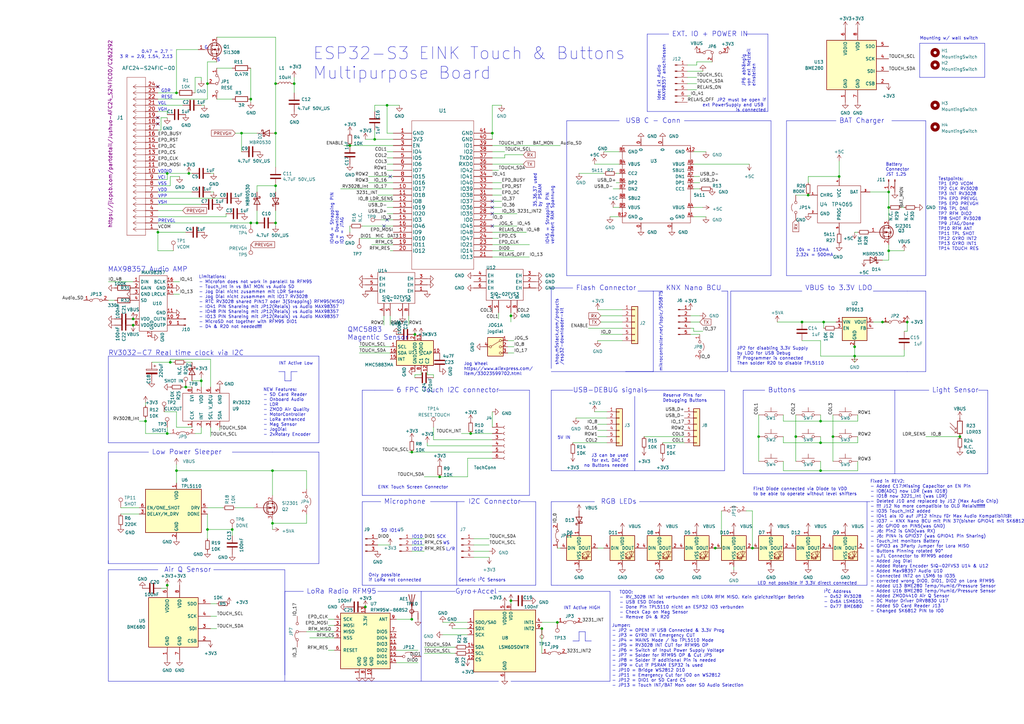
<source format=kicad_sch>
(kicad_sch (version 20231120) (generator "eeschema") (generator_version "8.0")
  (paper "A3")
  (title_block (title "ESP32-S3 EInk controller with touch") (date "2024-10-26") (rev "2.0") (comment 2 "industrial heavy load devices. This an experimental switch that should only") (comment 3 "it should NOT be used in any case for machinery that is for medical use or") (comment 4 "NO Comercial USE. GPL LICENSE"))
  (lib_symbols
    (symbol "Connector:Conn_01x02_Pin" (pin_names (offset 1.016) hide)
      (property "Reference" "J" (at 0 2.54 0))
      (property "Value" "Conn_01x02_Pin" (at 0 -5.08 0))
      (symbol "Conn_01x02_Pin_1_1"
        (pin passive line (at 5.08 0 180) (length 3.81) (name "Pin_1") (number "1"))
        (pin passive line (at 5.08 -2.54 180) (length 3.81) (name "Pin_2") (number "2"))
      )
    )
    (symbol "Connector:Conn_01x03_Pin" (pin_names (offset 1.016) hide)
      (property "Reference" "J" (at 0 5.08 0))
      (property "Value" "Conn_01x03_Pin" (at 0 -5.08 0))
      (symbol "Conn_01x03_Pin_1_1"
        (pin passive line (at 5.08 2.54 180) (length 3.81) (name "Pin_1") (number "1"))
        (pin passive line (at 5.08 0 180) (length 3.81) (name "Pin_2") (number "2"))
        (pin passive line (at 5.08 -2.54 180) (length 3.81) (name "Pin_3") (number "3"))
      )
    )
    (symbol "Connector:Conn_01x04_Pin" (pin_names (offset 1.016) hide)
      (property "Reference" "J" (at 0 5.08 0))
      (property "Value" "Conn_01x04_Pin" (at 0 -7.62 0))
      (symbol "Conn_01x04_Pin_1_1"
        (pin passive line (at 5.08 2.54 180) (length 3.81) (name "Pin_1") (number "1"))
        (pin passive line (at 5.08 0 180) (length 3.81) (name "Pin_2") (number "2"))
        (pin passive line (at 5.08 -2.54 180) (length 3.81) (name "Pin_3") (number "3"))
        (pin passive line (at 5.08 -5.08 180) (length 3.81) (name "Pin_4") (number "4"))
      )
    )
    (symbol "Connector:Conn_01x05_Pin" (pin_names (offset 1.016) hide)
      (property "Reference" "J" (at 0 7.62 0))
      (property "Value" "Conn_01x05_Pin" (at 0 -7.62 0))
      (symbol "Conn_01x05_Pin_1_1"
        (pin passive line (at 5.08 5.08 180) (length 3.81) (name "Pin_1") (number "1"))
        (pin passive line (at 5.08 2.54 180) (length 3.81) (name "Pin_2") (number "2"))
        (pin passive line (at 5.08 0 180) (length 3.81) (name "Pin_3") (number "3"))
        (pin passive line (at 5.08 -2.54 180) (length 3.81) (name "Pin_4") (number "4"))
        (pin passive line (at 5.08 -5.08 180) (length 3.81) (name "Pin_5") (number "5"))
      )
    )
    (symbol "Connector:Conn_01x06_Female" (pin_names (offset 1.016) hide)
      (property "Reference" "J" (at 0 7.62 0))
      (property "Value" "Conn_01x06_Female" (at 0 -10.16 0))
      (symbol "Conn_01x06_Female_1_1"
        (pin passive line (at -5.08 5.08 0) (length 3.81) (name "Pin_1") (number "1"))
        (pin passive line (at -5.08 2.54 0) (length 3.81) (name "Pin_2") (number "2"))
        (pin passive line (at -5.08 0 0) (length 3.81) (name "Pin_3") (number "3"))
        (pin passive line (at -5.08 -2.54 0) (length 3.81) (name "Pin_4") (number "4"))
        (pin passive line (at -5.08 -5.08 0) (length 3.81) (name "Pin_5") (number "5"))
        (pin passive line (at -5.08 -7.62 0) (length 3.81) (name "Pin_6") (number "6"))
      )
    )
    (symbol "Connector:Conn_01x07_Pin" (pin_names (offset 1.016) hide)
      (property "Reference" "J" (at 0 10.16 0))
      (property "Value" "Conn_01x07_Pin" (at 0 -10.16 0))
      (symbol "Conn_01x07_Pin_1_1"
        (pin passive line (at 5.08 7.62 180) (length 3.81) (name "Pin_1") (number "1"))
        (pin passive line (at 5.08 5.08 180) (length 3.81) (name "Pin_2") (number "2"))
        (pin passive line (at 5.08 2.54 180) (length 3.81) (name "Pin_3") (number "3"))
        (pin passive line (at 5.08 0 180) (length 3.81) (name "Pin_4") (number "4"))
        (pin passive line (at 5.08 -2.54 180) (length 3.81) (name "Pin_5") (number "5"))
        (pin passive line (at 5.08 -5.08 180) (length 3.81) (name "Pin_6") (number "6"))
        (pin passive line (at 5.08 -7.62 180) (length 3.81) (name "Pin_7") (number "7"))
      )
    )
    (symbol "Connector:TestPoint" (pin_numbers hide) (pin_names (offset 0.762) hide)
      (property "Reference" "TP" (at 0 6.858 0))
      (property "Value" "TestPoint" (at 0 5.08 0))
      (symbol "TestPoint_1_1"
        (pin passive line (at 0 0 90) (length 2.54) (name "1") (number "1"))
      )
    )
    (symbol "Connector_Generic:Conn_01x06" (pin_names (offset 1.016) hide)
      (property "Reference" "J" (at 0 7.62 0))
      (property "Value" "Conn_01x06" (at 0 -10.16 0))
      (symbol "Conn_01x06_1_1"
        (pin passive line (at -5.08 5.08 0) (length 3.81) (name "Pin_1") (number "1"))
        (pin passive line (at -5.08 2.54 0) (length 3.81) (name "Pin_2") (number "2"))
        (pin passive line (at -5.08 0 0) (length 3.81) (name "Pin_3") (number "3"))
        (pin passive line (at -5.08 -2.54 0) (length 3.81) (name "Pin_4") (number "4"))
        (pin passive line (at -5.08 -5.08 0) (length 3.81) (name "Pin_5") (number "5"))
        (pin passive line (at -5.08 -7.62 0) (length 3.81) (name "Pin_6") (number "6"))
      )
    )
    (symbol "DRV8830:DRV8830"
      (property "Reference" "U" (at 0 0 0))
      (symbol "DRV8830_1_1"
        (pin output line (at -10.16 -2.54 0) (length 2.54) (name "OUT2") (number "1"))
        (pin bidirectional line (at 8.89 -2.54 180) (length 2.54) (name "SCL") (number "10"))
        (pin power_out line (at -1.27 -16.51 90) (length 2.54) (name "GND") (number "11"))
        (pin output line (at -10.16 -5.08 0) (length 2.54) (name "ISENSE") (number "2"))
        (pin output line (at -10.16 -7.62 0) (length 2.54) (name "OUT1") (number "3"))
        (pin power_in line (at -10.16 -10.16 0) (length 2.54) (name "VCC") (number "4"))
        (pin power_out line (at -10.16 -12.7 0) (length 2.54) (name "GND") (number "5"))
        (pin power_out line (at 8.89 -12.7 180) (length 2.54) (name "FaultN") (number "6"))
        (pin bidirectional line (at 8.89 -10.16 180) (length 2.54) (name "A0") (number "7"))
        (pin bidirectional line (at 8.89 -7.62 180) (length 2.54) (name "A1") (number "8"))
        (pin bidirectional line (at 8.89 -5.08 180) (length 2.54) (name "SDA") (number "9"))
      )
    )
    (symbol "Device:Antenna_Shield" (pin_numbers hide) (pin_names (offset 1.016) hide)
      (property "Reference" "AE" (at -1.905 4.445 0))
      (property "Value" "Antenna_Shield" (at -1.905 2.54 0))
      (symbol "Antenna_Shield_1_1"
        (pin input line (at 0 -5.08 90) (length 2.54) (name "A") (number "1"))
        (pin input line (at 2.54 -5.08 90) (length 2.54) (name "Shield") (number "2"))
      )
    )
    (symbol "Device:C" (pin_numbers hide) (pin_names (offset 0.254))
      (property "Reference" "C" (at 0.635 2.54 0))
      (property "Value" "C" (at 0.635 -2.54 0))
      (symbol "C_1_1"
        (pin passive line (at 0 3.81 270) (length 2.794) (name "~") (number "1"))
        (pin passive line (at 0 -3.81 90) (length 2.794) (name "~") (number "2"))
      )
    )
    (symbol "Device:C_Polarized" (pin_numbers hide) (pin_names (offset 0.254))
      (property "Reference" "C" (at 0.635 2.54 0))
      (property "Value" "C_Polarized" (at 0.635 -2.54 0))
      (symbol "C_Polarized_1_1"
        (pin passive line (at 0 3.81 270) (length 2.794) (name "~") (number "1"))
        (pin passive line (at 0 -3.81 90) (length 2.794) (name "~") (number "2"))
      )
    )
    (symbol "Device:L" (pin_numbers hide) (pin_names (offset 1.016) hide)
      (property "Reference" "L" (at -1.27 0 90))
      (property "Value" "L" (at 1.905 0 90))
      (symbol "L_1_1"
        (pin passive line (at 0 3.81 270) (length 1.27) (name "1") (number "1"))
        (pin passive line (at 0 -3.81 90) (length 1.27) (name "2") (number "2"))
      )
    )
    (symbol "Device:R" (pin_numbers hide) (pin_names (offset 0))
      (property "Reference" "R" (at 2.032 0 90))
      (property "Value" "R" (at 0 0 90))
      (symbol "R_1_1"
        (pin passive line (at 0 3.81 270) (length 1.27) (name "~") (number "1"))
        (pin passive line (at 0 -3.81 90) (length 1.27) (name "~") (number "2"))
      )
    )
    (symbol "Device:R_Small" (pin_numbers hide) (pin_names (offset 0.254) hide)
      (property "Reference" "R" (at 0.762 0.508 0))
      (property "Value" "R_Small" (at 0.762 -1.016 0))
      (symbol "R_Small_1_1"
        (pin passive line (at 0 2.54 270) (length 0.762) (name "~") (number "1"))
        (pin passive line (at 0 -2.54 90) (length 0.762) (name "~") (number "2"))
      )
    )
    (symbol "Diode:MBR0530" (pin_numbers hide) (pin_names (offset 1.016) hide)
      (property "Reference" "D" (at 0 2.54 0))
      (property "Value" "MBR0530" (at 0 -2.54 0))
      (symbol "MBR0530_1_1"
        (pin passive line (at -3.81 0 0) (length 2.54) (name "K") (number "1"))
        (pin passive line (at 3.81 0 180) (length 2.54) (name "A") (number "2"))
      )
    )
    (symbol "ESP332S3:ESP32-S3-WROOM-1-N8" (pin_names (offset 0.254))
      (property "Reference" "U" (at 20.32 10.16 0))
      (property "Value" "ESP32-S3-WROOM-1-N8" (at 20.32 7.62 0))
      (symbol "ESP32-S3-WROOM-1-N8_1_1"
        (pin power_in line (at 0 0 0) (length 7.62) (name "GND") (number "1"))
        (pin bidirectional line (at 0 -22.86 0) (length 7.62) (name "IO17") (number "10"))
        (pin bidirectional line (at 0 -25.4 0) (length 7.62) (name "IO18") (number "11"))
        (pin bidirectional line (at 0 -27.94 0) (length 7.62) (name "IO8") (number "12"))
        (pin bidirectional line (at 0 -30.48 0) (length 7.62) (name "IO19") (number "13"))
        (pin bidirectional line (at 0 -33.02 0) (length 7.62) (name "IO20") (number "14"))
        (pin bidirectional line (at 0 -35.56 0) (length 7.62) (name "IO3") (number "15"))
        (pin bidirectional line (at 0 -38.1 0) (length 7.62) (name "IO46") (number "16"))
        (pin bidirectional line (at 0 -40.64 0) (length 7.62) (name "IO9") (number "17"))
        (pin bidirectional line (at 0 -43.18 0) (length 7.62) (name "IO10") (number "18"))
        (pin bidirectional line (at 0 -45.72 0) (length 7.62) (name "IO11") (number "19"))
        (pin power_in line (at 0 -2.54 0) (length 7.62) (name "3V3") (number "2"))
        (pin bidirectional line (at 0 -48.26 0) (length 7.62) (name "IO12") (number "20"))
        (pin bidirectional line (at 40.64 -50.8 180) (length 7.62) (name "IO13") (number "21"))
        (pin bidirectional line (at 40.64 -48.26 180) (length 7.62) (name "IO14") (number "22"))
        (pin bidirectional line (at 40.64 -45.72 180) (length 7.62) (name "IO21") (number "23"))
        (pin bidirectional line (at 40.64 -43.18 180) (length 7.62) (name "IO47") (number "24"))
        (pin bidirectional line (at 40.64 -40.64 180) (length 7.62) (name "IO48") (number "25"))
        (pin bidirectional line (at 40.64 -38.1 180) (length 7.62) (name "IO45") (number "26"))
        (pin bidirectional line (at 40.64 -35.56 180) (length 7.62) (name "IO0") (number "27"))
        (pin bidirectional line (at 40.64 -33.02 180) (length 7.62) (name "IO35") (number "28"))
        (pin bidirectional line (at 40.64 -30.48 180) (length 7.62) (name "IO36") (number "29"))
        (pin input line (at 0 -5.08 0) (length 7.62) (name "EN") (number "3"))
        (pin bidirectional line (at 40.64 -27.94 180) (length 7.62) (name "IO37") (number "30"))
        (pin bidirectional line (at 40.64 -25.4 180) (length 7.62) (name "IO38") (number "31"))
        (pin bidirectional line (at 40.64 -22.86 180) (length 7.62) (name "IO39") (number "32"))
        (pin bidirectional line (at 40.64 -20.32 180) (length 7.62) (name "IO40") (number "33"))
        (pin bidirectional line (at 40.64 -17.78 180) (length 7.62) (name "IO41") (number "34"))
        (pin bidirectional line (at 40.64 -15.24 180) (length 7.62) (name "IO42") (number "35"))
        (pin bidirectional line (at 40.64 -12.7 180) (length 7.62) (name "RXD0") (number "36"))
        (pin bidirectional line (at 40.64 -10.16 180) (length 7.62) (name "TXD0") (number "37"))
        (pin bidirectional line (at 40.64 -7.62 180) (length 7.62) (name "IO2") (number "38"))
        (pin bidirectional line (at 40.64 -5.08 180) (length 7.62) (name "IO1") (number "39"))
        (pin bidirectional line (at 0 -7.62 0) (length 7.62) (name "IO4") (number "4"))
        (pin power_in line (at 40.64 -2.54 180) (length 7.62) (name "GND") (number "40"))
        (pin power_in line (at 40.64 0 180) (length 7.62) (name "GND") (number "41"))
        (pin bidirectional line (at 0 -10.16 0) (length 7.62) (name "IO5") (number "5"))
        (pin bidirectional line (at 0 -12.7 0) (length 7.62) (name "IO6") (number "6"))
        (pin bidirectional line (at 0 -15.24 0) (length 7.62) (name "IO7") (number "7"))
        (pin bidirectional line (at 0 -17.78 0) (length 7.62) (name "IO15") (number "8"))
        (pin bidirectional line (at 0 -20.32 0) (length 7.62) (name "IO16") (number "9"))
      )
    )
    (symbol "Jumper:Jumper_2_Bridged" (pin_names (offset 0) hide)
      (property "Reference" "JP" (at 0 1.905 0))
      (property "Value" "Jumper_2_Bridged" (at 0 -2.54 0))
      (symbol "Jumper_2_Bridged_1_1"
        (pin passive line (at -5.08 0 0) (length 2.54) (name "A") (number "1"))
        (pin passive line (at 5.08 0 180) (length 2.54) (name "B") (number "2"))
      )
    )
    (symbol "Jumper:Jumper_2_Open" (pin_names (offset 0) hide)
      (property "Reference" "JP" (at 0 2.794 0))
      (property "Value" "Jumper_2_Open" (at 0 -2.286 0))
      (symbol "Jumper_2_Open_1_1"
        (pin passive line (at -5.08 0 0) (length 2.54) (name "A") (number "1"))
        (pin passive line (at 5.08 0 180) (length 2.54) (name "B") (number "2"))
      )
    )
    (symbol "Jumper:Jumper_3_Bridged12" (pin_names (offset 0) hide)
      (property "Reference" "JP" (at -2.54 -2.54 0))
      (property "Value" "Jumper_3_Bridged12" (at 0 2.794 0))
      (symbol "Jumper_3_Bridged12_1_1"
        (pin passive line (at -6.35 0 0) (length 2.54) (name "A") (number "1"))
        (pin passive line (at 0 -3.81 90) (length 2.54) (name "C") (number "2"))
        (pin passive line (at 6.35 0 180) (length 2.54) (name "B") (number "3"))
      )
    )
    (symbol "Jumper_2_Open_1" (pin_numbers hide) (pin_names (offset 0) hide) (exclude_from_sim yes)
      (property "Reference" "JP" (at 0 2.794 0))
      (property "Value" "Jumper_2_Open" (at 0 -2.286 0))
      (symbol "Jumper_2_Open_1_1_1"
        (pin passive line (at -5.08 0 0) (length 2.54) (name "A") (number "1"))
        (pin passive line (at 5.08 0 180) (length 2.54) (name "B") (number "2"))
      )
    )
    (symbol "Jumper_3_Bridged12_1" (pin_numbers hide) (pin_names (offset 0) hide)
      (property "Reference" "JP" (at -2.54 -2.54 0))
      (property "Value" "Jumper_3_Bridged12" (at 0 2.794 0))
      (symbol "Jumper_3_Bridged12_1_1_1"
        (pin passive line (at -6.35 0 0) (length 2.54) (name "A") (number "1"))
        (pin passive line (at 0 -3.81 90) (length 2.54) (name "C") (number "2"))
        (pin passive line (at 6.35 0 180) (length 2.54) (name "B") (number "3"))
      )
    )
    (symbol "LED:WS2812B" (pin_names (offset 0.254))
      (property "Reference" "D" (at 5.08 5.715 0))
      (property "Value" "WS2812B" (at 1.27 -5.715 0))
      (symbol "WS2812B_0_0"
        (text "RGB" (at 2.286 -4.191 0) (effects (font (size 0.762 0.762))))
      )
      (symbol "WS2812B_1_1"
        (pin power_in line (at 0 7.62 270) (length 2.54) (name "VDD") (number "1"))
        (pin output line (at 7.62 0 180) (length 2.54) (name "DOUT") (number "2"))
        (pin power_in line (at 0 -7.62 90) (length 2.54) (name "VSS") (number "3"))
        (pin input line (at -7.62 0 0) (length 2.54) (name "DIN") (number "4"))
      )
    )
    (symbol "MAX98357AETE+T:MAX98357A"
      (property "Reference" "U3" (at -3.175 2.54 0))
      (property "Value" "~" (at -3.175 0 0))
      (symbol "MAX98357A_1_1"
        (pin input line (at -11.43 -3.81 0) (length 2.54) (name "DIN") (number "1"))
        (pin input line (at 5.08 -19.05 180) (length 2.54) (name "OUTN") (number "10"))
        (pin power_in line (at 5.08 -16.51 180) (length 2.54) (name "GND") (number "11"))
        (pin bidirectional line (at 5.08 -13.97 180) (length 2.54) hide (name "N.C.") (number "12"))
        (pin bidirectional line (at 5.08 -11.43 180) (length 2.54) hide (name "N.C.") (number "13"))
        (pin input line (at 5.08 -8.89 180) (length 2.54) (name "LRCLK") (number "14"))
        (pin power_in line (at 5.08 -6.35 180) (length 2.54) (name "GND") (number "15"))
        (pin input line (at 5.08 -3.81 180) (length 2.54) (name "BCLK") (number "16"))
        (pin power_in line (at -3.81 -26.67 90) (length 2.54) (name "GND") (number "17"))
        (pin input line (at -11.43 -6.35 0) (length 2.54) (name "GAIN") (number "2"))
        (pin power_in line (at -11.43 -8.89 0) (length 2.54) (name "GND") (number "3"))
        (pin bidirectional line (at -11.43 -11.43 0) (length 2.54) (name "SD") (number "4"))
        (pin bidirectional line (at -11.43 -13.97 0) (length 2.54) hide (name "N.C.") (number "5"))
        (pin bidirectional line (at -11.43 -16.51 0) (length 2.54) hide (name "N.C.") (number "6"))
        (pin power_in line (at -11.43 -19.05 0) (length 2.54) (name "VDD") (number "7"))
        (pin power_in line (at -11.43 -21.59 0) (length 2.54) (name "VDD") (number "8"))
        (pin input line (at 5.08 -21.59 180) (length 2.54) (name "OUTP") (number "9"))
      )
    )
    (symbol "Mechanical:MountingHole" (pin_names (offset 1.016))
      (property "Reference" "H" (at 0 5.08 0))
      (property "Value" "MountingHole" (at 0 3.175 0))
    )
    (symbol "ProPrj_tes-easyedapro:SIQ-02FVS3"
      (property "Reference" "U" (at 0 0 0))
      (symbol "SIQ-02FVS3_1_0"
        (pin unspecified line (at 12.7 2.54 180) (length 5.08) (name "EH") (number "1"))
        (pin unspecified line (at 12.7 5.08 180) (length 5.08) (name "EH") (number "2"))
        (pin unspecified line (at 12.7 7.62 180) (length 5.08) (name "EH") (number "3"))
        (pin unspecified line (at -12.7 7.62 0) (length 5.08) (name "EH") (number "4"))
        (pin unspecified line (at -12.7 5.08 0) (length 5.08) (name "EH") (number "5"))
        (pin unspecified line (at -12.7 2.54 0) (length 5.08) (name "EH") (number "6"))
        (pin unspecified line (at -5.08 -7.62 90) (length 5.08) (name "A") (number "A"))
        (pin unspecified line (at 5.08 -7.62 90) (length 5.08) (name "B") (number "B"))
        (pin unspecified line (at 2.54 -7.62 90) (length 5.08) (name "C") (number "C"))
        (pin unspecified line (at -2.54 -7.62 90) (length 5.08) (name "S") (number "S"))
      )
    )
    (symbol "RF_Module:RFM95W-868S2" (pin_names (offset 1.016))
      (property "Reference" "U" (at -10.414 11.684 0))
      (property "Value" "RFM95W-868S2" (at 1.524 11.43 0))
      (symbol "RFM95W-868S2_1_1"
        (pin power_in line (at -2.54 -15.24 90) (length 2.54) (name "GND") (number "1"))
        (pin power_in line (at 2.54 -15.24 90) (length 2.54) (name "GND") (number "10"))
        (pin bidirectional line (at 12.7 -2.54 180) (length 2.54) (name "DIO3") (number "11"))
        (pin bidirectional line (at 12.7 0 180) (length 2.54) (name "DIO4") (number "12"))
        (pin power_in line (at 0 12.7 270) (length 2.54) (name "3.3V") (number "13"))
        (pin bidirectional line (at 12.7 -10.16 180) (length 2.54) (name "DIO0") (number "14"))
        (pin bidirectional line (at 12.7 -7.62 180) (length 2.54) (name "DIO1") (number "15"))
        (pin bidirectional line (at 12.7 -5.08 180) (length 2.54) (name "DIO2") (number "16"))
        (pin output line (at -12.7 2.54 0) (length 2.54) (name "MISO") (number "2"))
        (pin input line (at -12.7 5.08 0) (length 2.54) (name "MOSI") (number "3"))
        (pin input line (at -12.7 7.62 0) (length 2.54) (name "SCK") (number "4"))
        (pin input line (at -12.7 0 0) (length 2.54) (name "NSS") (number "5"))
        (pin bidirectional line (at -12.7 -5.08 0) (length 2.54) (name "RESET") (number "6"))
        (pin bidirectional line (at 12.7 2.54 180) (length 2.54) (name "DIO5") (number "7"))
        (pin power_in line (at 0 -15.24 90) (length 2.54) (name "GND") (number "8"))
        (pin bidirectional line (at 12.7 7.62 180) (length 2.54) (name "ANT") (number "9"))
      )
    )
    (symbol "Regulator_Linear:TPS72201" (pin_names (offset 0.254))
      (property "Reference" "U" (at -3.81 5.715 0))
      (property "Value" "TPS72201" (at 0 5.715 0))
      (symbol "TPS72201_1_1"
        (pin power_in line (at -7.62 2.54 0) (length 2.54) (name "VIN") (number "1"))
        (pin power_in line (at 0 -7.62 90) (length 2.54) (name "GND") (number "2"))
        (pin input line (at -7.62 0 0) (length 2.54) (name "EN") (number "3"))
        (pin input line (at 7.62 0 180) (length 2.54) (name "FB") (number "4"))
        (pin power_out line (at 7.62 2.54 180) (length 2.54) (name "VOUT") (number "5"))
      )
    )
    (symbol "Sensor:BME280"
      (property "Reference" "U" (at -8.89 11.43 0))
      (property "Value" "BME280" (at 7.62 11.43 0))
      (symbol "BME280_1_1"
        (pin power_in line (at -2.54 -15.24 90) (length 5.08) (name "GND") (number "1"))
        (pin input line (at 15.24 -7.62 180) (length 5.08) (name "CSB") (number "2"))
        (pin bidirectional line (at 15.24 -2.54 180) (length 5.08) (name "SDI") (number "3"))
        (pin input line (at 15.24 2.54 180) (length 5.08) (name "SCK") (number "4"))
        (pin bidirectional line (at 15.24 7.62 180) (length 5.08) (name "SDO") (number "5"))
        (pin power_in line (at -2.54 15.24 270) (length 5.08) (name "VDDIO") (number "6"))
        (pin power_in line (at 2.54 -15.24 90) (length 5.08) (name "GND") (number "7"))
        (pin power_in line (at 2.54 15.24 270) (length 5.08) (name "VDD") (number "8"))
      )
    )
    (symbol "Sensor:BME680"
      (property "Reference" "U" (at -8.89 11.43 0))
      (property "Value" "BME680" (at 7.62 11.43 0))
      (symbol "BME680_1_1"
        (pin power_in line (at -2.54 -15.24 90) (length 5.08) (name "GND") (number "1"))
        (pin input line (at 15.24 -7.62 180) (length 5.08) (name "CSB") (number "2"))
        (pin bidirectional line (at 15.24 -2.54 180) (length 5.08) (name "SDI") (number "3"))
        (pin input line (at 15.24 2.54 180) (length 5.08) (name "SCK") (number "4"))
        (pin bidirectional line (at 15.24 7.62 180) (length 5.08) (name "SDO") (number "5"))
        (pin power_in line (at -2.54 15.24 270) (length 5.08) (name "VDDIO") (number "6"))
        (pin power_in line (at 2.54 -15.24 90) (length 5.08) (name "GND") (number "7"))
        (pin power_in line (at 2.54 15.24 270) (length 5.08) (name "VDD") (number "8"))
      )
    )
    (symbol "Sensor_Magnetic:MMC5883MA"
      (property "Reference" "U11" (at -0.762 0.254 0))
      (property "Value" "MMC5883MA" (at -9.144 -7.62 0))
      (symbol "MMC5883MA_1_1"
        (pin input line (at -10.16 2.54 0) (length 2.54) (name "SCL") (number "1"))
        (pin passive line (at 10.16 0 180) (length 2.54) (name "CAP") (number "10"))
        (pin passive line (at 0 -7.62 90) (length 2.54) hide (name "GND") (number "11"))
        (pin input line (at 5.08 -7.62 90) (length 2.54) (name "C2") (number "12"))
        (pin no_connect line (at 5.08 -5.08 90) (length 2.54) hide (name "NC") (number "12"))
        (pin power_in line (at 2.54 7.62 270) (length 2.54) (name "VDDIO") (number "13"))
        (pin no_connect line (at -2.54 -5.08 90) (length 2.54) hide (name "NC") (number "14"))
        (pin output line (at -10.16 -2.54 0) (length 2.54) (name "INT") (number "15"))
        (pin bidirectional line (at -10.16 0 0) (length 2.54) (name "SDA") (number "16"))
        (pin power_in line (at 0 7.62 270) (length 2.54) (name "VDD") (number "2"))
        (pin no_connect line (at 7.62 -5.08 180) (length 2.54) hide (name "NC") (number "3"))
        (pin no_connect line (at 7.62 2.54 180) (length 2.54) hide (name "NC") (number "4"))
        (pin no_connect line (at 7.62 5.08 180) (length 2.54) hide (name "NC") (number "5"))
        (pin no_connect line (at 7.62 -2.54 180) (length 2.54) hide (name "NC") (number "6"))
        (pin no_connect line (at -5.08 -5.08 90) (length 2.54) hide (name "NC") (number "7"))
        (pin input line (at 2.54 -7.62 90) (length 2.54) (name "C1") (number "8"))
        (pin no_connect line (at 2.54 -5.08 90) (length 2.54) hide (name "NC") (number "8"))
        (pin power_in line (at 0 -7.62 90) (length 2.54) (name "GND") (number "9"))
      )
    )
    (symbol "Sensor_Motion:LSM6DSL"
      (property "Reference" "U" (at -11.43 15.24 0))
      (property "Value" "LSM6DSL" (at -11.43 12.7 0))
      (symbol "LSM6DSL_1_1"
        (pin bidirectional line (at -15.24 7.62 0) (length 2.54) (name "SDO/SA0") (number "1"))
        (pin no_connect line (at 12.7 -5.08 180) (length 3.81) hide (name "NC") (number "10"))
        (pin no_connect line (at 12.7 -2.54 180) (length 3.81) hide (name "NC") (number "11"))
        (pin input line (at -15.24 -7.62 0) (length 2.54) (name "CS") (number "12"))
        (pin input line (at -15.24 -5.08 0) (length 2.54) (name "SCL") (number "13"))
        (pin bidirectional line (at -15.24 -2.54 0) (length 2.54) (name "SDA") (number "14"))
        (pin bidirectional line (at -15.24 5.08 0) (length 2.54) (name "SDX") (number "2"))
        (pin input line (at -15.24 2.54 0) (length 2.54) (name "SCX") (number "3"))
        (pin output line (at 15.24 7.62 180) (length 2.54) (name "INT1") (number "4"))
        (pin power_in line (at 0 15.24 270) (length 2.54) (name "VDDIO") (number "5"))
        (pin power_in line (at 0 -15.24 90) (length 2.54) (name "GND") (number "6"))
        (pin passive line (at 0 -15.24 90) (length 2.54) hide (name "GND") (number "7"))
        (pin power_in line (at 2.54 15.24 270) (length 2.54) (name "VDD") (number "8"))
        (pin output line (at 15.24 5.08 180) (length 2.54) (name "INT2") (number "9"))
      )
    )
    (symbol "Sensor_Optical:LDR03" (pin_numbers hide) (pin_names (offset 0))
      (property "Reference" "R" (at -5.08 0 90))
      (property "Value" "LDR03" (at 1.905 0 90))
      (symbol "LDR03_1_1"
        (pin passive line (at 0 3.81 270) (length 1.27) (name "~") (number "1"))
        (pin passive line (at 0 -3.81 90) (length 1.27) (name "~") (number "2"))
      )
    )
    (symbol "Switch:SW_Push" (pin_numbers hide) (pin_names (offset 1.016) hide)
      (property "Reference" "SW" (at 1.27 2.54 0))
      (property "Value" "SW_Push" (at 0 -1.524 0))
      (symbol "SW_Push_0_1"
        (pin passive line (at -5.08 0 0) (length 2.54) (name "1") (number "1"))
        (pin passive line (at 5.08 0 180) (length 2.54) (name "2") (number "2"))
      )
    )
    (symbol "Timer:TPL5110"
      (property "Reference" "U" (at -10.16 8.89 0))
      (property "Value" "TPL5110" (at 6.35 8.89 0))
      (symbol "TPL5110_1_1"
        (pin power_in line (at 0 10.16 270) (length 2.54) (name "VDD") (number "1"))
        (pin power_in line (at 0 -12.7 90) (length 2.54) (name "GND") (number "2"))
        (pin input line (at -15.24 -2.54 0) (length 2.54) (name "DELAY/M_DRV") (number "3"))
        (pin input line (at 12.7 -2.54 180) (length 2.54) (name "DONE") (number "4"))
        (pin output line (at 12.7 0 180) (length 2.54) (name "DRV") (number "5"))
        (pin input line (at -15.24 0 0) (length 2.54) (name "EN/ONE_SHOT") (number "6"))
      )
    )
    (symbol "Transistor_FET:2N7002" (pin_names hide)
      (property "Reference" "Q" (at 5.08 1.905 0))
      (property "Value" "2N7002" (at 5.08 0 0))
      (symbol "2N7002_1_1"
        (pin input line (at -5.08 0 0) (length 2.54) (name "G") (number "1"))
        (pin passive line (at 2.54 -5.08 90) (length 2.54) (name "S") (number "2"))
        (pin passive line (at 2.54 5.08 270) (length 2.54) (name "D") (number "3"))
      )
    )
    (symbol "Transistor_FET:Si2319CDS" (pin_names hide)
      (property "Reference" "Q" (at 5.08 1.905 0))
      (property "Value" "Si2319CDS" (at 5.08 0 0))
      (symbol "Si2319CDS_1_1"
        (pin input line (at -5.08 0 0) (length 2.54) (name "G") (number "1"))
        (pin passive line (at 2.54 -5.08 90) (length 2.54) (name "S") (number "2"))
        (pin passive line (at 2.54 5.08 270) (length 2.54) (name "D") (number "3"))
      )
    )
    (symbol "ZMOD4410AI1V:ZMOD4410AI1V"
      (property "Reference" "U" (at 0 0 0))
      (property "Value" "4410AI1V" (at 0.762 -2.794 0))
      (symbol "ZMOD4410AI1V_1_1"
        (pin input line (at -11.43 -2.54 0) (length 2.54) (name "SCL") (number "1"))
        (pin input line (at 0 8.89 270) (length 2.54) (name "VDDH") (number "10"))
        (pin input line (at 10.16 -5.08 180) (length 2.54) (name "RES_N") (number "11"))
        (pin input line (at 3.81 8.89 270) (length 2.54) (name "VDDIO") (number "12"))
        (pin input line (at -11.43 -5.08 0) (length 2.54) (name "SDA") (number "2"))
        (pin input line (at -11.43 -7.62 0) (length 2.54) (name "INT") (number "3"))
        (pin input line (at 10.16 -7.62 180) (length 2.54) hide (name "NC") (number "4"))
        (pin input line (at -3.81 8.89 270) (length 2.54) (name "VDD") (number "5"))
        (pin input line (at -2.54 -15.24 90) (length 2.54) (name "VSS") (number "6"))
        (pin input line (at 0 -15.24 90) (length 2.54) (name "VSS") (number "7"))
        (pin input line (at 10.16 -2.54 180) (length 2.54) hide (name "NC") (number "8"))
        (pin input line (at 2.54 -15.24 90) (length 2.54) (name "VSS") (number "9"))
      )
    )
    (symbol "footprint:FH12-24S-0.5SV55" (pin_names (offset 0.254) hide)
      (property "Reference" "J" (at 8.89 6.35 0))
      (property "Value" "FH12-24S-0.5SV55" (at 5.08 -77.47 0))
      (symbol "FH12-24S-0.5SV55_1_1"
        (pin bidirectional line (at 0 0 0) (length 5.08) (name "1") (number "1"))
        (pin power_in line (at 0 -22.86 0) (length 5.08) (name "10") (number "10"))
        (pin bidirectional line (at 0 -25.4 0) (length 5.08) (name "11") (number "11"))
        (pin bidirectional line (at 0 -27.94 0) (length 5.08) (name "12") (number "12"))
        (pin bidirectional line (at 0 -30.48 0) (length 5.08) (name "13") (number "13"))
        (pin bidirectional line (at 0 -33.02 0) (length 5.08) (name "14") (number "14"))
        (pin bidirectional line (at 0 -35.56 0) (length 5.08) (name "15") (number "15"))
        (pin bidirectional line (at 0 -38.1 0) (length 5.08) (name "16") (number "16"))
        (pin power_in line (at 0 -40.64 0) (length 5.08) (name "17") (number "17"))
        (pin no_connect line (at 0 -43.18 0) (length 5.08) (name "18") (number "18"))
        (pin no_connect line (at 0 -45.72 0) (length 5.08) (name "19") (number "19"))
        (pin bidirectional line (at 0 -2.54 0) (length 5.08) (name "2") (number "2"))
        (pin output line (at 0 -48.26 0) (length 5.08) (name "20") (number "20"))
        (pin output line (at 0 -50.8 0) (length 5.08) (name "21") (number "21"))
        (pin output line (at 0 -53.34 0) (length 5.08) (name "22") (number "22"))
        (pin bidirectional line (at 0 -55.88 0) (length 5.08) (name "23") (number "23"))
        (pin no_connect line (at 0 -58.42 0) (length 5.08) (name "24") (number "24"))
        (pin bidirectional line (at 0 -5.08 0) (length 5.08) (name "3") (number "3"))
        (pin bidirectional line (at 0 -7.62 0) (length 5.08) (name "4") (number "4"))
        (pin bidirectional line (at 0 -10.16 0) (length 5.08) (name "5") (number "5"))
        (pin bidirectional line (at 0 -12.7 0) (length 5.08) (name "6") (number "6"))
        (pin bidirectional line (at 0 -15.24 0) (length 5.08) (name "7") (number "7"))
        (pin bidirectional line (at 0 -17.78 0) (length 5.08) (name "8") (number "8"))
        (pin power_in line (at 0 -20.32 0) (length 5.08) (name "9") (number "9"))
      )
    )
    (symbol "jogdial:jogdial" (pin_names (offset 0) hide)
      (property "Reference" "JOG-THUMB" (at 0 5.08 0))
      (property "Value" "jogdial" (at 0 -5.08 0))
      (symbol "jogdial_1_1"
        (pin passive line (at 5.08 2.54 180) (length 2.54) (name "1") (number "1"))
        (pin passive line (at 5.08 0 180) (length 2.54) (name "2") (number "2"))
        (pin passive line (at 5.08 -2.54 180) (length 2.54) (name "3") (number "3"))
        (pin passive line (at -5.08 0 0) (length 2.54) (name "4") (number "4"))
      )
      (symbol "jogdial_2_1"
        (pin passive line (at 5.08 2.54 180) (length 2.54) (name "5") (number "5"))
        (pin passive line (at 5.08 0 180) (length 2.54) (name "6") (number "6"))
        (pin passive line (at -5.08 0 0) (length 2.54) (name "7") (number "7"))
        (pin passive line (at 5.08 -2.54 180) (length 2.54) (name "8") (number "8"))
      )
    )
    (symbol "power:+3.3V" (power) (pin_names (offset 0))
      (property "Value" "+3.3V" (at 0 3.556 0))
      (symbol "+3.3V_1_1"
        (pin power_in line (at 0 0 90) (length 0) hide (name "+3V3") (number "1"))
      )
    )
    (symbol "power:+3V3" (power) (pin_names (offset 0))
      (property "Value" "+3V3" (at 0 3.556 0))
      (symbol "+3V3_1_1"
        (pin power_in line (at 0 0 90) (length 0) hide (name "+3V3") (number "1"))
      )
    )
    (symbol "power:+5C" (power) (pin_names (offset 0))
      (property "Value" "+5C" (at 0 3.556 0))
      (symbol "+5C_1_1"
        (pin power_in line (at 0 0 90) (length 0) hide (name "+5C") (number "1"))
      )
    )
    (symbol "power:+5VA" (power) (pin_names (offset 0))
      (property "Value" "+5VA" (at 0 3.556 0))
      (symbol "+5VA_1_1"
        (pin power_in line (at 0 0 90) (length 0) hide (name "+5VA") (number "1"))
      )
    )
    (symbol "power:GND" (power) (pin_names (offset 0))
      (property "Value" "GND" (at 0 -3.81 0))
      (symbol "GND_1_1"
        (pin power_in line (at 0 0 270) (length 0) hide (name "GND") (number "1"))
      )
    )
    (symbol "power:VBUS" (power) (pin_names (offset 0))
      (property "Value" "VBUS" (at 0 3.81 0))
      (symbol "VBUS_1_1"
        (pin power_in line (at 0 0 90) (length 0) hide (name "VBUS") (number "1"))
      )
    )
    (symbol "rv3028:RV3028-C7"
      (property "Reference" "U" (at -2.54 5.08 0))
      (symbol "RV3028-C7_1_1"
        (pin input line (at -8.89 2.54 0) (length 2.54) (name "CLK") (number "1"))
        (pin output line (at -8.89 -1.27 0) (length 2.54) (name "INT") (number "2"))
        (pin bidirectional line (at -8.89 -5.08 0) (length 2.54) (name "SCL") (number "3"))
        (pin bidirectional line (at -8.89 -8.89 0) (length 2.54) (name "SDA") (number "4"))
        (pin bidirectional line (at 7.62 -8.89 180) (length 2.54) (name "GND") (number "5"))
        (pin power_in line (at 7.62 -5.08 180) (length 2.54) (name "V_BCU") (number "6"))
        (pin power_in line (at 7.62 -1.27 180) (length 2.54) (name "VDD") (number "7"))
        (pin input line (at 7.62 2.54 180) (length 2.54) (name "EVI") (number "8"))
      )
    )
    (symbol "tp4056:KoreanHropartsElecTYPE-C-31-M-12" (pin_names (offset 1.016))
      (property "Reference" "U" (at 0 0 0))
      (property "Value" "KoreanHropartsElecTYPE-C-31-M-12" (at 0 0 0))
      (symbol "KoreanHropartsElecTYPE-C-31-M-12_1_1"
        (pin unspecified line (at 1.27 -35.56 90) (length 2.54) (name "0") (number "0"))
        (pin unspecified line (at 1.27 1.27 270) (length 2.54) (name "0") (number "0"))
        (pin unspecified line (at 10.16 1.27 270) (length 2.54) (name "0") (number "0"))
        (pin unspecified line (at 13.97 -35.56 90) (length 2.54) (name "0") (number "0"))
        (pin power_out line (at 22.86 -30.48 180) (length 2.54) (name "GND") (number "A1"))
        (pin power_out line (at 22.86 -3.81 180) (length 2.54) (name "GND") (number "A12"))
        (pin power_in line (at 22.86 -26.67 180) (length 2.54) (name "VBUS") (number "A4"))
        (pin bidirectional line (at 22.86 -19.05 180) (length 2.54) (name "CC1") (number "A5"))
        (pin bidirectional line (at 22.86 -16.51 180) (length 2.54) (name "DP1") (number "A6"))
        (pin bidirectional line (at 22.86 -13.97 180) (length 2.54) (name "DN1") (number "A7"))
        (pin bidirectional line (at 22.86 -11.43 180) (length 2.54) (name "SBU1") (number "A8"))
        (pin power_in line (at 22.86 -8.89 180) (length 2.54) (name "VBUS") (number "A9"))
        (pin power_out line (at -7.62 -3.81 0) (length 2.54) (name "GND") (number "B1"))
        (pin power_in line (at -7.62 -30.48 0) (length 2.54) (name "GND") (number "B12"))
        (pin power_in line (at -7.62 -8.89 0) (length 2.54) (name "VBUS") (number "B4"))
        (pin bidirectional line (at -7.62 -12.7 0) (length 2.54) (name "CC2") (number "B5"))
        (pin bidirectional line (at -7.62 -16.51 0) (length 2.54) (name "DP2") (number "B6"))
        (pin bidirectional line (at -7.62 -19.05 0) (length 2.54) (name "DN2") (number "B7"))
        (pin bidirectional line (at -7.62 -22.86 0) (length 2.54) (name "SBU2") (number "B8"))
        (pin power_in line (at -7.62 -26.67 0) (length 2.54) (name "VBUS") (number "B9"))
      )
    )
    (symbol "tp4056:Micro_SD_Card_Det_US" (pin_names (offset 1.016))
      (property "Reference" "J" (at -16.51 17.78 0))
      (property "Value" "tp4056_Micro_SD_Card_Det_US" (at 16.51 17.78 0))
      (symbol "Micro_SD_Card_Det_US_1_1"
        (pin bidirectional line (at -22.86 10.16 0) (length 3.81) (name "DAT2") (number "1"))
        (pin passive line (at -22.86 -12.7 0) (length 3.81) (name "SHELL") (number "10"))
        (pin passive line (at -22.86 -15.24 0) (length 3.81) (name "SHELL") (number "11"))
        (pin passive line (at 20.32 -11.43 180) (length 3.81) (name "SHELL") (number "12"))
        (pin passive line (at 20.32 -13.97 180) (length 3.81) (name "SHELL") (number "13"))
        (pin bidirectional line (at -22.86 7.62 0) (length 3.81) (name "DAT3/CD") (number "2"))
        (pin input line (at -22.86 5.08 0) (length 3.81) (name "CMD") (number "3"))
        (pin power_in line (at -22.86 2.54 0) (length 3.81) (name "VDD") (number "4"))
        (pin input line (at -22.86 0 0) (length 3.81) (name "CLK") (number "5"))
        (pin power_in line (at -22.86 -2.54 0) (length 3.81) (name "VSS") (number "6"))
        (pin bidirectional line (at -22.86 -5.08 0) (length 3.81) (name "DAT0") (number "7"))
        (pin bidirectional line (at -22.86 -7.62 0) (length 3.81) (name "DAT1") (number "8"))
        (pin passive line (at -22.86 -10.16 0) (length 3.81) (name "SWITCH") (number "9"))
      )
    )
    (symbol "tp4056:TP4065" (pin_names (offset 1.016))
      (property "Reference" "U" (at -8.89 10.16 0))
      (property "Value" "TP4065" (at 8.89 10.16 0))
      (symbol "TP4065_1_1"
        (pin open_collector line (at -12.7 5.08 0) (length 3.81) (name "CHRG") (number "1"))
        (pin power_in line (at -12.7 -2.54 0) (length 3.81) (name "GND") (number "2"))
        (pin power_out line (at 12.7 6.35 180) (length 3.81) (name "BAT") (number "3"))
        (pin power_in line (at 0 12.7 270) (length 3.81) (name "VCC") (number "4"))
        (pin passive line (at 0 -10.16 90) (length 3.81) (name "PROG") (number "5"))
      )
    )
  )
  (junction (at 341.63 179.07))
  (junction (at 85.09 34.29))
  (junction (at 336.55 172.72))
  (junction (at 111.76 193.04))
  (junction (at 95.25 217.17))
  (junction (at 82.55 156.21))
  (junction (at 458.47 208.28))
  (junction (at 350.52 142.24))
  (junction (at 113.03 54.61))
  (junction (at 120.65 34.29))
  (junction (at 459.74 175.26))
  (junction (at 364.49 85.09))
  (junction (at 102.87 91.44))
  (junction (at 228.6 255.27))
  (junction (at 158.75 43.18))
  (junction (at 393.7 179.07))
  (junction (at 180.34 195.58))
  (junction (at 372.11 132.08))
  (junction (at 76.2 158.75))
  (junction (at 331.47 80.01))
  (junction (at 467.36 182.88))
  (junction (at 454.66 190.5))
  (junction (at 170.18 137.16))
  (junction (at 168.91 254))
  (junction (at 149.86 248.92))
  (junction (at 68.58 71.12))
  (junction (at 153.67 57.15))
  (junction (at 77.47 71.12))
  (junction (at 69.85 148.59))
  (junction (at 308.61 224.79))
  (junction (at 337.82 132.08))
  (junction (at 209.55 129.54))
  (junction (at 350.52 146.05))
  (junction (at 72.39 193.04))
  (junction (at 54.61 130.81))
  (junction (at 364.49 78.74))
  (junction (at 113.03 34.29))
  (junction (at 111.76 214.63))
  (junction (at 113.03 91.44))
  (junction (at 201.93 54.61))
  (junction (at 64.77 95.25))
  (junction (at 311.15 179.07))
  (junction (at 168.91 185.42))
  (junction (at 193.04 177.8))
  (junction (at 361.95 132.08))
  (junction (at 328.93 132.08))
  (junction (at 113.03 76.2))
  (junction (at 336.55 193.04))
  (junction (at 222.25 257.81))
  (junction (at 68.58 240.03))
  (junction (at 68.58 177.8))
  (junction (at 59.69 172.72))
  (junction (at 209.55 246.38))
  (junction (at 143.51 59.69))
  (junction (at 85.09 217.17))
  (junction (at 293.37 224.79))
  (junction (at 105.41 91.44))
  (junction (at 326.39 179.07))
  (junction (at 54.61 133.35))
  (junction (at 336.55 181.61))
  (junction (at 344.17 72.39))
  (junction (at 99.06 54.61))
  (junction (at 102.87 40.64))
  (junction (at 364.49 102.87))
  (junction (at 72.39 38.1))
  (junction (at 457.2 175.26))
  (no_connect (at 157.48 92.71))
  (no_connect (at 64.77 50.8))
  (no_connect (at 64.77 35.56))
  (no_connect (at 201.93 92.71))
  (no_connect (at 201.93 85.09))
  (no_connect (at 158.75 90.17))
  (no_connect (at 160.02 72.39))
  (no_connect (at 64.77 48.26))
  (no_connect (at 201.93 82.55))
  (no_connect (at 201.93 87.63))
  (polyline (pts (xy 260.35 193.04) (xy 260.35 162.56)))
  (polyline (pts (xy 379.73 119.38) (xy 379.73 152.4)))
  (wire (pts (xy 209.55 128.27) (xy 209.55 129.54)))
  (polyline (pts (xy 111.76 185.42) (xy 95.25 185.42)))
  (polyline (pts (xy 58.42 233.68) (xy 64.77 233.68)))
  (polyline (pts (xy 219.71 205.74) (xy 213.36 205.74)))
  (wire (pts (xy 156.21 90.17) (xy 161.29 90.17)))
  (wire (pts (xy 111.76 214.63) (xy 125.73 214.63)))
  (wire (pts (xy 350.52 146.05) (xy 350.52 148.59)))
  (wire (pts (xy 467.36 205.74) (xy 463.55 205.74)))
  (wire (pts (xy 154.94 80.01) (xy 161.29 80.01)))
  (wire (pts (xy 201.93 69.85) (xy 204.47 69.85)))
  (wire (pts (xy 284.48 77.47) (xy 287.02 77.47)))
  (wire (pts (xy 80.01 38.1) (xy 80.01 31.75)))
  (wire (pts (xy 76.2 148.59) (xy 78.74 148.59)))
  (polyline (pts (xy 121.92 152.4) (xy 119.38 152.4)))
  (polyline (pts (xy 44.45 146.05) (xy 130.81 146.05)))
  (polyline (pts (xy 372.11 119.38) (xy 379.73 119.38)))
  (wire (pts (xy 461.01 200.66) (xy 467.36 200.66)))
  (wire (pts (xy 153.67 57.15) (xy 161.29 57.15)))
  (wire (pts (xy 454.66 193.04) (xy 454.66 190.5)))
  (wire (pts (xy 181.61 260.35) (xy 191.77 260.35)))
  (wire (pts (xy 350.52 95.25) (xy 351.79 95.25)))
  (wire (pts (xy 85.09 34.29) (xy 85.09 40.64)))
  (wire (pts (xy 326.39 179.07) (xy 326.39 189.23)))
  (wire (pts (xy 326.39 170.18) (xy 326.39 179.07)))
  (wire (pts (xy 158.75 85.09) (xy 161.29 85.09)))
  (wire (pts (xy 143.51 59.69) (xy 140.97 59.69)))
  (wire (pts (xy 328.93 132.08) (xy 337.82 132.08)))
  (wire (pts (xy 222.25 255.27) (xy 228.6 255.27)))
  (polyline (pts (xy 185.42 205.74) (xy 176.53 205.74)))
  (polyline (pts (xy 377.19 31.75) (xy 403.86 31.75)))
  (wire (pts (xy 180.34 195.58) (xy 191.77 195.58)))
  (wire (pts (xy 68.58 73.66) (xy 68.58 71.12)))
  (polyline (pts (xy 372.11 152.4) (xy 299.72 152.4)))
  (wire (pts (xy 336.55 181.61) (xy 351.79 181.61)))
  (wire (pts (xy 284.48 135.89) (xy 288.29 135.89)))
  (wire (pts (xy 64.77 93.98) (xy 64.77 95.25)))
  (wire (pts (xy 71.12 120.65) (xy 73.66 120.65)))
  (wire (pts (xy 111.76 193.04) (xy 125.73 193.04)))
  (wire (pts (xy 86.36 247.65) (xy 88.9 247.65)))
  (polyline (pts (xy 261.62 119.38) (xy 267.97 119.38)))
  (wire (pts (xy 66.04 241.3) (xy 68.58 241.3)))
  (wire (pts (xy 64.77 88.9) (xy 92.71 88.9)))
  (wire (pts (xy 120.65 34.29) (xy 120.65 38.1)))
  (wire (pts (xy 364.49 102.87) (xy 370.84 102.87)))
  (wire (pts (xy 64.77 95.25) (xy 64.77 102.87)))
  (wire (pts (xy 369.57 85.09) (xy 370.84 85.09)))
  (wire (pts (xy 185.42 257.81) (xy 191.77 257.81)))
  (wire (pts (xy 318.77 132.08) (xy 328.93 132.08)))
  (wire (pts (xy 189.23 177.8) (xy 193.04 177.8)))
  (wire (pts (xy 306.07 209.55) (xy 308.61 209.55)))
  (wire (pts (xy 336.55 146.05) (xy 350.52 146.05)))
  (wire (pts (xy 321.31 181.61) (xy 336.55 181.61)))
  (polyline (pts (xy 274.32 13.97) (xy 265.43 13.97)))
  (wire (pts (xy 153.67 53.34) (xy 153.67 57.15)))
  (wire (pts (xy 351.79 193.04) (xy 351.79 189.23)))
  (wire (pts (xy 337.82 132.08) (xy 337.82 134.62)))
  (wire (pts (xy 69.85 148.59) (xy 69.85 147.32)))
  (wire (pts (xy 364.49 132.08) (xy 361.95 132.08)))
  (wire (pts (xy 201.93 105.41) (xy 217.17 105.41)))
  (wire (pts (xy 113.03 92.71) (xy 113.03 91.44)))
  (wire (pts (xy 336.55 193.04) (xy 336.55 189.23)))
  (wire (pts (xy 476.25 254) (xy 467.36 254)))
  (wire (pts (xy 300.99 232.41) (xy 300.99 233.68)))
  (wire (pts (xy 64.77 95.25) (xy 76.2 95.25)))
  (wire (pts (xy 177.8 153.67) (xy 177.8 154.94)))
  (wire (pts (xy 68.58 240.03) (xy 68.58 241.3)))
  (wire (pts (xy 78.74 156.21) (xy 82.55 156.21)))
  (wire (pts (xy 82.55 156.21) (xy 82.55 158.75)))
  (polyline (pts (xy 316.23 113.03) (xy 316.23 49.53)))
  (wire (pts (xy 96.52 54.61) (xy 99.06 54.61)))
  (wire (pts (xy 283.21 134.62) (xy 284.48 134.62)))
  (polyline (pts (xy 367.03 194.31) (xy 405.13 194.31)))
  (polyline (pts (xy 405.13 160.02) (xy 405.13 161.29)))
  (wire (pts (xy 147.32 142.24) (xy 160.02 142.24)))
  (polyline (pts (xy 116.84 279.4) (xy 116.84 233.68)))
  (wire (pts (xy 113.03 34.29) (xy 113.03 54.61)))
  (wire (pts (xy 147.32 144.78) (xy 160.02 144.78)))
  (polyline (pts (xy 116.84 233.68) (xy 100.33 233.68)))
  (wire (pts (xy 49.53 210.82) (xy 57.15 210.82)))
  (polyline (pts (xy 299.72 119.38) (xy 328.93 119.38)))
  (polyline (pts (xy 256.54 152.4) (xy 298.45 152.4)))
  (polyline (pts (xy 234.95 262.89) (xy 237.49 262.89)))
  (polyline (pts (xy 119.38 156.21) (xy 116.84 156.21)))
  (wire (pts (xy 64.77 91.44) (xy 102.87 91.44)))
  (wire (pts (xy 201.93 87.63) (xy 212.09 87.63)))
  (wire (pts (xy 173.99 195.58) (xy 180.34 195.58)))
  (wire (pts (xy 102.87 27.94) (xy 102.87 40.64)))
  (wire (pts (xy 245.11 173.99) (xy 248.92 173.99)))
  (wire (pts (xy 162.56 254) (xy 168.91 254)))
  (wire (pts (xy 85.09 210.82) (xy 85.09 217.17)))
  (wire (pts (xy 57.15 172.72) (xy 59.69 172.72)))
  (polyline (pts (xy 119.38 152.4) (xy 119.38 156.21)))
  (wire (pts (xy 326.39 80.01) (xy 331.47 80.01)))
  (wire (pts (xy 111.76 213.36) (xy 111.76 214.63)))
  (wire (pts (xy 172.72 152.4) (xy 172.72 153.67)))
  (wire (pts (xy 201.93 59.69) (xy 229.87 59.69)))
  (polyline (pts (xy 304.8 194.31) (xy 304.8 160.02)))
  (wire (pts (xy 83.82 43.18) (xy 82.55 43.18)))
  (wire (pts (xy 64.77 73.66) (xy 68.58 73.66)))
  (wire (pts (xy 513.08 207.01) (xy 510.54 207.01)))
  (wire (pts (xy 457.2 195.58) (xy 457.2 198.12)))
  (polyline (pts (xy 44.45 181.61) (xy 130.81 181.61)))
  (wire (pts (xy 281.94 29.21) (xy 288.29 29.21)))
  (wire (pts (xy 64.77 40.64) (xy 85.09 40.64)))
  (wire (pts (xy 157.48 129.54) (xy 157.48 133.35)))
  (wire (pts (xy 283.21 132.08) (xy 287.02 132.08)))
  (wire (pts (xy 201.93 54.61) (xy 201.93 57.15)))
  (wire (pts (xy 78.74 175.26) (xy 72.39 175.26)))
  (wire (pts (xy 351.79 172.72) (xy 351.79 170.18)))
  (wire (pts (xy 72.39 193.04) (xy 72.39 198.12)))
  (wire (pts (xy 125.73 193.04) (xy 125.73 200.66)))
  (polyline (pts (xy 148.59 240.03) (xy 219.71 240.03)))
  (wire (pts (xy 152.4 100.33) (xy 161.29 100.33)))
  (wire (pts (xy 201.93 102.87) (xy 210.82 102.87)))
  (polyline (pts (xy 240.03 262.89) (xy 240.03 259.08)))
  (wire (pts (xy 175.26 152.4) (xy 175.26 153.67)))
  (wire (pts (xy 175.26 153.67) (xy 177.8 153.67)))
  (wire (pts (xy 181.61 255.27) (xy 191.77 255.27)))
  (wire (pts (xy 68.58 71.12) (xy 77.47 71.12)))
  (wire (pts (xy 328.93 139.7) (xy 336.55 139.7)))
  (polyline (pts (xy 265.43 45.72) (xy 314.96 45.72)))
  (wire (pts (xy 308.61 209.55) (xy 308.61 224.79)))
  (wire (pts (xy 82.55 154.94) (xy 82.55 156.21)))
  (wire (pts (xy 281.94 34.29) (xy 285.75 34.29)))
  (polyline (pts (xy 87.63 233.68) (xy 100.33 233.68)))
  (wire (pts (xy 467.36 195.58) (xy 457.2 195.58)))
  (wire (pts (xy 72.39 168.91) (xy 67.31 168.91)))
  (wire (pts (xy 120.65 34.29) (xy 120.65 31.75)))
  (polyline (pts (xy 156.21 205.74) (xy 148.59 205.74)))
  (wire (pts (xy 201.93 80.01) (xy 205.74 80.01)))
  (polyline (pts (xy 295.91 119.38) (xy 298.45 119.38)))
  (polyline (pts (xy 367.03 194.31) (xy 367.03 160.02)))
  (polyline (pts (xy 237.49 259.08) (xy 240.03 259.08)))
  (wire (pts (xy 295.91 209.55) (xy 295.91 224.79)))
  (wire (pts (xy 372.11 135.89) (xy 370.84 135.89)))
  (wire (pts (xy 88.9 40.64) (xy 95.25 40.64)))
  (polyline (pts (xy 250.19 242.57) (xy 204.47 242.57)))
  (wire (pts (xy 251.46 85.09) (xy 254 85.09)))
  (wire (pts (xy 364.49 85.09) (xy 364.49 90.17)))
  (polyline (pts (xy 405.13 160.02) (xy 401.32 160.02)))
  (wire (pts (xy 167.64 129.54) (xy 167.64 133.35)))
  (polyline (pts (xy 116.84 152.4) (xy 116.84 156.21)))
  (wire (pts (xy 284.48 72.39) (xy 287.02 72.39)))
  (wire (pts (xy 459.74 175.26) (xy 457.2 175.26)))
  (polyline (pts (xy 111.76 185.42) (xy 130.81 185.42)))
  (wire (pts (xy 201.93 97.79) (xy 204.47 97.79)))
  (polyline (pts (xy 237.49 262.89) (xy 237.49 259.08)))
  (wire (pts (xy 350.52 139.7) (xy 350.52 142.24)))
  (wire (pts (xy 337.82 132.08) (xy 342.9 132.08)))
  (wire (pts (xy 85.09 208.28) (xy 91.44 208.28)))
  (polyline (pts (xy 299.72 240.03) (xy 355.6 240.03)))
  (wire (pts (xy 341.63 179.07) (xy 341.63 189.23)))
  (polyline (pts (xy 209.55 279.4) (xy 250.19 279.4)))
  (wire (pts (xy 127 261.62) (xy 137.16 261.62)))
  (wire (pts (xy 467.36 254) (xy 467.36 256.54)))
  (polyline (pts (xy 379.73 49.53) (xy 379.73 113.03)))
  (wire (pts (xy 95.25 219.71) (xy 95.25 217.17)))
  (wire (pts (xy 467.36 182.88) (xy 462.28 182.88)))
  (wire (pts (xy 113.03 76.2) (xy 113.03 78.74)))
  (wire (pts (xy 208.28 139.7) (xy 210.82 139.7)))
  (wire (pts (xy 96.52 208.28) (xy 104.14 208.28)))
  (wire (pts (xy 462.28 193.04) (xy 467.36 193.04)))
  (wire (pts (xy 201.93 168.91) (xy 201.93 175.26)))
  (wire (pts (xy 209.55 129.54) (xy 209.55 132.08)))
  (wire (pts (xy 95.25 27.94) (xy 88.9 27.94)))
  (wire (pts (xy 284.48 88.9) (xy 289.56 88.9)))
  (wire (pts (xy 154.94 223.52) (xy 160.02 223.52)))
  (wire (pts (xy 194.31 220.98) (xy 200.66 220.98)))
  (wire (pts (xy 151.13 74.93) (xy 161.29 74.93)))
  (polyline (pts (xy 130.81 231.14) (xy 44.45 231.14)))
  (wire (pts (xy 194.31 223.52) (xy 200.66 223.52)))
  (polyline (pts (xy 254 49.53) (xy 232.41 49.53)))
  (wire (pts (xy 281.94 26.67) (xy 285.75 26.67)))
  (wire (pts (xy 86.36 78.74) (xy 87.63 78.74)))
  (polyline (pts (xy 265.43 13.97) (xy 265.43 45.72)))
  (wire (pts (xy 168.91 223.52) (xy 173.99 223.52)))
  (wire (pts (xy 134.62 256.54) (xy 137.16 256.54)))
  (wire (pts (xy 204.47 128.27) (xy 204.47 130.81)))
  (polyline (pts (xy 405.13 194.31) (xy 405.13 161.29)))
  (wire (pts (xy 147.32 97.79) (xy 161.29 97.79)))
  (polyline (pts (xy 148.59 205.74) (xy 148.59 240.03)))
  (wire (pts (xy 66.04 53.34) (xy 66.04 48.26)))
  (wire (pts (xy 295.91 224.79) (xy 293.37 224.79)))
  (wire (pts (xy 163.83 43.18) (xy 158.75 43.18)))
  (polyline (pts (xy 130.81 231.14) (xy 130.81 185.42)))
  (wire (pts (xy 143.51 92.71) (xy 143.51 95.25)))
  (wire (pts (xy 72.39 190.5) (xy 72.39 193.04)))
  (wire (pts (xy 64.77 71.12) (xy 68.58 71.12)))
  (polyline (pts (xy 226.06 118.11) (xy 226.06 151.13)))
  (polyline (pts (xy 314.96 45.72) (xy 314.96 13.97)))
  (wire (pts (xy 252.73 74.93) (xy 254 74.93)))
  (wire (pts (xy 201.93 74.93) (xy 205.74 74.93)))
  (wire (pts (xy 344.17 66.04) (xy 344.17 72.39)))
  (polyline (pts (xy 322.58 49.53) (xy 322.58 113.03)))
  (wire (pts (xy 281.94 31.75) (xy 285.75 31.75)))
  (wire (pts (xy 72.39 20.32) (xy 81.28 20.32)))
  (wire (pts (xy 311.15 170.18) (xy 311.15 179.07)))
  (wire (pts (xy 172.72 153.67) (xy 170.18 153.67)))
  (wire (pts (xy 208.28 142.24) (xy 210.82 142.24)))
  (wire (pts (xy 264.16 179.07) (xy 280.67 179.07)))
  (polyline (pts (xy 297.18 193.04) (xy 297.18 160.02)))
  (polyline (pts (xy 403.86 17.78) (xy 403.86 31.75)))
  (wire (pts (xy 134.62 254) (xy 137.16 254)))
  (polyline (pts (xy 356.87 205.74) (xy 262.255 205.74)))
  (polyline (pts (xy 44.45 279.4) (xy 116.84 279.4)))
  (wire (pts (xy 148.59 92.71) (xy 161.29 92.71)))
  (wire (pts (xy 467.36 256.54) (xy 457.2 256.54)))
  (wire (pts (xy 466.09 128.27) (xy 466.09 134.62)))
  (wire (pts (xy 341.63 170.18) (xy 341.63 179.07)))
  (wire (pts (xy 201.93 100.33) (xy 217.17 100.33)))
  (polyline (pts (xy 217.17 203.2) (xy 148.59 203.2)))
  (wire (pts (xy 207.01 64.77) (xy 201.93 64.77)))
  (wire (pts (xy 201.93 82.55) (xy 205.74 82.55)))
  (wire (pts (xy 64.77 83.82) (xy 82.55 83.82)))
  (wire (pts (xy 158.75 87.63) (xy 161.29 87.63)))
  (wire (pts (xy 102.87 91.44) (xy 105.41 91.44)))
  (wire (pts (xy 105.41 76.2) (xy 113.03 76.2)))
  (wire (pts (xy 351.79 181.61) (xy 351.79 179.07)))
  (polyline (pts (xy 365.76 49.53) (xy 379.73 49.53)))
  (polyline (pts (xy 217.17 160.02) (xy 217.17 203.2)))
  (wire (pts (xy 284.48 134.62) (xy 284.48 135.89)))
  (wire (pts (xy 457.2 187.96) (xy 467.36 187.96)))
  (wire (pts (xy 175.26 182.88) (xy 175.26 181.61)))
  (wire (pts (xy 350.52 142.24) (xy 350.52 146.05)))
  (wire (pts (xy 170.18 153.67) (xy 170.18 154.94)))
  (wire (pts (xy 76.2 158.75) (xy 78.74 158.75)))
  (wire (pts (xy 168.91 220.98) (xy 173.99 220.98)))
  (wire (pts (xy 87.63 71.12) (xy 86.36 71.12)))
  (polyline (pts (xy 232.41 113.03) (xy 316.23 113.03)))
  (wire (pts (xy 69.85 72.39) (xy 73.66 72.39)))
  (polyline (pts (xy 403.86 17.78) (xy 377.19 17.78)))
  (wire (pts (xy 458.47 198.12) (xy 458.47 200.66)))
  (wire (pts (xy 251.46 77.47) (xy 254 77.47)))
  (polyline (pts (xy 267.97 152.4) (xy 267.97 119.38)))
  (wire (pts (xy 74.93 86.36) (xy 64.77 86.36)))
  (wire (pts (xy 284.48 67.31) (xy 307.34 67.31)))
  (wire (pts (xy 246.38 129.54) (xy 255.27 129.54)))
  (wire (pts (xy 111.76 193.04) (xy 111.76 203.2)))
  (wire (pts (xy 111.76 193.04) (xy 72.39 193.04)))
  (wire (pts (xy 311.15 179.07) (xy 311.15 189.23)))
  (polyline (pts (xy 44.45 231.14) (xy 44.45 229.87)))
  (wire (pts (xy 321.31 170.18) (xy 321.31 172.72)))
  (wire (pts (xy 452.12 190.5) (xy 454.66 190.5)))
  (polyline (pts (xy 172.72 279.4) (xy 172.72 242.57)))
  (wire (pts (xy 457.2 198.12) (xy 452.12 198.12)))
  (wire (pts (xy 252.73 71.12) (xy 254 71.12)))
  (wire (pts (xy 177.8 175.26) (xy 177.8 180.34)))
  (polyline (pts (xy 381 160.02) (xy 367.03 160.02)))
  (wire (pts (xy 158.75 43.18) (xy 153.67 43.18)))
  (wire (pts (xy 191.77 187.96) (xy 201.93 187.96)))
  (wire (pts (xy 201.93 92.71) (xy 212.09 92.71)))
  (wire (pts (xy 459.74 177.8) (xy 459.74 175.26)))
  (polyline (pts (xy 298.45 152.4) (xy 298.45 119.38)))
  (wire (pts (xy 69.85 177.8) (xy 68.58 177.8)))
  (polyline (pts (xy 314.96 13.97) (xy 306.07 13.97)))
  (polyline (pts (xy 243.84 205.74) (xy 226.06 205.74)))
  (wire (pts (xy 243.84 67.31) (xy 254 67.31)))
  (wire (pts (xy 364.49 100.33) (xy 364.49 102.87)))
  (polyline (pts (xy 190.5 205.74) (xy 185.42 205.74)))
  (wire (pts (xy 208.28 144.78) (xy 210.82 144.78)))
  (wire (pts (xy 236.22 171.45) (xy 248.92 171.45)))
  (wire (pts (xy 85.09 25.4) (xy 85.09 34.29)))
  (wire (pts (xy 321.31 179.07) (xy 321.31 181.61)))
  (polyline (pts (xy 148.59 160.02) (xy 153.67 160.02)))
  (wire (pts (xy 66.04 48.26) (xy 68.58 48.26)))
  (wire (pts (xy 283.21 137.16) (xy 287.02 137.16)))
  (wire (pts (xy 64.77 45.72) (xy 68.58 45.72)))
  (wire (pts (xy 44.45 115.57) (xy 54.61 115.57)))
  (polyline (pts (xy 186.69 242.57) (xy 172.72 242.57)))
  (wire (pts (xy 336.55 139.7) (xy 336.55 146.05)))
  (wire (pts (xy 292.1 25.4) (xy 285.75 25.4)))
  (wire (pts (xy 49.53 208.28) (xy 57.15 208.28)))
  (wire (pts (xy 86.36 252.73) (xy 88.9 252.73)))
  (wire (pts (xy 370.84 146.05) (xy 370.84 143.51)))
  (wire (pts (xy 364.49 78.74) (xy 364.49 85.09)))
  (wire (pts (xy 162.56 266.7) (xy 171.45 266.7)))
  (polyline (pts (xy 148.59 203.2) (xy 148.59 160.02)))
  (wire (pts (xy 281.94 39.37) (xy 283.21 39.37)))
  (wire (pts (xy 321.31 189.23) (xy 321.31 193.04)))
  (wire (pts (xy 222.25 257.81) (xy 222.25 267.97)))
  (wire (pts (xy 209.55 246.38) (xy 209.55 247.65)))
  (wire (pts (xy 194.31 226.06) (xy 200.66 226.06)))
  (polyline (pts (xy 379.73 113.03) (xy 322.58 113.03)))
  (wire (pts (xy 321.31 172.72) (xy 336.55 172.72)))
  (wire (pts (xy 457.2 187.96) (xy 457.2 185.42)))
  (polyline (pts (xy 226.06 152.4) (xy 267.97 152.4)))
  (polyline (pts (xy 358.14 119.38) (xy 372.11 119.38)))
  (polyline (pts (xy 367.03 160.02) (xy 327.66 160.02)))
  (wire (pts (xy 201.93 182.88) (xy 175.26 182.88)))
  (wire (pts (xy 72.39 38.1) (xy 72.39 20.32)))
  (polyline (pts (xy 58.42 233.68) (xy 44.45 233.68)))
  (wire (pts (xy 85.09 217.17) (xy 95.25 217.17)))
  (polyline (pts (xy 234.95 118.11) (xy 226.06 118.11)))
  (polyline (pts (xy 44.45 233.68) (xy 44.45 279.4)))
  (wire (pts (xy 88.9 15.24) (xy 113.03 15.24)))
  (wire (pts (xy 134.62 266.7) (xy 137.16 266.7)))
  (wire (pts (xy 102.87 41.91) (xy 102.87 40.64)))
  (wire (pts (xy 168.91 185.42) (xy 201.93 185.42)))
  (wire (pts (xy 90.17 175.26) (xy 90.17 176.53)))
  (wire (pts (xy 158.75 62.23) (xy 161.29 62.23)))
  (wire (pts (xy 78.74 71.12) (xy 77.47 71.12)))
  (wire (pts (xy 241.3 134.62) (xy 255.27 134.62)))
  (wire (pts (xy 434.34 128.27) (xy 444.5 128.27)))
  (wire (pts (xy 364.49 102.87) (xy 364.49 106.68)))
  (wire (pts (xy 193.04 177.8) (xy 201.93 177.8)))
  (polyline (pts (xy 280.67 49.53) (xy 316.23 49.53)))
  (wire (pts (xy 71.12 115.57) (xy 73.66 115.57)))
  (polyline (pts (xy 226.06 193.04) (xy 297.18 193.04)))
  (wire (pts (xy 82.55 31.75) (xy 82.55 33.02)))
  (wire (pts (xy 245.11 139.7) (xy 255.27 139.7)))
  (wire (pts (xy 105.41 86.36) (xy 105.41 91.44)))
  (wire (pts (xy 457.2 175.26) (xy 457.2 177.8)))
  (wire (pts (xy 80.01 31.75) (xy 82.55 31.75)))
  (wire (pts (xy 510.54 204.47) (xy 516.89 204.47)))
  (wire (pts (xy 247.65 62.23) (xy 254 62.23)))
  (wire (pts (xy 160.02 102.87) (xy 161.29 102.87)))
  (wire (pts (xy 125.73 210.82) (xy 125.73 214.63)))
  (wire (pts (xy 153.67 43.18) (xy 153.67 45.72)))
  (polyline (pts (xy 226.06 160.02) (xy 226.06 193.04)))
  (wire (pts (xy 168.91 226.06) (xy 173.99 226.06)))
  (polyline (pts (xy 226.06 240.03) (xy 228.6 240.03)))
  (wire (pts (xy 495.3 251.46) (xy 497.84 251.46)))
  (wire (pts (xy 245.11 127) (xy 255.27 127)))
  (wire (pts (xy 201.93 43.18) (xy 205.74 43.18)))
  (wire (pts (xy 125.73 259.08) (xy 137.16 259.08)))
  (polyline (pts (xy 250.19 279.4) (xy 250.19 242.57)))
  (polyline (pts (xy 204.47 160.02) (xy 217.17 160.02)))
  (polyline (pts (xy 297.18 160.02) (xy 265.43 160.02)))
  (wire (pts (xy 82.55 175.26) (xy 82.55 177.8)))
  (wire (pts (xy 158.75 69.85) (xy 161.29 69.85)))
  (wire (pts (xy 158.75 64.77) (xy 161.29 64.77)))
  (polyline (pts (xy 60.96 185.42) (xy 44.45 185.42)))
  (wire (pts (xy 283.21 129.54) (xy 287.02 129.54)))
  (polyline (pts (xy 116.84 152.4) (xy 114.3 152.4)))
  (wire (pts (xy 379.73 179.07) (xy 393.7 179.07)))
  (wire (pts (xy 158.75 67.31) (xy 161.29 67.31)))
  (wire (pts (xy 284.48 74.93) (xy 287.02 74.93)))
  (wire (pts (xy 167.64 185.42) (xy 168.91 185.42)))
  (wire (pts (xy 245.11 224.79) (xy 247.65 224.79)))
  (wire (pts (xy 245.11 176.53) (xy 248.92 176.53)))
  (wire (pts (xy 364.49 106.68) (xy 361.95 106.68)))
  (wire (pts (xy 234.95 181.61) (xy 248.92 181.61)))
  (wire (pts (xy 495.3 248.92) (xy 497.84 248.92)))
  (polyline (pts (xy 116.84 279.4) (xy 204.47 279.4)))
  (polyline (pts (xy 267.97 119.38) (xy 271.78 119.38)))
  (polyline (pts (xy 234.95 160.02) (xy 226.06 160.02)))
  (wire (pts (xy 336.55 172.72) (xy 336.55 170.18)))
  (wire (pts (xy 160.02 129.54) (xy 160.02 133.35)))
  (wire (pts (xy 59.69 177.8) (xy 59.69 172.72)))
  (wire (pts (xy 454.66 190.5) (xy 467.36 190.5)))
  (wire (pts (xy 243.84 168.91) (xy 248.92 168.91)))
  (wire (pts (xy 207.01 63.5) (xy 214.63 63.5)))
  (wire (pts (xy 194.31 228.6) (xy 200.66 228.6)))
  (wire (pts (xy 246.38 137.16) (xy 255.27 137.16)))
  (wire (pts (xy 74.93 158.75) (xy 76.2 158.75)))
  (wire (pts (xy 68.58 177.8) (xy 59.69 177.8)))
  (polyline (pts (xy 187.325 240.03) (xy 187.325 205.74)))
  (wire (pts (xy 284.48 85.09) (xy 288.29 85.09)))
  (wire (pts (xy 69.85 147.32) (xy 86.36 147.32)))
  (wire (pts (xy 64.77 81.28) (xy 90.17 81.28)))
  (wire (pts (xy 68.58 45.72) (xy 68.58 46.99)))
  (wire (pts (xy 143.51 59.69) (xy 161.29 59.69)))
  (wire (pts (xy 64.77 76.2) (xy 69.85 76.2)))
  (wire (pts (xy 86.36 257.81) (xy 88.9 257.81)))
  (wire (pts (xy 85.09 25.4) (xy 88.9 25.4)))
  (wire (pts (xy 64.77 78.74) (xy 78.74 78.74)))
  (wire (pts (xy 85.09 217.17) (xy 85.09 220.98)))
  (wire (pts (xy 64.77 102.87) (xy 71.12 102.87)))
  (polyline (pts (xy 355.6 240.03) (xy 355.6 205.74)))
  (wire (pts (xy 113.03 54.61) (xy 113.03 68.58)))
  (wire (pts (xy 64.77 38.1) (xy 72.39 38.1)))
  (wire (pts (xy 458.47 198.12) (xy 467.36 198.12)))
  (wire (pts (xy 246.38 132.08) (xy 255.27 132.08)))
  (wire (pts (xy 59.69 165.1) (xy 59.69 166.37)))
  (wire (pts (xy 271.78 181.61) (xy 280.67 181.61)))
  (polyline (pts (xy 228.6 240.03) (xy 299.72 240.03)))
  (wire (pts (xy 113.03 86.36) (xy 113.03 91.44)))
  (polyline (pts (xy 322.58 49.53) (xy 342.9 49.53)))
  (wire (pts (xy 281.94 36.83) (xy 285.75 36.83)))
  (polyline (pts (xy 313.69 160.02) (xy 304.8 160.02)))
  (wire (pts (xy 207.01 63.5) (xy 207.01 64.77)))
  (wire (pts (xy 457.2 248.92) (xy 476.25 248.92)))
  (wire (pts (xy 162.56 271.78) (xy 171.45 271.78)))
  (wire (pts (xy 285.75 25.4) (xy 285.75 26.67)))
  (wire (pts (xy 201.93 54.61) (xy 201.93 43.18)))
  (polyline (pts (xy 377.19 17.78) (xy 377.19 31.75)))
  (wire (pts (xy 64.77 43.18) (xy 74.93 43.18)))
  (wire (pts (xy 350.52 146.05) (xy 370.84 146.05)))
  (wire (pts (xy 99.06 54.61) (xy 105.41 54.61)))
  (wire (pts (xy 336.55 181.61) (xy 336.55 179.07)))
  (wire (pts (xy 201.93 62.23) (xy 207.01 62.23)))
  (wire (pts (xy 237.49 71.12) (xy 247.65 71.12)))
  (polyline (pts (xy 226.06 205.74) (xy 226.06 240.03)))
  (wire (pts (xy 151.13 82.55) (xy 161.29 82.55)))
  (polyline (pts (xy 372.11 152.4) (xy 379.73 152.4)))
  (wire (pts (xy 64.77 53.34) (xy 66.04 53.34)))
  (polyline (pts (xy 172.72 242.57) (xy 154.94 242.57)))
  (wire (pts (xy 228.6 224.79) (xy 229.87 224.79)))
  (wire (pts (xy 336.55 193.04) (xy 351.79 193.04)))
  (wire (pts (xy 86.36 147.32) (xy 86.36 158.75)))
  (wire (pts (xy 113.03 15.24) (xy 113.03 34.29)))
  (polyline (pts (xy 44.45 146.05) (xy 44.45 181.61)))
  (wire (pts (xy 99.06 62.23) (xy 99.06 54.61)))
  (wire (pts (xy 461.01 208.28) (xy 458.47 208.28)))
  (polyline (pts (xy 44.45 185.42) (xy 44.45 231.14)))
  (wire (pts (xy 245.11 179.07) (xy 248.92 179.07)))
  (wire (pts (xy 62.23 148.59) (xy 69.85 148.59)))
  (wire (pts (xy 467.36 175.26) (xy 459.74 175.26)))
  (wire (pts (xy 105.41 78.74) (xy 105.41 76.2)))
  (wire (pts (xy 173.99 267.97) (xy 186.69 267.97)))
  (polyline (pts (xy 232.41 49.53) (xy 232.41 113.03)))
  (wire (pts (xy 321.31 193.04) (xy 336.55 193.04)))
  (wire (pts (xy 72.39 175.26) (xy 72.39 168.91)))
  (wire (pts (xy 250.19 88.9) (xy 254 88.9)))
  (wire (pts (xy 358.14 132.08) (xy 361.95 132.08)))
  (wire (pts (xy 92.71 88.9) (xy 92.71 87.63)))
  (wire (pts (xy 201.93 77.47) (xy 205.74 77.47)))
  (wire (pts (xy 201.93 67.31) (xy 214.63 67.31)))
  (wire (pts (xy 69.85 76.2) (xy 69.85 72.39)))
  (wire (pts (xy 434.34 125.73) (xy 444.5 125.73)))
  (wire (pts (xy 356.87 78.74) (xy 364.49 78.74)))
  (wire (pts (xy 331.47 72.39) (xy 331.47 74.93)))
  (wire (pts (xy 459.74 185.42) (xy 467.36 185.42)))
  (polyline (pts (xy 153.67 160.02) (xy 161.29 160.02)))
  (wire (pts (xy 336.55 172.72) (xy 351.79 172.72)))
  (wire (pts (xy 82.55 177.8) (xy 80.01 177.8)))
  (wire (pts (xy 161.29 54.61) (xy 158.75 54.61)))
  (wire (pts (xy 69.85 148.59) (xy 71.12 148.59)))
  (wire (pts (xy 201.93 95.25) (xy 215.9 95.25)))
  (wire (pts (xy 191.77 195.58) (xy 191.77 187.96)))
  (polyline (pts (xy 240.03 262.89) (xy 242.57 262.89)))
  (polyline (pts (xy 124.46 242.57) (xy 116.84 242.57)))
  (polyline (pts (xy 116.84 242.57) (xy 116.84 276.86)))
  (wire (pts (xy 201.93 85.09) (xy 205.74 85.09)))
  (wire (pts (xy 86.36 175.26) (xy 86.36 179.07)))
  (wire (pts (xy 177.8 180.34) (xy 201.93 180.34)))
  (polyline (pts (xy 130.81 181.61) (xy 130.81 146.05)))
  (wire (pts (xy 173.99 265.43) (xy 186.69 265.43)))
  (wire (pts (xy 59.69 172.72) (xy 59.69 171.45)))
  (wire (pts (xy 151.13 72.39) (xy 161.29 72.39)))
  (wire (pts (xy 284.48 62.23) (xy 289.56 62.23)))
  (wire (pts (xy 331.47 72.39) (xy 344.17 72.39)))
  (polyline (pts (xy 299.72 152.4) (xy 299.72 119.38)))
  (wire (pts (xy 372.11 135.89) (xy 372.11 132.08)))
  (wire (pts (xy 308.61 224.79) (xy 311.15 224.79)))
  (polyline (pts (xy 219.71 240.03) (xy 219.71 205.74)))
  (wire (pts (xy 139.7 77.47) (xy 161.29 77.47)))
  (wire (pts (xy 68.58 175.26) (xy 68.58 177.8)))
  (wire (pts (xy 149.86 57.15) (xy 153.67 57.15)))
  (wire (pts (xy 44.45 123.19) (xy 46.99 123.19)))
  (wire (pts (xy 158.75 54.61) (xy 158.75 43.18)))
  (polyline (pts (xy 304.8 194.31) (xy 367.03 194.31)))
  (wire (pts (xy 111.76 214.63) (xy 111.76 217.17)))
  (text "PREVGL" (at 64.77 91.44 0) (effects (font (size 1.27 1.27)) (justify left bottom)))
  (text "Gyro+Accel" (at 186.69 243.84 0) (effects (font (size 2 2)) (justify left bottom)))
  (text "Limitations:\n- Microfon does not work in paralell to RFM95\n- Touch_Int in vs BAT MON vs Audio SD\n- Jog Dial nicht zusammen mit LDR Sensor\n- Jog Dial nicht zusammen mit IO17 RV3028\n- RTC RV3028 shared PIN17 oder 3(Strapping) RFM95(MISO)\n- IO41 PIN Shareing mit JP12(Relais) vs Audio MAX98357\n- IO48 PIN Shareing mit JP12(Relais) vs Audio MAX98357\n- IO13 PIN Shareing mit JP12(Relais) vs Audio MAX98357\n- MicroSD not together with RFM95 DIO1\n- D4 & R20 not needed!!!" (at 81.534 134.874 0) (effects (font (size 1.27 1.27)) (justify left bottom)))
  (text "EXT. IO + POWER IN" (at 275.59 15.24 0) (effects (font (size 2 2)) (justify left bottom)))
  (text "RESE" (at 66.04 40.64 0) (effects (font (size 1.27 1.27)) (justify left bottom)))
  (text "VCI" (at 64.77 73.66 0) (effects (font (size 1.27 1.27)) (justify left bottom)))
  (text "Testpoints:\nTP1 EPD VCOM\nTP2 CLK RV3028 \nTP3 INT RV3028\nTP4 EPD PREVGL\nTP5 EPD PREVGH\nTP6 TPL DNE\nTP7 RFM DIO2\nTP8 SHOT RV3028\nTP9 JTAG/Done\nTP10 RFM ANT\nTP11 TPL SHOT\nTP12 GYRO INT2\nTP13 GYRO INT1\nTP14 TOUCH RES" (at 384.81 102.87 0) (effects (font (size 1.27 1.27)) (justify left bottom)))
  (text "VDDIO" (at 64.77 71.12 0) (effects (font (size 1.27 1.27)) (justify left bottom)))
  (text "shop.m5stack.com/products\n/esp32-downloader-kit" (at 231.14 149.86 90) (effects (font (size 1.27 1.27)) (justify left bottom)))
  (text "IO11" (at 168.91 223.52 0) (effects (font (size 1.27 1.27)) (justify left bottom)))
  (text "SD IO14" (at 156.21 218.44 0) (effects (font (size 1.27 1.27)) (justify left bottom)))
  (text "USB-DEBUG signals" (at 234.95 161.29 0) (effects (font (size 2 2)) (justify left bottom)))
  (text "JP2 for disabling 3.3V Supply \nby LDO for USB Debug\nif Programmer is connected\nThen solder R20 to disable TPL5110" (at 302.26 149.86 0) (effects (font (size 1.27 1.27)) (justify left bottom)))
  (text "WS" (at 181.61 223.52 0) (effects (font (size 1.27 1.27)) (justify left bottom)))
  (text "Microphone" (at 157.48 207.01 0) (effects (font (size 2 2)) (justify left bottom)))
  (text "QMC5883 \nMagentic Sensor" (at 142.494 139.7 0) (effects (font (size 2 2)) (justify left bottom)))
  (text "Low Power Sleeper" (at 62.23 186.69 0) (effects (font (size 2 2)) (justify left bottom)))
  (text "LED not possible if 3,3V direct connected" (at 310.642 240.03 0) (effects (font (size 1.27 1.27)) (justify left bottom)))
  (text "MAX98357 Audio AMP" (at 44.196 111.76 0) (effects (font (size 2 2)) (justify left bottom)))
  (text "0.47 = 2.7 \"\n3 R = 2.9, 1.54, 2.13" (at 70.866 24.13 0) (effects (font (size 1.27 1.27)) (justify right bottom)))
  (text "DAT3 = CS\nCMD = DI = MOSI\nCLK = SCLK\nDAT0 = MISO" (at 475.742 220.472 0) (effects (font (size 1.27 1.27)) (justify left bottom)))
  (text "RV3032-C7 Real time clock via I2C" (at 44.45 146.05 0) (effects (font (size 2 2)) (justify left bottom)))
  (text "35,36,37 used\nby PSRAM" (at 222.25 85.09 90) (effects (font (size 1.27 1.27)) (justify left bottom)))
  (text "INT Active Low" (at 114.3 149.86 0) (effects (font (size 1.27 1.27)) (justify left bottom)))
  (text "5V IN" (at 228.6 180.34 0) (effects (font (size 1.27 1.27)) (justify left bottom)))
  (text "6 FPC Touch I2C connector" (at 162.56 161.29 0) (effects (font (size 2 2)) (justify left bottom)))
  (text "VDD" (at 64.77 78.74 0) (effects (font (size 1.27 1.27)) (justify left bottom)))
  (text "S" (at 88.9 25.4 0) (effects (font (size 1.27 1.27)) (justify left bottom)))
  (text "VSH" (at 64.77 83.82 0) (effects (font (size 1.27 1.27)) (justify left bottom)))
  (text "Generic I²C Sensors" (at 187.96 238.76 0) (effects (font (size 1.27 1.27)) (justify left bottom)))
  (text "I²C Address\n- 0x52 RV3028\n- 0x6A LSM6DSL\n- 0x77 BME680" (at 337.82 249.682 0) (effects (font (size 1.27 1.27)) (justify left bottom)))
  (text "KNX Nano BCU" (at 273.05 119.38 0) (effects (font (size 2 2)) (justify left bottom)))
  (text "TODO:\n- RV_3028 INT ist verbunden mit LORA RFM MISO. Kein gleichzeitiger Betrieb\n- USB ESD Diodes\n- Done Pin TPL5110 nicht an ESP32 IO3 verbunden\n- Check Cap on Mag Sensor\n- Remove D4 & R20" (at 254 254 0) (effects (font (size 1.27 1.27)) (justify left bottom)))
  (text "VSS" (at 64.77 76.2 0) (effects (font (size 1.27 1.27)) (justify left bottom)))
  (text "Idee: Ext Audio \nMAX98357 anschliessen" (at 273.05 41.402 90) (effects (font (size 1.27 1.27)) (justify left bottom)))
  (text "INT Active HIGH" (at 231.14 250.19 0) (effects (font (size 1.27 1.27)) (justify left bottom)))
  (text "VPP" (at 64.77 81.28 0) (effects (font (size 1.27 1.27)) (justify left bottom)))
  (text "JP6 abhängig \nvon ext Netzteil\neinstellen" (at 309.88 35.56 90) (effects (font (size 1.27 1.27)) (justify left bottom)))
  (text "SCK" (at 179.07 220.98 0) (effects (font (size 1.27 1.27)) (justify left bottom)))
  (text "Air Q Sensor" (at 67.31 234.95 0) (effects (font (size 2 2)) (justify left bottom)))
  (text "EINK Touch Screen Connector" (at 154.94 200.66 0) (effects (font (size 1.27 1.27)) (justify left bottom)))
  (text "VGL" (at 64.77 43.18 0) (effects (font (size 1.27 1.27)) (justify left bottom)))
  (text "Buttons" (at 314.96 161.29 0) (effects (font (size 2 2)) (justify left bottom)))
  (text "First Diode connected via Diode to VDD\nto be able to operate without level shifters" (at 308.864 203.454 0) (effects (font (size 1.27 1.27)) (justify left bottom)))
  (text " I2C Connector" (at 190.5 207.01 0) (effects (font (size 2 2)) (justify left bottom)))
  (text "Flash Connector" (at 236.22 119.38 0) (effects (font (size 2 2)) (justify left bottom)))
  (text "IO46 = Strapping PIN\n0 = Download\nIO3 = JTAG" (at 140.97 100.33 90) (effects (font (size 1.27 1.27)) (justify left bottom)))
  (text "VGH" (at 64.77 45.72 0) (effects (font (size 1.27 1.27)) (justify left bottom)))
  (text "USB C - Conn" (at 256.54 50.8 0) (effects (font (size 2 2)) (justify left bottom)))
  (text "IO12" (at 168.91 226.06 0) (effects (font (size 1.27 1.27)) (justify left bottom)))
  (text "Jog Wheel\nhttps://www.aliexpress.com/\nitem/33023599702.html" (at 190.246 151.384 0) (effects (font (size 1.27 1.27)) (justify left)))
  (text "Only possible \nif LoRa not connected" (at 151.13 238.76 0) (effects (font (size 1.27 1.27)) (justify left bottom)))
  (text "NEW Features:\n- SD Card Reader\n- Onboard Audio\n- LDR\n- ZMOD Air Quality\n- MotorController\n- LoRa enhanced\n- Mag Sensor\n- JogDial\n- 2xRotary Encoder" (at 107.95 179.07 0) (effects (font (size 1.27 1.27)) (justify left bottom)))
  (text "L/R" (at 182.88 226.06 0) (effects (font (size 1.27 1.27)) (justify left bottom)))
  (text "Battery \nConnector\nJST 1.25" (at 363.22 72.39 0) (effects (font (size 1.27 1.27)) (justify left bottom)))
  (text "Jumper:\n- JP2 = OPEN! if USB Connected & 3.3V Prog\n- JP3 = GYRO INT Emergency CUT\n- JP4 = MAINS Mode / No TPL5110 Mode\n- JP5 = RV3028 INT CUT for RFM95 OP\n- JP6 = Switch of Input Power Supply Voltage\n- JP7 = Solder for RFM95 OP & Cut JP5\n- JP8 = Solder if additional Pin is needed\n- JP9 = Cut if PSRAM ESP32 is used\n- JP10 = Bridge WS2812 D10\n- JP11 = Emergency Cut for IO0 on WS2812\n- JP12 = DIO1 or SD Card CS\n- JP13 = Touch INT/BAT Mon oder SD Audio Selection" (at 250.952 281.94 0) (effects (font (size 1.27 1.27)) (justify left bottom)))
  (text "Fixed in REV2:\n- Added C17:Missing Capacitor on EN Pin\n- IO8(ADC) now LDR (was IO18)\n- IO18 now 3221_Int (was LDR)\n- Deleted J10 and replaced by J12 (Max Audio Chip)\n- !!! J12 No more compatible to OLD Relais!!!!!!\n- IO35 Touch_Int2 added\n- IO41 als IO auf JP12 hinzu für Max Audio Kompatibilität\n- IO37 - KNX Nano BCU mit PIN 37(bisher GPIO41 mit SK6812)\n- J6: GPIO0 on PIN5(was GND)\n- J6: Pin2 is GND(was RX)\n- J6: PIN4 is GPIO37 (was GPIO41 Pin Sharing)\n- Touch_Int monitors Battery\n- GPIO3 as 3Party Jumper for Lora MISO\n- Buttons Pinning rotated 90°\n- u.FL Connector to RFM95 added\n- Added Jog Dial\n- Added Rotary Encoder SIQ-02FVS3 U14 & U12\n- Added Max98357 Audio U10\n- Connected INT2 on LSM6 to IO35\n- corrected wrong DIO0, DIO1, DIO2 on Lora RFM95\n- Added U13 BME280 Temp/Humid/Pressure Sensor\n- Added U16 BME280 Temp/Humid/Pressure Sensor\n- Added ZMOD4410 Air Q Sensor\n- DC Motor Driver DRV8830 U17\n- Added SD Card Reader J13\n- Changed SK6812 PIN to IO0" (at 356.87 251.46 0) (effects (font (size 1.27 1.27)) (justify left bottom)))
  (text "GDR" (at 66.04 38.1 0) (effects (font (size 1.27 1.27)) (justify left bottom)))
  (text "JP2 must be open if\next PowerSupply and USB \nis connected" (at 314.198 45.974 0) (effects (font (size 1.27 1.27)) (justify right bottom)))
  (text "G" (at 83.82 20.32 0) (effects (font (size 1.27 1.27)) (justify left bottom)))
  (text "IO45 = Strapping PIN\nverändert RAM Spannung" (at 227.33 100.33 90) (effects (font (size 1.27 1.27)) (justify left bottom)))
  (text "ESP32-S3 EINK Touch & Buttons\nMultipurpose Board" (at 128.27 33.02 0) (effects (font (size 5 5)) (justify left bottom)))
  (text "10k = 110mA\n2.32k = 500mA" (at 326.39 105.41 0) (effects (font (size 1.27 1.27)) (justify left bottom)))
  (text "LoRa Radio RFM95" (at 125.73 243.84 0) (effects (font (size 2 2)) (justify left bottom)))
  (text "RGB LEDs" (at 246.38 207.01 0) (effects (font (size 2 2)) (justify left bottom)))
  (text "Light Sensor" (at 382.27 161.29 0) (effects (font (size 2 2)) (justify left bottom)))
  (text "IO10" (at 168.91 220.98 0) (effects (font (size 1.27 1.27)) (justify left bottom)))
  (text "Mounting w/ wall switch" (at 377.19 16.51 0) (effects (font (size 1.27 1.27)) (justify left bottom)))
  (text "Reserve Pins for \nDebugging Buttons" (at 271.78 165.1 0) (effects (font (size 1.27 1.27)) (justify left bottom)))
  (text "BAT Charger" (at 344.17 50.8 0) (effects (font (size 2 2)) (justify left bottom)))
  (text "J3 can be used\nfor ext. DAC if \nno Buttons needed" (at 257.81 191.77 0) (effects (font (size 1.27 1.27)) (justify right bottom)))
  (text "mikrocontroller.net/topic/505875" (at 271.78 152.4 90) (effects (font (size 1.27 1.27)) (justify left bottom)))
  (text "VBUS to 3.3V LDO" (at 330.2 119.38 0) (effects (font (size 2 2)) (justify left bottom)))
  (label "3231_INT2" (at 232.41 267.97 0))
  (label "IO_13" (at 217.17 105.41 0))
  (label "COL2" (at 326.39 170.18 90))
  (label "DIO1" (at 152.4 97.79 180))
  (label "IO_3" (at 121.92 265.43 270))
  (label "TOUCH_SCL" (at 167.64 185.42 180))
  (label "BAT_MON" (at 218.44 59.69 0))
  (label "TOUCH_SDA" (at 510.54 130.81 0))
  (label "USB_D-" (at 280.67 171.45 180))
  (label "RFM_RES" (at 134.62 266.7 180))
  (label "ROW2" (at 151.13 72.39 180))
  (label "TOUCH_SCL" (at 497.84 248.92 0))
  (label "TOUCH_SDA" (at 90.17 176.53 0))
  (label "VCOM" (at 64.77 93.98 0))
  (label "ROW3" (at 351.79 189.23 0))
  (label "Audio_SD" (at 34.29 123.19 180))
  (label "IO_41" (at 201.93 72.39 0))
  (label "TOUCH_SDA" (at 434.34 128.27 0))
  (label "TOUCH_SCL" (at 510.54 125.73 0))
  (label "TOUCH_SDA" (at 173.99 265.43 0))
  (label "USB_D-" (at 287.02 72.39 0))
  (label "EPD_DC" (at 64.77 60.96 0))
  (label "DIO0" (at 204.47 102.87 0))
  (label "TOUCH_INT" (at 204.47 59.69 0))
  (label "EPD_CS" (at 64.77 63.5 0))
  (label "LDR_SENS" (at 379.73 179.07 180))
  (label "RELAIS_OFF" (at 204.47 105.41 0))
  (label "COL3" (at 158.75 67.31 180))
  (label "RFM_MISO" (at 458.47 198.12 0))
  (label "TOUCH_SCL" (at 86.36 179.07 0))
  (label "RELAIS_ON" (at 285.75 36.83 0))
  (label "ROW2" (at 280.67 176.53 180))
  (label "EPD_CLK" (at 134.62 254 180))
  (label "ROW3" (at 160.02 133.35 0))
  (label "RFM_CS" (at 161.29 100.33 180))
  (label "DIO1" (at 173.99 220.98 0))
  (label "IO_0" (at 228.6 214.63 90))
  (label "DAT1" (at 461.01 200.66 0))
  (label "LDR_SENS" (at 161.29 82.55 180))
  (label "IO_48" (at 215.9 95.25 0))
  (label "COL1" (at 280.67 181.61 180))
  (label "EPD_MOSI" (at 457.2 187.96 0))
  (label "ROW3" (at 151.13 74.93 180))
  (label "IO_17" (at 210.82 144.78 0))
  (label "USB_D+" (at 252.73 74.93 180))
  (label "TOUCH_SCL" (at 285.75 31.75 0))
  (label "COL2" (at 245.11 181.61 180))
  (label "ROW1" (at 158.75 69.85 180))
  (label "RFM_CS" (at 173.99 223.52 0))
  (label "IO_8" (at 245.11 173.99 180))
  (label "ENABLE" (at 140.97 59.69 180))
  (label "BAT_MON" (at 370.84 85.09 90))
  (label "IO_3" (at 156.21 90.17 0))
  (label "ROW2" (at 157.48 133.35 180))
  (label "USB_D+" (at 280.67 168.91 180))
  (label "RFM_RES" (at 173.99 226.06 0))
  (label "USB_D-" (at 158.75 85.09 180))
  (label "JOG_S" (at 204.47 92.71 0))
  (label "USB_D+" (at 287.02 74.93 0))
  (label "IO_37" (at 288.29 135.89 0))
  (label "TOUCH_SCL" (at 434.34 125.73 0))
  (label "DAT3" (at 158.75 97.79 0))
  (label "TOUCH_SCL" (at 364.49 24.13 0))
  (label "IO_13" (at 73.66 120.65 0))
  (label "IO_17" (at 280.67 173.99 180))
  (label "RFM_RES" (at 160.02 102.87 180))
  (label "3231_INT" (at 154.94 80.01 180))
  (label "IO_17" (at 158.75 77.47 180))
  (label "COL3" (at 280.67 179.07 180))
  (label "COL1" (at 204.47 130.81 180))
  (label "USB_D-" (at 251.46 77.47 180))
  (label "DIO1" (at 172.72 269.24 180))
  (label "COL3" (at 201.93 128.27 180))
  (label "TOUCH_SCL" (at 200.66 223.52 0))
  (label "TOUCH_SCL" (at 147.32 142.24 0))
  (label "IO_15" (at 158.75 72.39 180))
  (label "EPD_CLK" (at 462.28 193.04 0))
  (label "3231_INT2" (at 212.09 87.63 0))
  (label "IO_16" (at 158.75 74.93 180))
  (label "TOUCH_SDA" (at 173.99 195.58 180))
  (label "ROW1" (at 245.11 179.07 180))
  (label "EPD_DC" (at 205.74 80.01 0))
  (label "TOUCH_SDA" (at 285.75 34.29 0))
  (label "COL1" (at 158.75 62.23 180))
  (label "TOUCH_SDA" (at 200.66 220.98 0))
  (label "IO_0" (at 287.02 147.32 0))
  (label "EPD_BUSY" (at 64.77 55.88 0))
  (label "EPD_MOSI" (at 134.62 256.54 180))
  (label "IO_41" (at 283.21 39.37 0))
  (label "TOUCH_SDA" (at 364.49 29.21 0))
  (label "Audio_SD" (at 229.87 59.69 0))
  (label "RFM_MISO" (at 135.89 259.08 180))
  (label "EPD_CLK" (at 64.77 66.04 0))
  (label "3231_INT" (at 238.76 255.27 0))
  (label "JOG_S" (at 210.82 139.7 0))
  (label "TOUCH_SDA" (at 88.9 257.81 0))
  (label "RELAIS_OFF" (at 281.94 41.91 0))
  (label "IO_16" (at 245.11 176.53 180))
  (label "TOUCH_INT" (at 189.23 177.8 180))
  (label "IO_45" (at 212.09 92.71 0))
  (label "EPD_RST" (at 64.77 58.42 0))
  (label "RV3028_Int" (at 57.15 172.72 180))
  (label "USB_D+" (at 158.75 87.63 180))
  (label "EPD_CLK" (at 204.47 100.33 0))
  (label "IO_0" (at 246.38 137.16 0))
  (label "IO_17" (at 121.92 252.73 90))
  (label "COL2" (at 212.09 128.27 0))
  (label "TOUCH_SDA" (at 204.47 69.85 0))
  (label "TOUCH_SCL" (at 207.01 62.23 0))
  (label "EPD_CS" (at 204.47 97.79 0))
  (label "DAT3" (at 461.01 185.42 0))
  (label "IO_0" (at 201.93 90.17 0))
  (label "COL1" (at 311.15 170.18 90))
  (label "IO_41" (at 73.66 115.57 0))
  (label "IO_8" (at 386.08 179.07 180))
  (label "ROW2" (at 351.79 179.07 0))
  (label "COL2" (at 158.75 64.77 180))
  (label "IO_36" (at 205.74 85.09 0))
  (label "ROW1" (at 167.64 133.35 0))
  (label "RFM_CS" (at 137.16 261.62 180))
  (label "EPD_MOSI" (at 161.29 95.25 180))
  (label "TOUCH_SCL" (at 88.9 252.73 0))
  (label "TOUCH_SDA" (at 147.32 144.78 0))
  (label "EPD_MOSI" (at 64.77 68.58 0))
  (label "RV3028_Int" (at 151.13 77.47 180))
  (label "IO_8" (at 210.82 142.24 0))
  (label "DIO0" (at 154.94 220.98 0))
  (label "RELAIS_ON" (at 204.47 95.25 0))
  (label "IO_48" (at 44.45 115.57 0))
  (label "COL3" (at 341.63 170.18 90))
  (label "IO_35" (at 205.74 87.63 0))
  (label "IO_37" (at 205.74 82.55 0))
  (label "DIO0" (at 171.45 271.78 180))
  (label "MIC" (at 157.48 97.79 180))
  (label "IO_8" (at 151.13 82.55 180))
  (label "TOUCH_SCL" (at 173.99 267.97 0))
  (label "ENABLE" (at 241.3 134.62 180))
  (label "EPD_RST" (at 205.74 77.47 0))
  (label "ROW1" (at 351.79 170.18 0))
  (label "EPD_BUSY" (at 205.74 74.93 0))
  (label "TOUCH_SDA" (at 497.84 251.46 0))
  (global_label "PREVGH" (shape input) (at 74.93 86.36 0) (property "Intersheetrefs" "${INTERSHEET_REFS}" (effects (hide yes))))
  (global_label "RX" (shape input) (at 214.63 63.5 0) (property "Intersheetrefs" "${INTERSHEET_REFS}" (effects (hide yes))))
  (global_label "TX" (shape input) (at 246.38 132.08 180) (property "Intersheetrefs" "${INTERSHEET_REFS}" (effects (hide yes))))
  (global_label "PREVGH" (shape input) (at 96.52 54.61 180) (property "Intersheetrefs" "${INTERSHEET_REFS}" (effects (hide yes))))
  (global_label "TX" (shape input) (at 214.63 67.31 0) (property "Intersheetrefs" "${INTERSHEET_REFS}" (effects (hide yes))))
  (global_label "PREVGH" (shape input) (at 102.87 100.33 0) (property "Intersheetrefs" "${INTERSHEET_REFS}" (effects (hide yes))))
  (global_label "RX" (shape input) (at 326.39 90.17 270) (property "Intersheetrefs" "${INTERSHEET_REFS}" (effects (hide yes))))
  (global_label "RX" (shape input) (at 246.38 129.54 180) (property "Intersheetrefs" "${INTERSHEET_REFS}" (effects (hide yes))))
  (global_label "TX" (shape input) (at 287.02 132.08 0) (property "Intersheetrefs" "${INTERSHEET_REFS}" (effects (hide yes))))
  (symbol (lib_id "Jumper:Jumper_3_Bridged12") (at 88.9 34.29 270) (unit 1)
    (property "Reference" "JP1" (at 90.5262 33.4553 90) (effects (justify left)))
    (property "Value" "RESE" (at 90.5262 35.9922 90) (effects (justify left)))
    (property "Footprint" "tp4056:SW-SMD_G-SWITCH_MK-12C02-G015" (effects (hide yes)))
    (property "LCSC" "C2911519" (effects (hide yes)))
  )
  (symbol (lib_id "power:VBUS") (at 316.23 217.17 0) (unit 1)
    (property "Reference" "#PWR0156" (effects (hide yes)))
    (property "Value" "VBUS" (at 318.77 215.8999 0) (effects (justify left)))
  )
  (symbol (lib_id "power:+3V3") (at 175.26 181.61 0) (unit 1)
    (property "Reference" "#PWR0125" (effects (hide yes)))
    (property "Value" "+3V3" (at 175.26 178.0342 0))
  )
  (symbol (lib_id "power:VBUS") (at 237.49 209.55 0) (unit 1)
    (property "Reference" "#PWR0147" (effects (hide yes)))
    (property "Value" "VBUS" (at 240.03 208.2799 0) (effects (justify left)))
  )
  (symbol (lib_id "RF_Module:RFM95W-868S2") (at 149.86 261.62 0) (unit 1)
    (property "Reference" "U7" (at 151.8159 247.65 0) (effects (justify left)))
    (property "Value" "RFM95W-868S2" (at 151.8159 250.19 0) (effects (justify left)))
    (property "Footprint" "RF_Module:HOPERF_RFM9XW_SMD" (effects (hide yes)))
    (property "Datasheet" "https://www.hoperf.com/data/upload/portal/20181127/5bfcbea20e9ef.pdf" (effects (hide yes)))
    (property "LCSC" "C2844472" (effects (hide yes)))
  )
  (symbol (lib_id "power:+5C") (at 354.33 106.68 180) (unit 1)
    (property "Reference" "#PWR057" (effects (hide yes)))
    (property "Value" "+5C" (at 354.33 111.76 0))
  )
  (symbol (lib_id "power:GND") (at 497.84 143.51 0) (unit 1)
    (property "Reference" "#PWR0162" (effects (hide yes)))
    (property "Value" "GND" (at 497.84 147.9534 0))
  )
  (symbol (lib_id "Connector:Conn_01x04_Pin") (at 189.23 223.52 0) (unit 1)
    (property "Reference" "J7" (at 189.865 217.17 0))
    (property "Value" "Conn_01x04_Pin" (effects (hide yes)))
    (property "Footprint" "Connector_PinHeader_2.54mm:PinHeader_1x04_P2.54mm_Vertical" (effects (hide yes)))
  )
  (symbol (lib_id "ProPrj_tes-easyedapro:SIQ-02FVS3") (at 162.56 121.92 0) (unit 1)
    (property "Reference" "U14" (at 154.94 111.76 0) (effects (justify left bottom)))
    (property "Value" "SIQ-02FVS3" (at 162.56 121.92 0))
    (property "Footprint" "tp4056:SW-SMD_SIQ-02FVS3_1" (effects (hide yes)))
    (property "Datasheet" "https://atta.szlcsc.com/upload/public/pdf/source/20220728/2FBC1A98A06DC86460FC69DAE20456FC.pdf" (effects (hide yes)))
    (property "Manufacturer Part" "SIQ-02FVS3" (effects (hide yes)))
    (property "Manufacturer" "MITSUMI(美上美)" (effects (hide yes)))
    (property "Supplier Part" "C2925423" (effects (hide yes)))
    (property "Supplier" "LCSC" (effects (hide yes)))
    (property "LCSC Part Name" "拨轮滚轮旋转编码器开关" (effects (hide yes)))
  )
  (symbol (lib_id "power:VBUS") (at 54.61 130.81 0) (unit 1)
    (property "Reference" "#PWR070" (effects (hide yes)))
    (property "Value" "VBUS" (at 52.07 127 0) (effects (justify left)))
  )
  (symbol (lib_id "power:GND") (at 73.66 72.39 0) (unit 1)
    (property "Reference" "#PWR0105" (effects (hide yes)))
    (property "Value" "GND" (at 73.787 76.7842 0))
  )
  (symbol (lib_id "power:GND") (at 152.4 276.86 0) (unit 1)
    (property "Reference" "#PWR040" (effects (hide yes)))
    (property "Value" "GND" (effects (hide yes)))
  )
  (symbol (lib_id "power:VBUS") (at 285.75 21.59 0) (unit 1)
    (property "Reference" "#PWR026" (effects (hide yes)))
    (property "Value" "VBUS" (at 283.21 17.78 0) (effects (justify left)))
  )
  (symbol (lib_id "power:GND") (at 171.45 254 0) (unit 1)
    (property "Reference" "#PWR081" (effects (hide yes)))
    (property "Value" "GND" (effects (hide yes)))
  )
  (symbol (lib_id "Device:C") (at 82.55 71.12 270) (unit 1)
    (property "Reference" "C5" (at 80.01 72.39 90))
    (property "Value" "1uF" (at 86.36 69.85 90))
    (property "Footprint" "Capacitor_SMD:C_0805_2012Metric_Pad1.18x1.45mm_HandSolder" (effects (hide yes)))
    (property "Datasheet" "https://jlcpcb.com/partdetail/29074-CL21B105KBFNNNE/C28323" (effects (hide yes)))
    (property "LCSC" "C28323" (effects (hide yes)))
  )
  (symbol (lib_id "power:VBUS") (at 54.61 133.35 180) (unit 1)
    (property "Reference" "#PWR071" (effects (hide yes)))
    (property "Value" "VBUS" (at 57.15 137.16 0) (effects (justify left)))
  )
  (symbol (lib_id "Switch:SW_Push") (at 316.23 189.23 0) (unit 1)
    (property "Reference" "SW4" (at 316.23 190.5 0))
    (property "Value" "SW_Push" (effects (hide yes)))
    (property "Footprint" "tp4056:SW-SMD_4P-CORR-L5.2-W5.2-P3.70-LS6.4" (effects (hide yes)))
  )
  (symbol (lib_id "Switch:SW_Push") (at 346.71 179.07 0) (unit 1)
    (property "Reference" "SW3" (at 346.71 180.34 0))
    (property "Value" "SW_Push" (effects (hide yes)))
    (property "Footprint" "tp4056:SW-SMD_4P-CORR-L5.2-W5.2-P3.70-LS6.4" (effects (hide yes)))
  )
  (symbol (lib_id "Device:C") (at 50.8 130.81 270) (unit 1)
    (property "Reference" "C21" (at 50.8 124.968 0) (effects (justify left)))
    (property "Value" "100nF" (at 48.26 124.714 0) (effects (justify left)))
    (property "Footprint" "Capacitor_SMD:C_0805_2012Metric_Pad1.18x1.45mm_HandSolder" (effects (hide yes)))
    (property "Datasheet" "C49678" (effects (hide yes)))
  )
  (symbol (lib_id "power:GND") (at 83.82 43.18 0) (unit 1)
    (property "Reference" "#PWR0112" (effects (hide yes)))
    (property "Value" "GND" (at 83.947 47.5742 0))
  )
  (symbol (lib_id "power:GND") (at 149.86 276.86 0) (unit 1)
    (property "Reference" "#PWR039" (effects (hide yes)))
    (property "Value" "GND" (effects (hide yes)))
  )
  (symbol (lib_id "power:+3V3") (at 191.77 270.51 180) (unit 1)
    (property "Reference" "#PWR042" (effects (hide yes)))
    (property "Value" "+3V3" (at 191.77 275.59 0))
  )
  (symbol (lib_id "power:GND") (at 143.51 67.31 0) (unit 1)
    (property "Reference" "#PWR064" (effects (hide yes)))
    (property "Value" "GND" (at 143.51 71.7534 0))
  )
  (symbol (lib_id "Device:C") (at 72.39 46.99 270) (unit 1)
    (property "Reference" "C1" (at 69.85 45.72 90))
    (property "Value" "1uF" (at 76.2 45.72 90))
    (property "Footprint" "Capacitor_SMD:C_0805_2012Metric_Pad1.18x1.45mm_HandSolder" (effects (hide yes)))
    (property "Datasheet" "https://jlcpcb.com/partdetail/29074-CL21B105KBFNNNE/C28323" (effects (hide yes)))
    (property "LCSC" "C28323" (effects (hide yes)))
  )
  (symbol (lib_id "power:+3.3V") (at 372.11 132.08 0) (unit 1)
    (property "Reference" "#PWR09" (effects (hide yes)))
    (property "Value" "+3V3" (at 375.92 132.08 0))
  )
  (symbol (lib_id "Device:R") (at 76.2 38.1 90) (unit 1)
    (property "Reference" "R1" (at 76.2 33.02 90))
    (property "Value" "10K" (at 76.2 35.56 90))
    (property "Footprint" "Resistor_SMD:R_0805_2012Metric_Pad1.20x1.40mm_HandSolder" (effects (hide yes)))
    (property "Datasheet" "https://jlcpcb.com/partdetail/18102-0805W8F1002T5E/C17414" (effects (hide yes)))
    (property "LCSC" "C17414" (effects (hide yes)))
  )
  (symbol (lib_id "Connector:Conn_01x02_Pin") (at 76.2 133.35 180) (unit 1)
    (property "Reference" "J10" (at 74.422 135.128 0) (effects (justify right)))
    (property "Value" "Conn_01x02_Pin" (effects (hide yes)))
    (property "Footprint" "Connector_PinHeader_2.00mm:PinHeader_1x02_P2.00mm_Vertical" (effects (hide yes)))
  )
  (symbol (lib_id "Diode:MBR0530") (at 358.14 106.68 180) (unit 1)
    (property "Reference" "D14" (at 359.41 110.49 0))
    (property "Value" "MBR0530" (at 358.14 104.14 0))
    (property "Footprint" "Diode_SMD:D_SOD-123" (effects (hide yes)))
    (property "Datasheet" "http://www.mccsemi.com/up_pdf/MBR0520~MBR0580(SOD123).pdf" (effects (hide yes)))
  )
  (symbol (lib_id "Device:R_Small") (at 168.91 182.88 0) (unit 1)
    (property "Reference" "R8" (at 170.4086 182.0453 0) (effects (justify left)))
    (property "Value" "10K" (at 170.4086 184.5822 0) (effects (justify left)))
    (property "Footprint" "Resistor_SMD:R_0805_2012Metric_Pad1.20x1.40mm_HandSolder" (effects (hide yes)))
    (property "Datasheet" "https://jlcpcb.com/partdetail/18102-0805W8F1002T5E/C17414" (effects (hide yes)))
    (property "LCSC" "C17414" (effects (hide yes)))
  )
  (symbol (lib_id "power:+5C") (at 344.17 66.04 0) (unit 1)
    (property "Reference" "#PWR055" (effects (hide yes)))
    (property "Value" "+5C" (at 344.17 62.23 0))
  )
  (symbol (lib_id "power:GND") (at 247.65 62.23 0) (unit 1)
    (property "Reference" "#PWR0137" (effects (hide yes)))
    (property "Value" "GND" (at 245.11 60.96 0) (effects (justify left)))
  )
  (symbol (lib_id "power:GND") (at 185.42 257.81 180) (unit 1)
    (property "Reference" "#PWR048" (effects (hide yes)))
    (property "Value" "GND" (at 185.42 254 0))
  )
  (symbol (lib_id "power:GND") (at 219.71 115.57 90) (unit 1)
    (property "Reference" "#PWR090" (effects (hide yes)))
    (property "Value" "GND" (at 223.52 115.5699 90) (effects (justify right)))
  )
  (symbol (lib_id "power:+3V3") (at 510.54 135.89 180) (unit 1)
    (property "Reference" "#PWR0163" (effects (hide yes)))
    (property "Value" "+3V3" (at 510.54 140.97 0))
  )
  (symbol (lib_id "power:GND") (at 393.7 184.15 0) (unit 1)
    (property "Reference" "#PWR051" (effects (hide yes)))
    (property "Value" "GND" (at 396.24 185.4199 0) (effects (justify left)))
  )
  (symbol (lib_id "power:GND") (at 68.58 270.51 0) (unit 1)
    (property "Reference" "#PWR021" (effects (hide yes)))
    (property "Value" "GND" (at 68.58 274.9534 0))
  )
  (symbol (lib_id "Device:C") (at 82.55 78.74 270) (unit 1)
    (property "Reference" "C6" (at 80.01 77.47 90))
    (property "Value" "1uF" (at 85.09 77.47 90))
    (property "Footprint" "Capacitor_SMD:C_0805_2012Metric_Pad1.18x1.45mm_HandSolder" (effects (hide yes)))
    (property "Datasheet" "https://jlcpcb.com/partdetail/29074-CL21B105KBFNNNE/C28323" (effects (hide yes)))
    (property "LCSC" "C28323" (effects (hide yes)))
  )
  (symbol (lib_id "Device:R_Small") (at 189.23 265.43 90) (unit 1)
    (property "Reference" "R21" (at 188.3953 263.9314 0) (effects (justify left)))
    (property "Value" "0R" (at 190.9322 263.9314 0) (effects (justify left)))
    (property "Footprint" "Resistor_SMD:R_0805_2012Metric_Pad1.20x1.40mm_HandSolder" (effects (hide yes)))
    (property "Datasheet" "https://jlcpcb.com/partdetail/23889-0603WAF4701T5E/C23162" (effects (hide yes)))
    (property "LCSC" "C17477" (effects (hide yes)))
  )
  (symbol (lib_id "power:GND") (at 255.27 232.41 0) (unit 1)
    (property "Reference" "#PWR0145" (effects (hide yes)))
    (property "Value" "GND" (at 255.27 236.8534 0))
  )
  (symbol (lib_id "power:GND") (at 175.26 114.3 90) (unit 1)
    (property "Reference" "#PWR096" (effects (hide yes)))
    (property "Value" "GND" (effects (hide yes)))
  )
  (symbol (lib_id "Connector:TestPoint") (at 71.12 102.87 0) (unit 1)
    (property "Reference" "TP1" (at 72.517 98.7333 0) (effects (justify left)))
    (property "Value" "VCOM" (at 72.517 101.2702 0) (effects (justify left)))
    (property "Footprint" "TestPoint:TestPoint_Pad_D1.5mm" (effects (hide yes)))
  )
  (symbol (lib_id "power:GND") (at 495.3 256.54 90) (unit 1)
    (property "Reference" "#PWR0176" (effects (hide yes)))
    (property "Value" "GND" (at 500.38 256.5399 90) (effects (justify right)))
  )
  (symbol (lib_id "rv3028:RV3028-C7") (at 81.28 166.37 90) (unit 1)
    (property "Reference" "U9" (at 95.25 167.64 90) (effects (justify right)))
    (property "Value" "RV3032" (at 99.06 165.1 90))
    (property "Footprint" "rv3028:rv3028" (effects (hide yes)))
  )
  (symbol (lib_id "power:GND") (at 344.17 100.33 0) (unit 1)
    (property "Reference" "#PWR054" (effects (hide yes)))
    (property "Value" "GND" (at 341.63 105.41 0) (effects (justify left)))
  )
  (symbol (lib_id "Connector:TestPoint") (at 68.58 175.26 0) (unit 1)
    (property "Reference" "TP3" (at 64.77 173.99 0) (effects (justify left)))
    (property "Value" "SHOT1" (at 62.23 176.53 0) (effects (justify left)))
    (property "Footprint" "TestPoint:TestPoint_Pad_D1.5mm" (effects (hide yes)))
  )
  (symbol (lib_id "power:+3V3") (at 77.47 71.12 0) (unit 1)
    (property "Reference" "#PWR0118" (effects (hide yes)))
    (property "Value" "+3V3" (at 77.47 67.5442 0))
  )
  (symbol (lib_id "Transistor_FET:Si2319CDS") (at 361.95 95.25 0) (unit 1)
    (property "Reference" "Q3" (at 368.3 94.615 0) (effects (justify left)))
    (property "Value" "Si2301" (at 367.03 92.71 0) (effects (justify left)))
    (property "Footprint" "Package_TO_SOT_SMD:SOT-23" (effects (hide yes)))
    (property "Datasheet" "http://www.vishay.com/docs/66709/si2319cd.pdf" (effects (hide yes)))
  )
  (symbol (lib_id "power:+3V3") (at 168.91 180.34 0) (unit 1)
    (property "Reference" "#PWR0126" (effects (hide yes)))
    (property "Value" "+3V3" (at 168.91 176.7642 0))
  )
  (symbol (lib_id "power:GND") (at 113.03 92.71 0) (unit 1)
    (property "Reference" "#PWR0121" (effects (hide yes)))
    (property "Value" "GND" (effects (hide yes)))
  )
  (symbol (lib_id "Device:C") (at 102.87 62.23 270) (unit 1)
    (property "Reference" "C9" (at 100.33 60.96 90))
    (property "Value" "4.7uF 50V_US" (at 104.14 66.04 90))
    (property "Footprint" "Capacitor_SMD:C_0805_2012Metric_Pad1.18x1.45mm_HandSolder" (effects (hide yes)))
    (property "Datasheet" "https://jlcpcb.com/partdetail/173801-GRM21BR61H475KE51L/C162420" (effects (hide yes)))
    (property "LCSC" "C162420" (effects (hide yes)))
  )
  (symbol (lib_id "power:GND") (at 289.56 62.23 0) (unit 1)
    (property "Reference" "#PWR0128" (effects (hide yes)))
    (property "Value" "GND" (at 292.1 63.4999 0) (effects (justify left)))
  )
  (symbol (lib_id "power:GND") (at 351.79 41.91 0) (unit 1)
    (property "Reference" "#PWR086" (effects (hide yes)))
    (property "Value" "GND" (at 351.79 46.3534 0))
  )
  (symbol (lib_id "Device:R") (at 50.8 118.11 90) (unit 1)
    (property "Reference" "R31" (at 53.34 118.11 90) (effects (justify left)))
    (property "Value" "100K" (at 51.943 116.332 90) (effects (justify left)))
    (property "Footprint" "Resistor_SMD:R_0805_2012Metric_Pad1.20x1.40mm_HandSolder" (effects (hide yes)))
    (property "Datasheet" "C149504" (effects (hide yes)))
  )
  (symbol (lib_id "power:GND") (at 180.34 152.4 90) (unit 1)
    (property "Reference" "#PWR079" (effects (hide yes)))
    (property "Value" "GND" (at 184.7342 152.273 0))
  )
  (symbol (lib_id "Device:R") (at 472.44 251.46 90) (unit 1)
    (property "Reference" "R40" (at 472.44 251.46 90))
    (property "Value" "0.47R" (at 465.582 254 90))
    (property "Footprint" "Resistor_SMD:R_0805_2012Metric_Pad1.20x1.40mm_HandSolder" (effects (hide yes)))
  )
  (symbol (lib_id "power:GND") (at 58.42 241.3 180) (unit 1)
    (property "Reference" "#PWR046" (effects (hide yes)))
    (property "Value" "GND" (at 58.42 237.49 0))
  )
  (symbol (lib_id "power:GND") (at 458.47 138.43 0) (unit 1)
    (property "Reference" "#PWR0133" (effects (hide yes)))
    (property "Value" "GND" (at 458.47 142.24 0))
  )
  (symbol (lib_id "LED:WS2812B") (at 255.27 224.79 0) (unit 1)
    (property "Reference" "D11" (at 251.46 218.44 0))
    (property "Value" "SK6812MINI-E" (effects (hide yes)))
    (property "Footprint" "tp4056:MX_SK6812MINI-E" (effects (hide yes)))
    (property "Datasheet" "https://jlcpcb.com/partdetail/OpscoOptoelectronics-SK6812MINIE/C5149201" (effects (hide yes)))
  )
  (symbol (lib_id "power:VBUS") (at 346.71 217.17 0) (unit 1)
    (property "Reference" "#PWR0160" (effects (hide yes)))
    (property "Value" "VBUS" (at 349.25 215.8999 0) (effects (justify left)))
  )
  (symbol (lib_id "power:+5VA") (at 318.77 132.08 0) (unit 1)
    (property "Reference" "#PWR033" (effects (hide yes)))
    (property "Value" "+5VA" (at 318.77 128.27 0))
  )
  (symbol (lib_id "Jumper:Jumper_2_Open") (at 287.02 142.24 270) (unit 1)
    (property "Reference" "JP8" (at 284.48 142.24 90) (effects (justify left)))
    (property "Value" "Jumper_2_Open" (effects (hide yes)))
    (property "Footprint" "Jumper:SolderJumper-2_P1.3mm_Open_RoundedPad1.0x1.5mm" (effects (hide yes)))
  )
  (symbol (lib_id "power:GND") (at 162.56 137.16 180) (unit 1)
    (property "Reference" "#PWR075" (effects (hide yes)))
    (property "Value" "GND" (at 162.433 132.7658 0))
  )
  (symbol (lib_id "Jumper:Jumper_2_Open") (at 300.99 209.55 0) (unit 1)
    (property "Reference" "JP10" (at 300.99 212.09 90) (effects (justify left)))
    (property "Value" "Jumper_2_Open" (effects (hide yes)))
    (property "Footprint" "Jumper:SolderJumper-2_P1.3mm_Bridged_RoundedPad1.0x1.5mm" (effects (hide yes)))
  )
  (symbol (lib_id "Device:C") (at 143.51 63.5 0) (unit 1)
    (property "Reference" "C17" (at 142.24 66.04 90))
    (property "Value" "1uF" (at 142.24 59.69 90))
    (property "Footprint" "Capacitor_SMD:C_0805_2012Metric_Pad1.18x1.45mm_HandSolder" (effects (hide yes)))
    (property "Datasheet" "https://jlcpcb.com/partdetail/29074-CL21B105KBFNNNE/C28323" (effects (hide yes)))
    (property "LCSC" "C28323" (effects (hide yes)))
  )
  (symbol (lib_id "Device:R_Small") (at 354.33 95.25 270) (unit 1)
    (property "Reference" "R28" (at 355.1647 96.7486 0) (effects (justify left)))
    (property "Value" "10K" (at 352.6278 96.7486 0) (effects (justify left)))
    (property "Footprint" "Resistor_SMD:R_0805_2012Metric_Pad1.20x1.40mm_HandSolder" (effects (hide yes)))
    (property "Datasheet" "https://jlcpcb.com/partdetail/18102-0805W8F1002T5E/C17414" (effects (hide yes)))
    (property "LCSC" "C17414" (effects (hide yes)))
  )
  (symbol (lib_id "Device:R_Small") (at 289.56 77.47 270) (unit 1)
    (property "Reference" "R13" (at 292.1 76.2 90) (effects (justify left)))
    (property "Value" "5k11" (at 284.48 80.01 90) (effects (justify left)))
    (property "Footprint" "Resistor_SMD:R_0805_2012Metric_Pad1.20x1.40mm_HandSolder" (effects (hide yes)))
    (property "Datasheet" "https://jlcpcb.com/partdetail/28584-0805W8F5101T5E/C27834" (effects (hide yes)))
    (property "LCSC" "C27834" (effects (hide yes)))
  )
  (symbol (lib_id "Device:R_Small") (at 271.78 184.15 0) (unit 1)
    (property "Reference" "R17" (at 273.2786 183.3153 0) (effects (justify left)))
    (property "Value" "10K" (at 273.2786 185.8522 0) (effects (justify left)))
    (property "Footprint" "Resistor_SMD:R_0805_2012Metric_Pad1.20x1.40mm_HandSolder" (effects (hide yes)))
    (property "Datasheet" "https://jlcpcb.com/partdetail/18102-0805W8F1002T5E/C17414" (effects (hide yes)))
    (property "LCSC" "C17414" (effects (hide yes)))
  )
  (symbol (lib_id "power:+3V3") (at 497.84 113.03 0) (unit 1)
    (property "Reference" "#PWR0149" (effects (hide yes)))
    (property "Value" "+3V3" (at 497.84 109.22 0))
  )
  (symbol (lib_id "DRV8830:DRV8830") (at 486.41 246.38 0) (unit 1)
    (property "Reference" "U17" (at 485.775 241.3 0))
    (property "Value" "DRV8830DGQR" (at 485.775 243.84 0))
    (property "Footprint" "Package_SO:HVSSOP-10-1EP_3x3mm_P0.5mm_EP1.57x1.88mm" (effects (hide yes)))
    (property "Datasheet" "C127591" (effects (hide yes)))
  )
  (symbol (lib_id "power:+3V3") (at 459.74 114.3 0) (unit 1)
    (property "Reference" "#PWR0129" (effects (hide yes)))
    (property "Value" "+3V3" (at 459.74 110.7242 0))
  )
  (symbol (lib_name "Jumper_2_Open_1") (lib_id "Jumper:Jumper_2_Open") (at 167.64 269.24 0) (unit 1) (exclude_from_sim yes)
    (property "Reference" "JP12" (at 167.64 265.43 0))
    (property "Value" "Jumper_2_Open" (effects (hide yes)))
    (property "Footprint" "Jumper:SolderJumper-2_P1.3mm_Open_RoundedPad1.0x1.5mm" (effects (hide yes)))
    (property "Description" "Jumper, 2-pole, open" (effects (hide yes)))
  )
  (symbol (lib_id "Sensor:BME280") (at 495.3 128.27 0) (unit 1)
    (property "Reference" "U16" (at 483.87 126.9999 0) (effects (justify right)))
    (property "Value" "BME280" (at 483.87 129.5399 0) (effects (justify right)))
    (property "Footprint" "Package_LGA:Bosch_LGA-8_2.5x2.5mm_P0.65mm_ClockwisePinNumbering" (effects (hide yes)))
    (property "Datasheet" "https://www.bosch-sensortec.com/media/boschsensortec/downloads/datasheets/bst-bme280-ds002.pdf" (effects (hide yes)))
    (property "Description" "3-in-1 sensor, humidity, pressure, temperature, I2C and SPI interface, 1.71-3.6V, LGA-8" (effects (hide yes)))
  )
  (symbol (lib_id "power:GND") (at 143.51 95.25 0) (unit 1)
    (property "Reference" "#PWR0101" (effects (hide yes)))
    (property "Value" "GND" (at 143.51 99.6934 0))
  )
  (symbol (lib_id "Connector_Generic:Conn_01x06") (at 260.35 132.08 0) (unit 1)
    (property "Reference" "J2" (at 262.382 132.5153 0) (effects (justify left)))
    (property "Value" "Conn_01x06" (effects (hide yes)))
    (property "Footprint" "Connector_PinHeader_2.54mm:PinHeader_1x06_P2.54mm_Vertical" (effects (hide yes)))
  )
  (symbol (lib_id "power:GND") (at 120.65 45.72 0) (unit 1)
    (property "Reference" "#PWR0117" (effects (hide yes)))
    (property "Value" "GND" (at 120.777 50.1142 0))
  )
  (symbol (lib_id "Diode:MBR0530") (at 105.41 82.55 270) (unit 1)
    (property "Reference" "D1" (at 104.14 80.01 90))
    (property "Value" "MBR0530" (at 101.6 80.01 0))
    (property "Footprint" "Diode_SMD:D_SOD-123" (effects (hide yes)))
    (property "Datasheet" "http://www.mccsemi.com/up_pdf/MBR0520~MBR0580(SOD123).pdf" (effects (hide yes)))
  )
  (symbol (lib_id "power:GND") (at 495.3 254 90) (unit 1)
    (property "Reference" "#PWR0175" (effects (hide yes)))
    (property "Value" "GND" (at 500.38 253.9999 90) (effects (justify right)))
  )
  (symbol (lib_id "power:GND") (at 367.03 78.74 0) (unit 1)
    (property "Reference" "#PWR059" (effects (hide yes)))
    (property "Value" "GND" (effects (hide yes)))
  )
  (symbol (lib_id "power:GND") (at 275.59 93.98 0) (unit 1)
    (property "Reference" "#PWR0136" (effects (hide yes)))
    (property "Value" "GND" (at 278.13 95.2499 0) (effects (justify left)))
  )
  (symbol (lib_id "tp4056:Micro_SD_Card_Det_US") (at 490.22 193.04 0) (unit 1)
    (property "Reference" "J13" (at 495.3 189.484 0))
    (property "Value" "Micro_SD_Card_Det_US" (effects (hide yes)))
    (property "Footprint" "tp4056:TF-SMD_XKTF-0803-0" (effects (hide yes)))
    (property "Datasheet" "LCSCC381083" (effects (hide yes)))
  )
  (symbol (lib_id "Connector:TestPoint") (at 147.32 97.79 180) (unit 1)
    (property "Reference" "TP7" (at 144.78 104.14 0) (effects (justify right)))
    (property "Value" "VCOM" (effects (hide yes)))
    (property "Footprint" "TestPoint:TestPoint_Pad_D1.5mm" (effects (hide yes)))
  )
  (symbol (lib_id "power:VBUS") (at 393.7 171.45 0) (unit 1)
    (property "Reference" "#PWR052" (effects (hide yes)))
    (property "Value" "VBUS" (at 393.7 167.64 0))
  )
  (symbol (lib_id "power:GND") (at 49.53 215.9 0) (unit 1)
    (property "Reference" "#PWR034" (effects (hide yes)))
    (property "Value" "GND" (at 53.34 218.44 0))
  )
  (symbol (lib_id "power:+3V3") (at 271.78 186.69 180) (unit 1)
    (property "Reference" "#PWR02" (effects (hide yes)))
    (property "Value" "+3V3" (at 271.78 191.77 0))
  )
  (symbol (lib_id "power:GND") (at 76.2 46.99 0) (unit 1)
    (property "Reference" "#PWR0113" (effects (hide yes)))
    (property "Value" "GND" (at 76.327 51.3842 0))
  )
  (symbol (lib_id "power:+3V3") (at 245.11 127 0) (unit 1)
    (property "Reference" "#PWR0102" (effects (hide yes)))
    (property "Value" "+3V3" (at 245.11 123.4242 0))
  )
  (symbol (lib_id "Device:C") (at 180.34 148.59 180) (unit 1)
    (property "Reference" "C23" (at 186.182 148.59 0) (effects (justify left)))
    (property "Value" "4u7F" (at 186.436 146.05 0) (effects (justify left)))
    (property "Footprint" "Capacitor_SMD:C_0805_2012Metric_Pad1.18x1.45mm_HandSolder" (effects (hide yes)))
  )
  (symbol (lib_id "power:+5C") (at 350.52 95.25 180) (unit 1)
    (property "Reference" "#PWR056" (effects (hide yes)))
    (property "Value" "+5C" (at 347.98 97.79 0))
  )
  (symbol (lib_id "MAX98357AETE+T:MAX98357A") (at 66.04 111.76 0) (unit 1)
    (property "Reference" "U10" (at 64.516 124.46 0))
    (property "Value" "MAX98357" (at 62.865 111.76 0))
    (property "Footprint" "tp4056:TQFN-16_L3.0-W3.0-P0.50-BL-EP1.5" (effects (hide yes)))
    (property "Datasheet" "C910544" (effects (hide yes)))
    (property "Description" "C910544" (effects (hide yes)))
  )
  (symbol (lib_id "power:GND") (at 194.31 113.03 270) (unit 1)
    (property "Reference" "#PWR098" (effects (hide yes)))
    (property "Value" "GND" (at 190.5 113.0299 90) (effects (justify right)))
  )
  (symbol (lib_id "power:GND") (at 346.71 41.91 0) (unit 1)
    (property "Reference" "#PWR085" (effects (hide yes)))
    (property "Value" "GND" (at 346.71 46.3534 0))
  )
  (symbol (lib_id "power:GND") (at 90.17 83.82 0) (unit 1)
    (property "Reference" "#PWR0107" (effects (hide yes)))
    (property "Value" "GND" (effects (hide yes)))
  )
  (symbol (lib_id "Switch:SW_Push") (at 331.47 170.18 0) (unit 1)
    (property "Reference" "SW7" (at 331.47 171.45 0))
    (property "Value" "SW_Push" (effects (hide yes)))
    (property "Footprint" "tp4056:SW-SMD_4P-CORR-L5.2-W5.2-P3.70-LS6.4" (effects (hide yes)))
  )
  (symbol (lib_id "power:GND") (at 46.99 130.81 270) (unit 1)
    (property "Reference" "#PWR067" (effects (hide yes)))
    (property "Value" "GND" (effects (hide yes)))
  )
  (symbol (lib_id "Mechanical:MountingHole") (at 383.54 52.07 0) (unit 1)
    (property "Reference" "H4" (at 386.08 51.2353 0) (effects (justify left)))
    (property "Value" "MountingSwitch" (at 386.08 53.7722 0) (effects (justify left)))
    (property "Footprint" "baer_klein:baerklein" (effects (hide yes)))
  )
  (symbol (lib_id "power:+5C") (at 307.34 67.31 180) (unit 1)
    (property "Reference" "#PWR060" (effects (hide yes)))
    (property "Value" "+5C" (at 307.34 72.39 0))
  )
  (symbol (lib_id "power:GND") (at 270.51 232.41 0) (unit 1)
    (property "Reference" "#PWR0146" (effects (hide yes)))
    (property "Value" "GND" (at 270.51 236.8534 0))
  )
  (symbol (lib_id "Device:C") (at 80.01 95.25 270) (unit 1)
    (property "Reference" "C4" (at 77.47 93.98 90))
    (property "Value" "1uF" (at 82.55 93.98 90))
    (property "Footprint" "Capacitor_SMD:C_0805_2012Metric_Pad1.18x1.45mm_HandSolder" (effects (hide yes)))
    (property "Datasheet" "https://jlcpcb.com/partdetail/29074-CL21B105KBFNNNE/C28323" (effects (hide yes)))
    (property "LCSC" "C28323" (effects (hide yes)))
  )
  (symbol (lib_id "Device:C") (at 173.99 154.94 90) (unit 1)
    (property "Reference" "C24" (at 173.99 160.782 0) (effects (justify left)))
    (property "Value" "220nF" (at 176.53 161.036 0) (effects (justify left)))
    (property "Footprint" "Capacitor_SMD:C_0805_2012Metric_Pad1.18x1.45mm_HandSolder" (effects (hide yes)))
  )
  (symbol (lib_id "power:+3V3") (at 452.12 190.5 0) (unit 1)
    (property "Reference" "#PWR0166" (effects (hide yes)))
    (property "Value" "+3V3" (at 452.12 185.42 0))
  )
  (symbol (lib_id "Regulator_Linear:TPS72201") (at 350.52 134.62 0) (unit 1)
    (property "Reference" "U2" (at 350.52 124.46 0))
    (property "Value" "RT9013" (at 350.52 127 0))
    (property "Footprint" "Package_TO_SOT_SMD:SOT-23-5" (effects (hide yes)))
    (property "Datasheet" "http://www.ti.com/lit/ds/symlink/tps722.pdf" (effects (hide yes)))
    (property "LCSC" "C47773" (effects (hide yes)))
  )
  (symbol (lib_id "LED:WS2812B") (at 331.47 224.79 0) (unit 1)
    (property "Reference" "D12" (at 326.39 218.44 0))
    (property "Value" "SK6812MINI-E" (effects (hide yes)))
    (property "Footprint" "tp4056:MX_SK6812MINI-E" (effects (hide yes)))
    (property "Datasheet" "https://jlcpcb.com/partdetail/OpscoOptoelectronics-SK6812MINIE/C5149201" (effects (hide yes)))
  )
  (symbol (lib_id "power:GND") (at 83.82 95.25 0) (unit 1)
    (property "Reference" "#PWR0120" (effects (hide yes)))
    (property "Value" "GND" (effects (hide yes)))
  )
  (symbol (lib_id "Device:R_Small") (at 180.34 193.04 0) (unit 1)
    (property "Reference" "R9" (at 181.8386 192.2053 0) (effects (justify left)))
    (property "Value" "10K" (at 181.8386 194.7422 0) (effects (justify left)))
    (property "Footprint" "Resistor_SMD:R_0805_2012Metric_Pad1.20x1.40mm_HandSolder" (effects (hide yes)))
    (property "Datasheet" "https://jlcpcb.com/partdetail/18102-0805W8F1002T5E/C17414" (effects (hide yes)))
    (property "LCSC" "C17414" (effects (hide yes)))
  )
  (symbol (lib_id "power:+3V3") (at 207.01 247.65 0) (unit 1)
    (property "Reference" "#PWR041" (effects (hide yes)))
    (property "Value" "+3V3" (at 203.2 245.11 0))
  )
  (symbol (lib_id "Diode:MBR0530") (at 237.49 213.36 90) (unit 1)
    (property "Reference" "D13" (at 233.68 213.36 90))
    (property "Value" "MBR0530" (effects (hide yes)))
    (property "Footprint" "Diode_SMD:D_SOD-123" (effects (hide yes)))
    (property "Datasheet" "http://www.mccsemi.com/up_pdf/MBR0520~MBR0580(SOD123).pdf" (effects (hide yes)))
  )
  (symbol (lib_id "power:+3V3") (at 364.49 34.29 180) (unit 1)
    (property "Reference" "#PWR087" (effects (hide yes)))
    (property "Value" "+3V3" (at 364.49 39.37 0))
  )
  (symbol (lib_id "power:GND") (at 300.99 233.68 0) (unit 1)
    (property "Reference" "#PWR0154" (effects (hide yes)))
    (property "Value" "GND" (at 300.99 238.1234 0))
  )
  (symbol (lib_id "power:+3V3") (at 452.12 114.3 0) (unit 1)
    (property "Reference" "#PWR0148" (effects (hide yes)))
    (property "Value" "+3V3" (at 452.12 110.7242 0))
  )
  (symbol (lib_id "power:GND") (at 149.86 116.84 270) (unit 1)
    (property "Reference" "#PWR094" (effects (hide yes)))
    (property "Value" "GND" (effects (hide yes)))
  )
  (symbol (lib_id "power:GND") (at 331.47 232.41 0) (unit 1)
    (property "Reference" "#PWR0158" (effects (hide yes)))
    (property "Value" "GND" (at 331.47 236.8534 0))
  )
  (symbol (lib_id "Device:R") (at 459.74 181.61 0) (unit 1)
    (property "Reference" "R37" (at 459.74 182.88 90) (effects (justify left)))
    (property "Value" "10k" (effects (hide yes)))
    (property "Footprint" "Resistor_SMD:R_0603_1608Metric_Pad0.98x0.95mm_HandSolder" (effects (hide yes)))
  )
  (symbol (lib_id "Device:R_Small") (at 393.7 181.61 0) (unit 1)
    (property "Reference" "R24" (at 395.1986 180.7753 0) (effects (justify left)))
    (property "Value" "N.C." (at 395.1986 183.3122 0) (effects (justify left)))
    (property "Footprint" "Resistor_SMD:R_0603_1608Metric_Pad0.98x0.95mm_HandSolder" (effects (hide yes)))
  )
  (symbol (lib_id "Switch:SW_Push") (at 346.71 189.23 0) (unit 1)
    (property "Reference" "SW5" (at 346.71 190.5 0))
    (property "Value" "SW_Push" (effects (hide yes)))
    (property "Footprint" "tp4056:SW-SMD_4P-CORR-L5.2-W5.2-P3.70-LS6.4" (effects (hide yes)))
  )
  (symbol (lib_id "power:GND") (at 375.92 85.09 90) (unit 1)
    (property "Reference" "#PWR037" (effects (hide yes)))
    (property "Value" "GND" (at 379.73 85.0899 90) (effects (justify right)))
  )
  (symbol (lib_id "power:+3V3") (at 149.86 248.92 0) (unit 1)
    (property "Reference" "#PWR035" (effects (hide yes)))
    (property "Value" "+3V3" (at 149.86 245.3442 0))
  )
  (symbol (lib_id "power:GND") (at 217.17 246.38 90) (unit 1)
    (property "Reference" "#PWR045" (effects (hide yes)))
    (property "Value" "GND" (at 220.98 247.015 90) (effects (justify right)))
  )
  (symbol (lib_id "Device:R_Small") (at 72.39 158.75 270) (unit 1)
    (property "Reference" "R25" (at 73.2247 160.2486 0) (effects (justify left)))
    (property "Value" "10K" (at 70.6878 160.2486 0) (effects (justify left)))
    (property "Footprint" "Resistor_SMD:R_0805_2012Metric_Pad1.20x1.40mm_HandSolder" (effects (hide yes)))
    (property "Datasheet" "https://jlcpcb.com/partdetail/18102-0805W8F1002T5E/C17414" (effects (hide yes)))
    (property "LCSC" "C17414" (effects (hide yes)))
  )
  (symbol (lib_id "Connector:Conn_01x07_Pin") (at 276.86 34.29 0) (unit 1)
    (property "Reference" "J12" (at 277.495 24.13 0))
    (property "Value" "Conn_01x07_Pin" (effects (hide yes)))
    (property "Footprint" "Connector_PinHeader_2.54mm:PinHeader_1x07_P2.54mm_Vertical" (effects (hide yes)))
    (property "Description" "Generic connector, single row, 01x07, script generated" (effects (hide yes)))
  )
  (symbol (lib_id "Connector:Conn_01x05_Pin") (at 278.13 132.08 0) (unit 1)
    (property "Reference" "J6" (at 278.765 123.19 0))
    (property "Value" "Conn_01x05_Pin" (effects (hide yes)))
    (property "Footprint" "Connector_PinHeader_2.54mm:PinHeader_1x05_P2.54mm_Vertical" (effects (hide yes)))
  )
  (symbol (lib_id "power:GND") (at 100.33 87.63 0) (unit 1)
    (property "Reference" "#PWR0106" (effects (hide yes)))
    (property "Value" "GND" (effects (hide yes)))
  )
  (symbol (lib_id "Device:R_Small") (at 193.04 175.26 0) (unit 1)
    (property "Reference" "R10" (at 194.5386 174.4253 0) (effects (justify left)))
    (property "Value" "10K" (at 194.5386 176.9622 0) (effects (justify left)))
    (property "Footprint" "Resistor_SMD:R_0805_2012Metric_Pad1.20x1.40mm_HandSolder" (effects (hide yes)))
    (property "Datasheet" "https://jlcpcb.com/partdetail/18102-0805W8F1002T5E/C17414" (effects (hide yes)))
    (property "LCSC" "C17414" (effects (hide yes)))
  )
  (symbol (lib_id "power:VBUS") (at 270.51 217.17 0) (unit 1)
    (property "Reference" "#PWR0151" (effects (hide yes)))
    (property "Value" "VBUS" (at 273.05 215.8999 0) (effects (justify left)))
  )
  (symbol (lib_id "Connector_Generic:Conn_01x06") (at 285.75 173.99 0) (unit 1)
    (property "Reference" "J8" (at 287.782 174.4253 0) (effects (justify left)))
    (property "Value" "Conn_01x06" (effects (hide yes)))
    (property "Footprint" "Connector_PinHeader_2.54mm:PinHeader_1x06_P2.54mm_Vertical" (effects (hide yes)))
  )
  (symbol (lib_id "Transistor_FET:Si2319CDS") (at 109.22 208.28 0) (mirror x) (unit 1)
    (property "Reference" "Q2" (at 115.57 208.915 0) (effects (justify left)))
    (property "Value" "Si2301" (at 115.57 206.375 0) (effects (justify left)))
    (property "Footprint" "Package_TO_SOT_SMD:SOT-23" (effects (hide yes)))
    (property "Datasheet" "http://www.vishay.com/docs/66709/si2319cd.pdf" (effects (hide yes)))
  )
  (symbol (lib_id "Switch:SW_Push") (at 346.71 170.18 0) (unit 1)
    (property "Reference" "SW6" (at 346.71 171.45 0))
    (property "Value" "SW_Push" (effects (hide yes)))
    (property "Footprint" "tp4056:SW-SMD_4P-CORR-L5.2-W5.2-P3.70-LS6.4" (effects (hide yes)))
  )
  (symbol (lib_id "Device:R_Small") (at 189.23 267.97 270) (unit 1)
    (property "Reference" "R22" (at 190.0647 269.4686 0) (effects (justify left)))
    (property "Value" "0R" (at 187.5278 269.4686 0) (effects (justify left)))
    (property "Footprint" "Resistor_SMD:R_0805_2012Metric_Pad1.20x1.40mm_HandSolder" (effects (hide yes)))
    (property "Datasheet" "https://jlcpcb.com/partdetail/23889-0603WAF4701T5E/C23162" (effects (hide yes)))
    (property "LCSC" "C17477" (effects (hide yes)))
  )
  (symbol (lib_id "power:GND") (at 285.75 232.41 0) (unit 1)
    (property "Reference" "#PWR0153" (effects (hide yes)))
    (property "Value" "GND" (at 285.75 236.8534 0))
  )
  (symbol (lib_id "Device:R") (at 466.09 138.43 180) (unit 1)
    (property "Reference" "R33" (at 466.09 138.684 90))
    (property "Value" "100K" (at 463.55 138.43 90))
    (property "Footprint" "Resistor_SMD:R_0603_1608Metric_Pad0.98x0.95mm_HandSolder" (effects (hide yes)))
    (property "Datasheet" "C149504" (effects (hide yes)))
  )
  (symbol (lib_id "power:GND") (at 154.94 226.06 0) (unit 1)
    (property "Reference" "#PWR018" (effects (hide yes)))
    (property "Value" "GND" (at 154.94 230.5034 0))
  )
  (symbol (lib_id "power:GND") (at 205.74 43.18 0) (unit 1)
    (property "Reference" "#PWR023" (effects (hide yes)))
    (property "Value" "GND" (at 205.74 47.6234 0))
  )
  (symbol (lib_id "Connector:Conn_01x02_Pin") (at 364.49 73.66 90) (mirror x) (unit 1)
    (property "Reference" "J11" (at 363.22 73.66 90) (effects (justify left)))
    (property "Value" "Conn_01x02_Pin" (effects (hide yes)))
    (property "Footprint" "Connector_JST:JST_GH_SM02B-GHS-TB_1x02-1MP_P1.25mm_Horizontal" (effects (hide yes)))
  )
  (symbol (lib_id "power:GND") (at 181.61 255.27 180) (unit 1)
    (property "Reference" "#PWR047" (effects (hide yes)))
    (property "Value" "GND" (at 181.61 251.46 0))
  )
  (symbol (lib_id "power:+5C") (at 243.84 67.31 0) (unit 1)
    (property "Reference" "#PWR063" (effects (hide yes)))
    (property "Value" "+5C" (at 243.84 63.5 0))
  )
  (symbol (lib_id "Jumper:Jumper_2_Bridged") (at 74.93 177.8 0) (unit 1)
    (property "Reference" "JP5" (at 74.93 179.07 0))
    (property "Value" "Jumper_2_Bridged" (effects (hide yes)))
    (property "Footprint" "Jumper:SolderJumper-2_P1.3mm_Bridged_RoundedPad1.0x1.5mm" (effects (hide yes)))
  )
  (symbol (lib_id "power:GND") (at 194.31 118.11 270) (unit 1)
    (property "Reference" "#PWR088" (effects (hide yes)))
    (property "Value" "GND" (at 190.5 118.1099 90) (effects (justify right)))
  )
  (symbol (lib_id "footprint:FH12-24S-0.5SV55") (at 64.77 93.98 180) (unit 1)
    (property "Reference" "J1" (at 49.276 48.26 0) (effects (font (size 1.524 1.524))))
    (property "Value" "AFC24-S24FIC-00" (at 60.96 27.94 0) (effects (font (size 1.524 1.524))))
    (property "Footprint" "tp4056:FPC-SMD_P0.50-24P_QCHF-SM-H2.0" (effects (hide yes)))
    (property "Datasheet" "https://jlcpcb.com/partdetail/Jushuo-AFC24_S24FIC00/C262292" (at 45.212 54.864 90) (effects (font (size 1.524 1.524))))
    (property "LCSC" "C262292" (effects (hide yes)))
  )
  (symbol (lib_id "power:GND") (at 163.83 43.18 0) (unit 1)
    (property "Reference" "#PWR010" (effects (hide yes)))
    (property "Value" "GND" (at 163.83 47.6234 0))
  )
  (symbol (lib_id "Device:R_Small") (at 234.95 184.15 0) (unit 1)
    (property "Reference" "R14" (at 236.4486 183.3153 0) (effects (justify left)))
    (property "Value" "10K" (at 236.4486 185.8522 0) (effects (justify left)))
    (property "Footprint" "Resistor_SMD:R_0805_2012Metric_Pad1.20x1.40mm_HandSolder" (effects (hide yes)))
    (property "Datasheet" "https://jlcpcb.com/partdetail/18102-0805W8F1002T5E/C17414" (effects (hide yes)))
    (property "LCSC" "C17414" (effects (hide yes)))
  )
  (symbol (lib_id "Device:C") (at 213.36 246.38 270) (unit 1)
    (property "Reference" "C19" (at 218.44 245.11 90) (effects (justify right)))
    (property "Value" "100nF" (at 220.98 248.92 90) (effects (justify right)))
    (property "Footprint" "Capacitor_SMD:C_0805_2012Metric_Pad1.18x1.45mm_HandSolder" (effects (hide yes)))
    (property "Datasheet" "https://jlcpcb.com/partdetail/Yageo-CC0805KRX7R9BB104/C49678" (effects (hide yes)))
    (property "LCSC" "C49678" (effects (hide yes)))
  )
  (symbol (lib_id "power:GND") (at 198.12 142.24 270) (unit 1)
    (property "Reference" "#PWR080" (effects (hide yes)))
    (property "Value" "GND" (at 193.7258 142.367 0))
  )
  (symbol (lib_id "LED:WS2812B") (at 346.71 224.79 0) (unit 1)
    (property "Reference" "D9" (at 342.9 218.44 0))
    (property "Value" "SK6812MINI-E" (effects (hide yes)))
    (property "Footprint" "tp4056:MX_SK6812MINI-E" (effects (hide yes)))
    (property "Datasheet" "https://jlcpcb.com/partdetail/OpscoOptoelectronics-SK6812MINIE/C5149201" (effects (hide yes)))
  )
  (symbol (lib_id "LED:WS2812B") (at 270.51 224.79 0) (unit 1)
    (property "Reference" "D8" (at 266.7 218.44 0))
    (property "Value" "SK6812MINI-E" (effects (hide yes)))
    (property "Footprint" "tp4056:MX_SK6812MINI-E" (effects (hide yes)))
    (property "Datasheet" "https://jlcpcb.com/partdetail/OpscoOptoelectronics-SK6812MINIE/C5149201" (effects (hide yes)))
  )
  (symbol (lib_id "Mechanical:MountingHole") (at 383.54 43.18 0) (unit 1)
    (property "Reference" "H3" (at 386.08 42.3453 0) (effects (justify left)))
    (property "Value" "MountingSwitch" (at 386.08 44.8822 0) (effects (justify left)))
    (property "Footprint" "baer_klein:baerklein" (effects (hide yes)))
  )
  (symbol (lib_id "Jumper:Jumper_3_Bridged12") (at 292.1 21.59 0) (unit 1)
    (property "Reference" "JP6" (at 292.1 19.05 0))
    (property "Value" "Jumper_3_Bridged12" (effects (hide yes)))
    (property "Footprint" "Jumper:SolderJumper-3_P1.3mm_Bridged12_RoundedPad1.0x1.5mm_NumberLabels" (effects (hide yes)))
  )
  (symbol (lib_id "power:+3V3") (at 264.16 184.15 180) (unit 1)
    (property "Reference" "#PWR01" (effects (hide yes)))
    (property "Value" "+3V3" (at 264.16 189.23 0))
  )
  (symbol (lib_id "power:GND") (at 219.71 118.11 90) (unit 1)
    (property "Reference" "#PWR091" (effects (hide yes)))
    (property "Value" "GND" (at 223.52 118.1099 90) (effects (justify right)))
  )
  (symbol (lib_id "power:GND") (at 87.63 71.12 0) (unit 1)
    (property "Reference" "#PWR0110" (effects (hide yes)))
    (property "Value" "GND" (at 87.757 75.5142 0))
  )
  (symbol (lib_id "Diode:MBR0530") (at 78.74 152.4 270) (unit 1)
    (property "Reference" "D4" (at 77.47 149.86 90))
    (property "Value" "MBR0530" (effects (hide yes)))
    (property "Footprint" "Diode_SMD:D_SOD-123" (effects (hide yes)))
    (property "Datasheet" "http://www.mccsemi.com/up_pdf/MBR0520~MBR0580(SOD123).pdf" (effects (hide yes)))
  )
  (symbol (lib_id "power:GND") (at 516.89 204.47 0) (unit 1)
    (property "Reference" "#PWR0171" (effects (hide yes)))
    (property "Value" "GND" (at 517.017 207.7212 90) (effects (justify right)))
  )
  (symbol (lib_id "power:GND") (at 453.39 138.43 0) (unit 1)
    (property "Reference" "#PWR0127" (effects (hide yes)))
    (property "Value" "GND" (at 453.39 142.24 0))
  )
  (symbol (lib_id "power:+3V3") (at 143.51 54.61 0) (unit 1)
    (property "Reference" "#PWR07" (effects (hide yes)))
    (property "Value" "+3V3" (at 143.51 51.0342 0))
  )
  (symbol (lib_id "Sensor:BME680") (at 71.12 255.27 0) (unit 1)
    (property "Reference" "U5" (at 59.69 254.635 0) (effects (justify right)))
    (property "Value" "BME680" (at 59.69 257.175 0) (effects (justify right)))
    (property "Footprint" "tp4056:LGA-8_L3.0-W3.0-P0.80-TR" (effects (hide yes)))
    (property "Datasheet" "https://ae-bst.resource.bosch.com/media/_tech/media/datasheets/BST-BME680-DS001.pdf" (effects (hide yes)))
    (property "LCSC" "C125972" (effects (hide yes)))
  )
  (symbol (lib_id "Connector:TestPoint") (at 222.25 257.81 180) (unit 1)
    (property "Reference" "TP12" (at 220.98 264.16 0) (effects (justify right)))
    (property "Value" "VCOM" (effects (hide yes)))
    (property "Footprint" "TestPoint:TestPoint_Pad_D1.0mm" (effects (hide yes)))
  )
  (symbol (lib_id "power:VBUS") (at 285.75 217.17 0) (unit 1)
    (property "Reference" "#PWR0152" (effects (hide yes)))
    (property "Value" "VBUS" (at 288.29 215.8999 0) (effects (justify left)))
  )
  (symbol (lib_id "Device:C") (at 153.67 49.53 180) (unit 1)
    (property "Reference" "C16" (at 154.94 46.99 90))
    (property "Value" "1uF" (at 154.94 53.34 90))
    (property "Footprint" "Capacitor_SMD:C_0805_2012Metric_Pad1.18x1.45mm_HandSolder" (effects (hide yes)))
    (property "Datasheet" "https://jlcpcb.com/partdetail/29074-CL21B105KBFNNNE/C28323" (effects (hide yes)))
    (property "LCSC" "C28323" (effects (hide yes)))
  )
  (symbol (lib_id "power:GND") (at 62.23 156.21 0) (unit 1)
    (property "Reference" "#PWR019" (effects (hide yes)))
    (property "Value" "GND" (effects (hide yes)))
  )
  (symbol (lib_id "power:GND") (at 97.79 81.28 0) (unit 1)
    (property "Reference" "#PWR0108" (effects (hide yes)))
    (property "Value" "GND" (effects (hide yes)))
  )
  (symbol (lib_id "Device:R") (at 99.06 40.64 90) (unit 1)
    (property "Reference" "R3" (at 97.79 38.1 90))
    (property "Value" "3R" (at 99.06 43.18 90))
    (property "Footprint" "Resistor_SMD:R_0805_2012Metric_Pad1.20x1.40mm_HandSolder" (effects (hide yes)))
    (property "Datasheet" "https://jlcpcb.com/partdetail/25980-0603WAJ030JT5E/C25237" (effects (hide yes)))
  )
  (symbol (lib_id "power:GND") (at 207.01 278.13 0) (unit 1)
    (property "Reference" "#PWR043" (effects (hide yes)))
    (property "Value" "GND" (effects (hide yes)))
  )
  (symbol (lib_id "power:GND") (at 245.11 139.7 0) (unit 1)
    (property "Reference" "#PWR0104" (effects (hide yes)))
    (property "Value" "GND" (at 245.11 144.1434 0))
  )
  (symbol (lib_id "power:+3V3") (at 351.79 11.43 0) (unit 1)
    (property "Reference" "#PWR084" (effects (hide yes)))
    (property "Value" "+3V3" (at 351.79 7.62 0))
  )
  (symbol (lib_id "Device:C") (at 93.98 81.28 270) (unit 1)
    (property "Reference" "C8" (at 91.44 80.01 90))
    (property "Value" "1uF" (at 97.79 80.01 90))
    (property "Footprint" "Capacitor_SMD:C_0805_2012Metric_Pad1.18x1.45mm_HandSolder" (effects (hide yes)))
    (property "Datasheet" "https://jlcpcb.com/partdetail/29074-CL21B105KBFNNNE/C28323" (effects (hide yes)))
    (property "LCSC" "C28323" (effects (hide yes)))
  )
  (symbol (lib_id "power:GND") (at 102.87 41.91 0) (unit 1)
    (property "Reference" "#PWR0114" (effects (hide yes)))
    (property "Value" "GND" (at 102.997 46.3042 0))
  )
  (symbol (lib_id "power:+3V3") (at 243.84 168.91 0) (unit 1)
    (property "Reference" "#PWR011" (effects (hide yes)))
    (property "Value" "+3V3" (at 243.84 165.3342 0))
  )
  (symbol (lib_id "Diode:MBR0530") (at 113.03 82.55 90) (unit 1)
    (property "Reference" "D3" (at 111.76 80.01 90))
    (property "Value" "MBR0530" (effects (hide yes)))
    (property "Footprint" "Diode_SMD:D_SOD-123" (effects (hide yes)))
    (property "Datasheet" "http://www.mccsemi.com/up_pdf/MBR0520~MBR0580(SOD123).pdf" (effects (hide yes)))
  )
  (symbol (lib_id "power:+3.3V") (at 82.55 154.94 0) (unit 1)
    (property "Reference" "#PWR014" (effects (hide yes)))
    (property "Value" "+3V3" (at 82.55 151.13 0))
  )
  (symbol (lib_id "Connector:TestPoint") (at 177.8 175.26 0) (unit 1)
    (property "Reference" "TP14" (at 175.26 167.64 0) (effects (justify left)))
    (property "Value" "RESET_TOUCH" (at 171.45 170.18 0) (effects (justify left)))
    (property "Footprint" "TestPoint:TestPoint_Pad_D1.5mm" (effects (hide yes)))
  )
  (symbol (lib_id "Mechanical:MountingHole") (at 383.54 26.67 0) (unit 1)
    (property "Reference" "H2" (at 386.08 25.8353 0) (effects (justify left)))
    (property "Value" "MountingSwitch" (at 386.08 28.3722 0) (effects (justify left)))
    (property "Footprint" "MountingHole:MountingHole_3.2mm_M3" (effects (hide yes)))
  )
  (symbol (lib_id "power:GND") (at 149.86 114.3 270) (unit 1)
    (property "Reference" "#PWR097" (effects (hide yes)))
    (property "Value" "GND" (effects (hide yes)))
  )
  (symbol (lib_id "Switch:SW_Push") (at 331.47 189.23 0) (unit 1)
    (property "Reference" "SW9" (at 331.47 190.5 0))
    (property "Value" "SW_Push" (effects (hide yes)))
    (property "Footprint" "tp4056:SW-SMD_4P-CORR-L5.2-W5.2-P3.70-LS6.4" (effects (hide yes)))
  )
  (symbol (lib_id "power:+5VA") (at 111.76 217.17 270) (unit 1)
    (property "Reference" "#PWR032" (effects (hide yes)))
    (property "Value" "+5VA" (at 115.57 217.805 90) (effects (justify left)))
  )
  (symbol (lib_id "Device:C") (at 120.65 41.91 180) (unit 1)
    (property "Reference" "C12" (at 123.571 40.7416 0) (effects (justify right)))
    (property "Value" "4.7uF 50V_US" (at 121.92 44.45 0) (effects (justify right)))
    (property "Footprint" "Capacitor_SMD:C_0805_2012Metric_Pad1.18x1.45mm_HandSolder" (effects (hide yes)))
    (property "Datasheet" "https://jlcpcb.com/partdetail/173801-GRM21BR61H475KE51L/C162420" (effects (hide yes)))
    (property "LCSC" "C162420" (effects (hide yes)))
  )
  (symbol (lib_id "Device:R_Small") (at 344.17 97.79 180) (unit 1)
    (property "Reference" "R27" (at 342.6714 98.6247 0) (effects (justify left)))
    (property "Value" "5k11" (at 342.6714 96.0878 0) (effects (justify left)))
    (property "Footprint" "Resistor_SMD:R_0805_2012Metric_Pad1.20x1.40mm_HandSolder" (effects (hide yes)))
    (property "Datasheet" "https://jlcpcb.com/partdetail/28584-0805W8F5101T5E/C27834" (effects (hide yes)))
    (property "LCSC" "C27834" (effects (hide yes)))
  )
  (symbol (lib_id "Device:C") (at 166.37 137.16 270) (unit 1)
    (property "Reference" "C26" (at 166.37 131.318 0) (effects (justify left)))
    (property "Value" "100nF" (at 163.83 131.064 0) (effects (justify left)))
    (property "Footprint" "Capacitor_SMD:C_0805_2012Metric_Pad1.18x1.45mm_HandSolder" (effects (hide yes)))
    (property "Datasheet" "C49678" (effects (hide yes)))
  )
  (symbol (lib_id "power:GND") (at 219.71 113.03 90) (unit 1)
    (property "Reference" "#PWR099" (effects (hide yes)))
    (property "Value" "GND" (at 223.52 113.0299 90) (effects (justify right)))
  )
  (symbol (lib_id "Device:R") (at 467.36 179.07 0) (unit 1)
    (property "Reference" "R39" (at 467.36 180.34 90) (effects (justify left)))
    (property "Value" "10k" (effects (hide yes)))
    (property "Footprint" "Resistor_SMD:R_0603_1608Metric_Pad0.98x0.95mm_HandSolder" (effects (hide yes)))
  )
  (symbol (lib_id "Device:R") (at 457.2 181.61 0) (unit 1)
    (property "Reference" "R34" (at 457.2 182.88 90) (effects (justify left)))
    (property "Value" "10k" (effects (hide yes)))
    (property "Footprint" "Resistor_SMD:R_0603_1608Metric_Pad0.98x0.95mm_HandSolder" (effects (hide yes)))
  )
  (symbol (lib_id "Device:C") (at 328.93 135.89 0) (unit 1)
    (property "Reference" "C14" (at 335.28 134.62 0) (effects (justify right)))
    (property "Value" "1uF" (at 336.55 137.16 0) (effects (justify right)))
    (property "Footprint" "Capacitor_SMD:C_0805_2012Metric_Pad1.18x1.45mm_HandSolder" (effects (hide yes)))
    (property "Datasheet" "https://jlcpcb.com/partdetail/29074-CL21B105KBFNNNE/C28323" (effects (hide yes)))
    (property "LCSC" "C28323" (effects (hide yes)))
  )
  (symbol (lib_id "power:GND") (at 316.23 232.41 0) (unit 1)
    (property "Reference" "#PWR0157" (effects (hide yes)))
    (property "Value" "GND" (at 316.23 236.8534 0))
  )
  (symbol (lib_id "Connector:TestPoint") (at 228.6 255.27 180) (unit 1)
    (property "Reference" "TP13" (at 227.33 261.62 0) (effects (justify right)))
    (property "Value" "VCOM" (effects (hide yes)))
    (property "Footprint" "TestPoint:TestPoint_Pad_D1.5mm" (effects (hide yes)))
  )
  (symbol (lib_id "power:+3V3") (at 234.95 186.69 180) (unit 1)
    (property "Reference" "#PWR03" (effects (hide yes)))
    (property "Value" "+3V3" (at 234.95 191.77 0))
  )
  (symbol (lib_id "Connector:TestPoint") (at 457.2 256.54 180) (unit 1)
    (property "Reference" "TP16" (at 455.93 260.35 0) (effects (justify left)))
    (property "Value" "M+" (at 457.2 257.81 0) (effects (justify left)))
    (property "Footprint" "TestPoint:TestPoint_Pad_D1.0mm" (effects (hide yes)))
  )
  (symbol (lib_id "power:GND") (at 62.23 138.43 90) (unit 1)
    (property "Reference" "#PWR072" (effects (hide yes)))
    (property "Value" "GND" (at 66.6242 138.303 0))
  )
  (symbol (lib_id "power:GND") (at 331.47 87.63 0) (unit 1)
    (property "Reference" "#PWR053" (effects (hide yes)))
    (property "Value" "GND" (at 326.39 90.17 0) (effects (justify left)))
  )
  (symbol (lib_id "power:GND") (at 73.66 270.51 0) (unit 1)
    (property "Reference" "#PWR022" (effects (hide yes)))
    (property "Value" "GND" (at 73.66 274.9534 0))
  )
  (symbol (lib_id "Device:C") (at 78.74 43.18 270) (unit 1)
    (property "Reference" "C2" (at 76.2 41.91 90))
    (property "Value" "1uF" (at 82.55 41.91 90))
    (property "Footprint" "Capacitor_SMD:C_0805_2012Metric_Pad1.18x1.45mm_HandSolder" (effects (hide yes)))
    (property "Datasheet" "https://jlcpcb.com/partdetail/29074-CL21B105KBFNNNE/C28323" (effects (hide yes)))
    (property "LCSC" "C28323" (effects (hide yes)))
  )
  (symbol (lib_id "power:+3V3") (at 149.86 57.15 0) (unit 1)
    (property "Reference" "#PWR0103" (effects (hide yes)))
    (property "Value" "+3V3" (at 149.86 53.5742 0))
  )
  (symbol (lib_id "power:VBUS") (at 72.39 190.5 0) (unit 1)
    (property "Reference" "#PWR029" (effects (hide yes)))
    (property "Value" "VBUS" (at 74.93 189.2299 0) (effects (justify left)))
  )
  (symbol (lib_id "power:GND") (at 476.25 259.08 0) (unit 1)
    (property "Reference" "#PWR0174" (effects (hide yes)))
    (property "Value" "GND" (at 476.25 263.5234 0))
  )
  (symbol (lib_id "Device:C") (at 86.36 83.82 270) (unit 1)
    (property "Reference" "C7" (at 83.82 82.55 90))
    (property "Value" "1uF" (at 90.17 82.55 90))
    (property "Footprint" "Capacitor_SMD:C_0805_2012Metric_Pad1.18x1.45mm_HandSolder" (effects (hide yes)))
    (property "Datasheet" "https://jlcpcb.com/partdetail/29074-CL21B105KBFNNNE/C28323" (effects (hide yes)))
    (property "LCSC" "C28323" (effects (hide yes)))
  )
  (symbol (lib_id "power:GND") (at 106.68 62.23 0) (unit 1)
    (property "Reference" "#PWR0115" (effects (hide yes)))
    (property "Value" "GND" (effects (hide yes)))
  )
  (symbol (lib_id "power:GND") (at 87.63 78.74 0) (unit 1)
    (property "Reference" "#PWR0109" (effects (hide yes)))
    (property "Value" "GND" (effects (hide yes)))
  )
  (symbol (lib_id "Sensor_Magnetic:MMC5883MA") (at 170.18 144.78 0) (unit 1)
    (property "Reference" "U11" (at 169.418 144.526 0))
    (property "Value" "MMC5883MA" (at 155.448 149.606 0))
    (property "Footprint" "Package_LGA:LGA-16_3x3mm_P0.5mm" (effects (hide yes)))
    (property "Datasheet" "http://www.memsic.com/userfiles/files/DataSheets/Magnetic-Sensors-Datasheets/MMC5883MA-RevC.pdf" (effects (hide yes)))
    (property "Description" "3-axis Magnetic Sensor, I2C Interface, LGA-16" (effects (hide yes)))
  )
  (symbol (lib_id "Device:C") (at 109.22 91.44 270) (unit 1)
    (property "Reference" "C10" (at 109.22 87.63 90))
    (property "Value" "4.7uF 50V_US" (at 111.76 96.52 90))
    (property "Footprint" "Capacitor_SMD:C_0805_2012Metric_Pad1.18x1.45mm_HandSolder" (effects (hide yes)))
    (property "Datasheet" "https://jlcpcb.com/partdetail/173801-GRM21BR61H475KE51L/C162420" (effects (hide yes)))
    (property "LCSC" "C162420" (effects (hide yes)))
  )
  (symbol (lib_id "power:GND") (at 262.89 93.98 0) (unit 1)
    (property "Reference" "#PWR0135" (effects (hide yes)))
    (property "Value" "GND" (at 265.43 95.2499 0) (effects (justify left)))
  )
  (symbol (lib_id "power:GND") (at 170.18 152.4 270) (unit 1)
    (property "Reference" "#PWR076" (effects (hide yes)))
    (property "Value" "GND" (at 165.7858 152.527 0))
  )
  (symbol (lib_id "Device:R_Small") (at 59.69 168.91 0) (unit 1)
    (property "Reference" "R12" (at 61.1886 168.0753 0) (effects (justify left)))
    (property "Value" "10K" (at 61.1886 170.6122 0) (effects (justify left)))
    (property "Footprint" "Resistor_SMD:R_0805_2012Metric_Pad1.20x1.40mm_HandSolder" (effects (hide yes)))
    (property "Datasheet" "https://jlcpcb.com/partdetail/18102-0805W8F1002T5E/C17414" (effects (hide yes)))
    (property "LCSC" "C17414" (effects (hide yes)))
  )
  (symbol (lib_id "power:GND") (at 292.1 77.47 0) (unit 1)
    (property "Reference" "#PWR0131" (effects (hide yes)))
    (property "Value" "GND" (at 294.64 78.7399 0) (effects (justify left)))
  )
  (symbol (lib_id "power:GND") (at 350.52 146.05 0) (unit 1)
    (property "Reference" "#PWR08" (effects (hide yes)))
    (property "Value" "GND" (at 350.52 150.6125 0))
  )
  (symbol (lib_id "Device:R_Small") (at 331.47 77.47 0) (unit 1)
    (property "Reference" "R26" (at 326.644 76.2 0) (effects (justify left)))
    (property "Value" "800K" (at 325.12 78.486 0) (effects (justify left)))
    (property "Footprint" "Resistor_SMD:R_0805_2012Metric_Pad1.20x1.40mm_HandSolder" (effects (hide yes)))
  )
  (symbol (lib_id "power:+3V3") (at 68.58 240.03 0) (unit 1)
    (property "Reference" "#PWR06" (effects (hide yes)))
    (property "Value" "+3V3" (at 68.58 236.22 0))
  )
  (symbol (lib_id "Connector:TestPoint") (at 102.87 100.33 180) (unit 1)
    (property "Reference" "TP5" (at 101.473 104.4667 0) (effects (justify left)))
    (property "Value" "PREVGH" (at 101.473 101.9298 0) (effects (justify left)))
    (property "Footprint" "TestPoint:TestPoint_Pad_D1.5mm" (effects (hide yes)))
  )
  (symbol (lib_id "Timer:TPL5110") (at 72.39 208.28 0) (unit 1)
    (property "Reference" "U6" (at 74.3459 196.85 0) (effects (justify left)))
    (property "Value" "TPL5110" (at 74.3459 199.39 0) (effects (justify left)))
    (property "Footprint" "Package_TO_SOT_SMD:SOT-23-6" (effects (hide yes)))
    (property "Datasheet" "http://www.ti.com/lit/ds/symlink/tpl5110.pdf" (effects (hide yes)))
    (property "LCSC" "C125830" (effects (hide yes)))
  )
  (symbol (lib_id "power:GND") (at 346.71 232.41 0) (unit 1)
    (property "Reference" "#PWR0161" (effects (hide yes)))
    (property "Value" "GND" (at 346.71 236.8534 0))
  )
  (symbol (lib_id "power:GND") (at 90.17 158.75 180) (unit 1)
    (property "Reference" "#PWR015" (effects (hide yes)))
    (property "Value" "GND" (at 93.98 157.48 0))
  )
  (symbol (lib_id "Jumper:Jumper_2_Bridged") (at 367.03 132.08 0) (unit 1)
    (property "Reference" "JP2" (at 367.03 129.54 0))
    (property "Value" "Jumper_2_Bridged" (effects (hide yes)))
    (property "Footprint" "Jumper:SolderJumper-2_P1.3mm_Bridged_RoundedPad1.0x1.5mm" (effects (hide yes)))
  )
  (symbol (lib_id "power:VBUS") (at 331.47 217.17 0) (unit 1)
    (property "Reference" "#PWR0159" (effects (hide yes)))
    (property "Value" "VBUS" (at 334.01 215.8999 0) (effects (justify left)))
  )
  (symbol (lib_id "Device:C") (at 146.05 248.92 90) (unit 1)
    (property "Reference" "C25" (at 140.97 250.19 90) (effects (justify right)))
    (property "Value" "100nF" (at 138.43 246.38 90) (effects (justify right)))
    (property "Footprint" "Capacitor_SMD:C_0603_1608Metric_Pad1.08x0.95mm_HandSolder" (effects (hide yes)))
  )
  (symbol (lib_id "tp4056:TP4065") (at 344.17 85.09 0) (unit 1)
    (property "Reference" "U4" (at 337.82 83.82 0) (effects (font (size 1.524 1.524))))
    (property "Value" "TP4065" (at 345.44 83.82 0) (effects (font (size 1.524 1.524))))
    (property "Footprint" "tp4056:SOT-23-5_L3.0-W1.7-P0.95-LS2.8-BR" (effects (hide yes)))
    (property "Datasheet" "https://jlcpcb.com/partdetail/114775-TP4065_4_2V_SOT25R/C113540" (effects (hide yes)))
    (property "LCSC" "C113540" (effects (hide yes)))
  )
  (symbol (lib_id "Connector:Conn_01x03_Pin") (at 149.86 223.52 0) (unit 1)
    (property "Reference" "J9" (at 150.495 217.17 0))
    (property "Value" "Conn_01x03_Pin" (effects (hide yes)))
    (property "Footprint" "Connector_PinHeader_2.54mm:PinHeader_1x03_P2.54mm_Vertical" (effects (hide yes)))
  )
  (symbol (lib_id "power:+3V3") (at 492.76 113.03 0) (unit 1)
    (property "Reference" "#PWR0142" (effects (hide yes)))
    (property "Value" "+3V3" (at 492.76 109.22 0))
  )
  (symbol (lib_id "Device:R") (at 50.8 123.19 90) (unit 1)
    (property "Reference" "R32" (at 53.34 123.19 90) (effects (justify left)))
    (property "Value" "330k" (at 49.022 125.222 90) (effects (justify left)))
    (property "Footprint" "Resistor_SMD:R_0805_2012Metric_Pad1.20x1.40mm_HandSolder" (effects (hide yes)))
    (property "Description" "330k = L+R" (effects (hide yes)))
  )
  (symbol (lib_id "Connector:TestPoint") (at 95.25 217.17 0) (unit 1)
    (property "Reference" "TP6" (at 96.647 213.0333 0) (effects (justify left)))
    (property "Value" "DONE" (at 96.647 215.5702 0) (effects (justify left)))
    (property "Footprint" "TestPoint:TestPoint_Pad_D1.5mm" (effects (hide yes)))
  )
  (symbol (lib_id "power:+3V3") (at 180.34 190.5 0) (unit 1)
    (property "Reference" "#PWR0122" (effects (hide yes)))
    (property "Value" "+3V3" (at 180.34 186.9242 0))
  )
  (symbol (lib_id "power:+3V3") (at 346.71 11.43 0) (unit 1)
    (property "Reference" "#PWR083" (effects (hide yes)))
    (property "Value" "+3V3" (at 346.71 7.62 0))
  )
  (symbol (lib_id "power:+3V3") (at 93.98 247.65 0) (unit 1)
    (property "Reference" "#PWR025" (effects (hide yes)))
    (property "Value" "+3V3" (at 96.52 247.015 0) (effects (justify left)))
  )
  (symbol (lib_id "jogdial:jogdial") (at 203.2 142.24 0) (unit 1)
    (property "Reference" "JOG1" (at 203.2 133.35 0))
    (property "Value" "jogdial" (at 203.2 135.89 0))
    (property "Footprint" "tp4056:JogWheel" (effects (hide yes)))
    (property "Description" "Button, three position, triple pole triple throw, 3 position button, TP3T" (effects (hide yes)))
  )
  (symbol (lib_id "Jumper:Jumper_2_Open") (at 125.73 205.74 270) (unit 1)
    (property "Reference" "JP4" (at 123.19 205.74 90) (effects (justify left)))
    (property "Value" "Jumper_2_Open" (effects (hide yes)))
    (property "Footprint" "Jumper:SolderJumper-2_P1.3mm_Open_RoundedPad1.0x1.5mm" (effects (hide yes)))
  )
  (symbol (lib_id "Mechanical:MountingHole") (at 383.54 21.59 0) (unit 1)
    (property "Reference" "H1" (at 386.08 20.7553 0) (effects (justify left)))
    (property "Value" "MountingSwitch" (at 386.08 23.2922 0) (effects (justify left)))
    (property "Footprint" "MountingHole:MountingHole_3.2mm_M3" (effects (hide yes)))
  )
  (symbol (lib_id "power:GND") (at 72.39 220.98 0) (unit 1)
    (property "Reference" "#PWR028" (effects (hide yes)))
    (property "Value" "GND" (at 68.58 222.25 0))
  )
  (symbol (lib_id "Device:R_Small") (at 49.53 213.36 0) (unit 1)
    (property "Reference" "R6" (at 51.0286 212.5253 0) (effects (justify left)))
    (property "Value" "220K" (at 51.0286 215.0622 0) (effects (justify left)))
    (property "Footprint" "Resistor_SMD:R_0805_2012Metric_Pad1.20x1.40mm_HandSolder" (effects (hide yes)))
    (property "Datasheet" "https://datasheet.lcsc.com/lcsc/2206010045_UNI-ROYAL-Uniroyal-Elec-0603WAF1002T5E_C25804.pdf" (effects (hide yes)))
  )
  (symbol (lib_id "Device:R_Small") (at 93.98 208.28 90) (unit 1)
    (property "Reference" "R18" (at 93.1453 206.7814 0) (effects (justify left)))
    (property "Value" "10K" (at 95.6822 206.7814 0) (effects (justify left)))
    (property "Footprint" "Resistor_SMD:R_0805_2012Metric_Pad1.20x1.40mm_HandSolder" (effects (hide yes)))
    (property "Datasheet" "https://jlcpcb.com/partdetail/18102-0805W8F1002T5E/C17414" (effects (hide yes)))
    (property "LCSC" "C17414" (effects (hide yes)))
  )
  (symbol (lib_id "Device:R_Small") (at 73.66 148.59 270) (unit 1)
    (property "Reference" "R20" (at 76.2 149.86 0) (effects (justify left)))
    (property "Value" "N.C." (at 73.66 149.86 0) (effects (justify left)))
    (property "Footprint" "Resistor_SMD:R_0805_2012Metric_Pad1.20x1.40mm_HandSolder" (effects (hide yes)))
  )
  (symbol (lib_id "Sensor_Motion:LSM6DSL") (at 207.01 262.89 0) (unit 1)
    (property "Reference" "U8" (at 205.74 261.62 0) (effects (justify left)))
    (property "Value" "LSM6DSOWTR" (at 204.47 265.43 0) (effects (justify left)))
    (property "Footprint" "Package_LGA:LGA-14_3x2.5mm_P0.5mm_LayoutBorder3x4y" (effects (hide yes)))
    (property "Description" "C2829074" (effects (hide yes)))
    (property "LCSC" " C2829074" (effects (hide yes)))
  )
  (symbol (lib_id "Device:C") (at 95.25 223.52 0) (unit 1)
    (property "Reference" "C13" (at 93.98 219.71 90))
    (property "Value" "100nF" (at 99.06 223.52 90))
    (property "Footprint" "Capacitor_SMD:C_0805_2012Metric_Pad1.18x1.45mm_HandSolder" (effects (hide yes)))
    (property "Datasheet" "https://jlcpcb.com/partdetail/Yageo-CC0805KRX7R9BB104/C49678" (effects (hide yes)))
    (property "LCSC" "C49678" (effects (hide yes)))
  )
  (symbol (lib_id "ESP332S3:ESP32-S3-WROOM-1-N8") (at 161.29 54.61 0) (unit 1)
    (property "Reference" "U1" (at 181.61 45.3824 0) (effects (font (size 1.524 1.524))))
    (property "Value" "ESP32-S3-WROOM-1-N8" (effects (hide yes)))
    (property "Footprint" "tp4056:ESP32-S3-WROOM-1" (effects (hide yes)))
    (property "Datasheet" "https://www.lcsc.com/product-detail/WiFi-Modules_Espressif-Systems-ESP32-S3-WROOM-1-N8R2_C2913204.html" (effects (hide yes)))
  )
  (symbol (lib_id "Connector:TestPoint") (at 457.2 248.92 0) (unit 1)
    (property "Reference" "TP15" (at 458.47 245.11 0) (effects (justify left)))
    (property "Value" "M-" (at 457.2 247.65 0) (effects (justify left)))
    (property "Footprint" "TestPoint:TestPoint_Pad_D1.0mm" (effects (hide yes)))
  )
  (symbol (lib_id "Device:R_Small") (at 373.38 85.09 270) (unit 1)
    (property "Reference" "R30" (at 374.2147 86.5886 0) (effects (justify left)))
    (property "Value" "N.C." (at 371.6778 86.5886 0) (effects (justify left)))
    (property "Footprint" "Resistor_SMD:R_0603_1608Metric_Pad0.98x0.95mm_HandSolder" (effects (hide yes)))
    (property "Datasheet" "https://jlcpcb.com/partdetail/18102-0805W8F1002T5E/C17414" (effects (hide yes)))
  )
  (symbol (lib_id "power:GND") (at 250.19 88.9 0) (unit 1)
    (property "Reference" "#PWR0132" (effects (hide yes)))
    (property "Value" "GND" (at 250.19 93.3434 0))
  )
  (symbol (lib_id "Device:R_Small") (at 367.03 85.09 270) (unit 1)
    (property "Reference" "R29" (at 367.8647 86.5886 0) (effects (justify left)))
    (property "Value" "N.C." (at 365.3278 86.5886 0) (effects (justify left)))
    (property "Footprint" "Resistor_SMD:R_0603_1608Metric_Pad0.98x0.95mm_HandSolder" (effects (hide yes)))
    (property "Datasheet" "https://jlcpcb.com/partdetail/18102-0805W8F1002T5E/C17414" (effects (hide yes)))
  )
  (symbol (lib_id "power:GND") (at 452.12 198.12 0) (unit 1)
    (property "Reference" "#PWR0165" (effects (hide yes)))
    (property "Value" "GND" (at 452.247 201.3712 90) (effects (justify right)))
  )
  (symbol (lib_id "power:+3V3") (at 458.47 208.28 90) (unit 1)
    (property "Reference" "#PWR0173" (effects (hide yes)))
    (property "Value" "+3V3" (at 454.66 208.2799 90) (effects (justify left)))
  )
  (symbol (lib_id "Device:Antenna_Shield") (at 168.91 248.92 0) (unit 1)
    (property "Reference" "AE1" (at 163.83 245.618 0) (effects (justify left)))
    (property "Value" "Antenna_Shield" (effects (hide yes)))
    (property "Footprint" "Connector_Coaxial:U.FL_Molex_MCRF_73412-0110_Vertical" (effects (hide yes)))
    (property "Description" "Antenna with extra pin for shielding" (effects (hide yes)))
  )
  (symbol (lib_id "Device:R") (at 461.01 204.47 0) (unit 1)
    (property "Reference" "R38" (at 461.01 205.74 90) (effects (justify left)))
    (property "Value" "10k" (effects (hide yes)))
    (property "Footprint" "Resistor_SMD:R_0603_1608Metric_Pad0.98x0.95mm_HandSolder" (effects (hide yes)))
  )
  (symbol (lib_id "power:GND") (at 165.1 129.54 0) (unit 1)
    (property "Reference" "#PWR089" (effects (hide yes)))
    (property "Value" "GND" (effects (hide yes)))
  )
  (symbol (lib_id "tp4056:KoreanHropartsElecTYPE-C-31-M-12") (at 261.62 58.42 0) (unit 1)
    (property "Reference" "U3" (at 266.7 66.04 0) (effects (justify left)))
    (property "Value" "KoreanHropartsElecTYPE-C-31-M-12" (effects (hide yes)))
    (property "Footprint" "tp4056:USB-C_SMD-TYPE-C-31-M-12" (effects (hide yes)))
    (property "Datasheet" "https://www.lcsc.com/product-detail/USB-Connectors_Korean-Hroparts-Elec-TYPE-C-31-M-12_C165948.html" (effects (hide yes)))
    (property "LCSC" "C165948" (effects (hide yes)))
  )
  (symbol (lib_id "Transistor_FET:2N7002") (at 86.36 20.32 0) (unit 1)
    (property "Reference" "Q1" (at 91.5416 19.1516 0) (effects (justify left)))
    (property "Value" "Si1308" (at 91.5416 21.463 0) (effects (justify left)))
    (property "Footprint" "Package_TO_SOT_SMD:SOT-323_SC-70" (effects (hide yes)))
    (property "Datasheet" "https://www.onsemi.com/pub/Collateral/NDS7002A-D.PDF" (effects (hide yes)))
  )
  (symbol (lib_id "power:GND") (at 288.29 29.21 180) (unit 1)
    (property "Reference" "#PWR027" (effects (hide yes)))
    (property "Value" "GND" (effects (hide yes)))
  )
  (symbol (lib_id "ZMOD4410AI1V:ZMOD4410AI1V") (at 455.93 123.19 0) (unit 1)
    (property "Reference" "U15" (at 469.9 121.9514 0))
    (property "Value" "4410AI1V" (at 469.9 124.4914 0))
    (property "Footprint" "ZMOD4410:ZMOD4410AI1V" (effects (hide yes)))
    (property "Datasheet" "C5342493" (effects (hide yes)))
  )
  (symbol (lib_id "Device:C") (at 96.52 87.63 270) (unit 1)
    (property "Reference" "C3" (at 93.98 86.36 90))
    (property "Value" "1uF" (at 100.33 86.36 90))
    (property "Footprint" "Capacitor_SMD:C_0805_2012Metric_Pad1.18x1.45mm_HandSolder" (effects (hide yes)))
    (property "Datasheet" "https://jlcpcb.com/partdetail/29074-CL21B105KBFNNNE/C28323" (effects (hide yes)))
    (property "LCSC" "C28323" (effects (hide yes)))
  )
  (symbol (lib_id "power:+3.3V") (at 172.72 137.16 0) (unit 1)
    (property "Reference" "#PWR078" (effects (hide yes)))
    (property "Value" "+3V3" (at 176.53 137.16 0))
  )
  (symbol (lib_id "Connector:TestPoint") (at 49.53 208.28 0) (unit 1)
    (property "Reference" "TP11" (at 50.927 204.1433 0) (effects (justify left)))
    (property "Value" "SHOT" (at 50.927 206.6802 0) (effects (justify left)))
    (property "Footprint" "TestPoint:TestPoint_Pad_D1.5mm" (effects (hide yes)))
  )
  (symbol (lib_id "ProPrj_tes-easyedapro:SIQ-02FVS3") (at 207.01 120.65 0) (unit 1)
    (property "Reference" "U12" (at 199.39 110.49 0) (effects (justify left bottom)))
    (property "Value" "SIQ-02FVS3" (at 207.01 120.65 0))
    (property "Footprint" "tp4056:SW-SMD_SIQ-02FVS3_1" (effects (hide yes)))
    (property "Datasheet" "https://atta.szlcsc.com/upload/public/pdf/source/20220728/2FBC1A98A06DC86460FC69DAE20456FC.pdf" (effects (hide yes)))
    (property "Manufacturer Part" "SIQ-02FVS3" (effects (hide yes)))
    (property "Manufacturer" "MITSUMI(美上美)" (effects (hide yes)))
    (property "Supplier Part" "C2925423" (effects (hide yes)))
    (property "Supplier" "LCSC" (effects (hide yes)))
    (property "LCSC Part Name" "拨轮滚轮旋转编码器开关" (effects (hide yes)))
  )
  (symbol (lib_id "Device:L") (at 116.84 34.29 90) (unit 1)
    (property "Reference" "L1" (at 115.57 27.94 90))
    (property "Value" "10uH" (at 116.84 31.75 90))
    (property "Footprint" "tp4056:IND-SMD_L4.0-W4.0" (effects (hide yes)))
    (property "Datasheet" "https://jlcpcb.com/partdetail/Sunlord-SWPA4030S100MT/C38117" (effects (hide yes)))
  )
  (symbol (lib_id "Device:C") (at 370.84 139.7 0) (unit 1)
    (property "Reference" "C15" (at 377.19 138.43 0) (effects (justify right)))
    (property "Value" "1uF" (at 378.46 140.97 0) (effects (justify right)))
    (property "Footprint" "Capacitor_SMD:C_0805_2012Metric_Pad1.18x1.45mm_HandSolder" (effects (hide yes)))
    (property "Datasheet" "https://jlcpcb.com/partdetail/29074-CL21B105KBFNNNE/C28323" (effects (hide yes)))
    (property "LCSC" "C28323" (effects (hide yes)))
  )
  (symbol (lib_id "Switch:SW_Push") (at 331.47 179.07 0) (unit 1)
    (property "Reference" "SW8" (at 331.47 180.34 0))
    (property "Value" "SW_Push" (effects (hide yes)))
    (property "Footprint" "tp4056:SW-SMD_4P-CORR-L5.2-W5.2-P3.70-LS6.4" (effects (hide yes)))
  )
  (symbol (lib_id "Device:R_Small") (at 143.51 57.15 0) (unit 1)
    (property "Reference" "R4" (at 145.0086 56.3153 0) (effects (justify left)))
    (property "Value" "10K" (at 145.0086 58.8522 0) (effects (justify left)))
    (property "Footprint" "Resistor_SMD:R_0805_2012Metric_Pad1.20x1.40mm_HandSolder" (effects (hide yes)))
    (property "Datasheet" "https://jlcpcb.com/partdetail/18102-0805W8F1002T5E/C17414" (effects (hide yes)))
    (property "LCSC" "C17414" (effects (hide yes)))
  )
  (symbol (lib_id "Device:R_Small") (at 340.36 134.62 270) (unit 1)
    (property "Reference" "R2" (at 341.1947 136.1186 0) (effects (justify left)))
    (property "Value" "10K" (at 338.6578 136.1186 0) (effects (justify left)))
    (property "Footprint" "Resistor_SMD:R_0805_2012Metric_Pad1.20x1.40mm_HandSolder" (effects (hide yes)))
    (property "Datasheet" "https://jlcpcb.com/partdetail/18102-0805W8F1002T5E/C17414" (effects (hide yes)))
    (property "LCSC" "C17414" (effects (hide yes)))
  )
  (symbol (lib_id "power:+3.3V") (at 59.69 165.1 0) (unit 1)
    (property "Reference" "#PWR016" (effects (hide yes)))
    (property "Value" "+3V3" (at 62.23 165.1 0))
  )
  (symbol (lib_id "Connector:TestPoint") (at 67.31 168.91 0) (unit 1)
    (property "Reference" "TP2" (at 68.58 165.1 0) (effects (justify left)))
    (property "Value" "CLKOUT" (at 67.31 167.64 0) (effects (justify left)))
    (property "Footprint" "TestPoint:TestPoint_Pad_D1.5mm" (effects (hide yes)))
  )
  (symbol (lib_id "power:GND") (at 69.85 158.75 270) (unit 1)
    (property "Reference" "#PWR013" (effects (hide yes)))
    (property "Value" "GND" (effects (hide yes)))
  )
  (symbol (lib_id "power:+5C") (at 288.29 85.09 270) (unit 1)
    (property "Reference" "#PWR061" (effects (hide yes)))
    (property "Value" "+5C" (at 292.1 85.725 90) (effects (justify left)))
  )
  (symbol (lib_id "Device:R_Small") (at 146.05 92.71 90) (unit 1)
    (property "Reference" "R16" (at 145.2153 91.2114 0) (effects (justify left)))
    (property "Value" "N.C." (at 147.7522 91.2114 0) (effects (justify left)))
    (property "Footprint" "Resistor_SMD:R_0603_1608Metric_Pad0.98x0.95mm_HandSolder" (effects (hide yes)))
  )
  (symbol (lib_id "power:+3V3") (at 283.21 127 0) (unit 1)
    (property "Reference" "#PWR036" (effects (hide yes)))
    (property "Value" "+3V3" (at 283.21 123.4242 0))
  )
  (symbol (lib_id "Connector:Conn_01x06_Female") (at 207.01 180.34 0) (unit 1)
    (property "Reference" "J4" (at 199.39 171.45 0) (effects (justify left)))
    (property "Value" "TochConn" (at 194.31 191.77 0) (effects (justify left)))
    (property "Footprint" "tp4056:FFC-SMD_6P-P0.50_FH34SRJ-6S-0.5SH" (effects (hide yes)))
    (property "Datasheet" "https://jlcpcb.com/partdetail/hrs_hirose-FH34SRJ_6S_0_5SH_50/C224194" (effects (hide yes)))
    (property "LCSC" "C224194" (effects (hide yes)))
  )
  (symbol (lib_id "power:GND") (at 46.99 133.35 270) (unit 1)
    (property "Reference" "#PWR068" (effects (hide yes)))
    (property "Value" "GND" (effects (hide yes)))
  )
  (symbol (lib_id "power:GND") (at 209.55 129.54 90) (unit 1)
    (property "Reference" "#PWR082" (effects (hide yes)))
    (property "Value" "GND" (at 213.36 129.5399 90) (effects (justify right)))
  )
  (symbol (lib_id "power:+3V3") (at 193.04 172.72 0) (unit 1)
    (property "Reference" "#PWR0123" (effects (hide yes)))
    (property "Value" "+3V3" (at 193.04 169.1442 0))
  )
  (symbol (lib_id "power:GND") (at 85.09 226.06 0) (unit 1)
    (property "Reference" "#PWR030" (effects (hide yes)))
    (property "Value" "GND" (at 81.28 227.33 0))
  )
  (symbol (lib_id "Sensor:BME280") (at 349.25 26.67 0) (unit 1)
    (property "Reference" "U13" (at 337.82 25.3999 0) (effects (justify right)))
    (property "Value" "BME280" (at 337.82 27.9399 0) (effects (justify right)))
    (property "Footprint" "Package_LGA:Bosch_LGA-8_2.5x2.5mm_P0.65mm_ClockwisePinNumbering" (effects (hide yes)))
    (property "Datasheet" "https://www.bosch-sensortec.com/media/boschsensortec/downloads/datasheets/bst-bme280-ds002.pdf" (effects (hide yes)))
    (property "Description" "3-in-1 sensor, humidity, pressure, temperature, I2C and SPI interface, 1.71-3.6V, LGA-8" (effects (hide yes)))
  )
  (symbol (lib_id "power:GND") (at 455.93 138.43 0) (unit 1)
    (property "Reference" "#PWR0130" (effects (hide yes)))
    (property "Value" "GND" (at 455.93 142.24 0))
  )
  (symbol (lib_id "Device:R_Small") (at 85.09 223.52 0) (unit 1)
    (property "Reference" "R19" (at 86.5886 222.6853 0) (effects (justify left)))
    (property "Value" "10K" (at 86.5886 225.2222 0) (effects (justify left)))
    (property "Footprint" "Resistor_SMD:R_0805_2012Metric_Pad1.20x1.40mm_HandSolder" (effects (hide yes)))
    (property "Datasheet" "https://jlcpcb.com/partdetail/18102-0805W8F1002T5E/C17414" (effects (hide yes)))
    (property "LCSC" "C17414" (effects (hide yes)))
  )
  (symbol (lib_id "power:GND") (at 82.55 33.02 0) (unit 1)
    (property "Reference" "#PWR0111" (effects (hide yes)))
    (property "Value" "GND" (at 82.55 37.4634 0))
  )
  (symbol (lib_id "power:VBUS") (at 476.25 256.54 90) (unit 1)
    (property "Reference" "#PWR0178" (effects (hide yes)))
    (property "Value" "VBUS" (at 473.71 256.5399 90) (effects (justify left)))
  )
  (symbol (lib_id "power:GND") (at 71.12 118.11 90) (unit 1)
    (property "Reference" "#PWR073" (effects (hide yes)))
    (property "Value" "GND" (effects (hide yes)))
  )
  (symbol (lib_id "power:+3V3") (at 200.66 228.6 180) (unit 1)
    (property "Reference" "#PWR04" (effects (hide yes)))
    (property "Value" "+3V3" (at 200.66 233.68 0))
  )
  (symbol (lib_id "power:GND") (at 463.55 205.74 0) (unit 1)
    (property "Reference" "#PWR0168" (effects (hide yes)))
    (property "Value" "GND" (at 463.677 208.9912 90) (effects (justify right)))
  )
  (symbol (lib_id "Jumper:Jumper_2_Bridged") (at 39.37 123.19 0) (unit 1)
    (property "Reference" "JP13" (at 39.37 120.65 0))
    (property "Value" "Jumper_2_Bridged" (effects (hide yes)))
    (property "Footprint" "Jumper:SolderJumper-2_P1.3mm_Open_RoundedPad1.0x1.5mm" (effects (hide yes)))
  )
  (symbol (lib_id "power:GND") (at 54.61 120.65 270) (unit 1)
    (property "Reference" "#PWR069" (effects (hide yes)))
    (property "Value" "GND" (effects (hide yes)))
  )
  (symbol (lib_id "power:GND") (at 468.63 251.46 270) (unit 1)
    (property "Reference" "#PWR0177" (effects (hide yes)))
    (property "Value" "GND" (effects (hide yes)))
  )
  (symbol (lib_id "power:GND") (at 467.36 208.28 0) (unit 1)
    (property "Reference" "#PWR0169" (effects (hide yes)))
    (property "Value" "GND" (at 467.487 211.5312 90) (effects (justify right)))
  )
  (symbol (lib_id "power:+3V3") (at 510.54 120.65 0) (unit 1)
    (property "Reference" "#PWR0164" (effects (hide yes)))
    (property "Value" "+3V3" (at 513.08 120.015 0) (effects (justify left)))
  )
  (symbol (lib_id "power:GND") (at 513.08 207.01 0) (unit 1)
    (property "Reference" "#PWR0170" (effects (hide yes)))
    (property "Value" "GND" (at 513.207 210.2612 90) (effects (justify right)))
  )
  (symbol (lib_id "power:GND") (at 236.22 171.45 0) (unit 1)
    (property "Reference" "#PWR012" (effects (hide yes)))
    (property "Value" "GND" (at 236.22 175.8934 0))
  )
  (symbol (lib_id "power:GND") (at 142.24 248.92 270) (unit 1)
    (property "Reference" "#PWR0179" (effects (hide yes)))
    (property "Value" "GND" (at 138.43 248.9199 90) (effects (justify right)))
  )
  (symbol (lib_id "Device:C") (at 113.03 72.39 180) (unit 1)
    (property "Reference" "C11" (at 115.951 71.2216 0) (effects (justify right)))
    (property "Value" "4.7uF 50V_US" (at 115.951 73.533 0) (effects (justify right)))
    (property "Footprint" "Capacitor_SMD:C_0805_2012Metric_Pad1.18x1.45mm_HandSolder" (effects (hide yes)))
    (property "Datasheet" "https://jlcpcb.com/partdetail/173801-GRM21BR61H475KE51L/C162420" (effects (hide yes)))
    (property "LCSC" "C162420" (effects (hide yes)))
  )
  (symbol (lib_id "Connector:TestPoint") (at 156.21 90.17 90) (unit 1)
    (property "Reference" "TP9" (at 152.4 88.9 90))
    (property "Value" "VCOM" (effects (hide yes)))
    (property "Footprint" "TestPoint:TestPoint_Pad_D1.5mm" (effects (hide yes)))
  )
  (symbol (lib_id "power:GND") (at 147.32 276.86 0) (unit 1)
    (property "Reference" "#PWR038" (effects (hide yes)))
    (property "Value" "GND" (effects (hide yes)))
  )
  (symbol (lib_id "Device:C_Polarized") (at 62.23 152.4 0) (mirror y) (unit 1)
    (property "Reference" "C18" (at 60.96 157.48 90) (effects (justify left)))
    (property "Value" "220uF" (at 66.04 154.94 90) (effects (justify left)))
    (property "Footprint" "Capacitor_Tantalum_SMD:CP_EIA-3528-21_Kemet-B" (effects (hide yes)))
    (property "Datasheet" "https://jlcpcb.com/partdetail/Kemet-T490B227M006ATE500/C122252" (effects (hide yes)))
  )
  (symbol (lib_id "Sensor_Optical:LDR03") (at 393.7 175.26 0) (unit 1)
    (property "Reference" "R23" (at 396.24 174.625 0) (effects (justify left)))
    (property "Value" "LDR03" (at 396.24 177.165 0) (effects (justify left)))
    (property "Footprint" "OptoDevice:R_LDR_10x8.5mm_P7.6mm_Vertical" (effects (hide yes)))
    (property "Datasheet" "N.C." (effects (hide yes)))
  )
  (symbol (lib_id "power:VBUS") (at 300.99 217.17 0) (unit 1)
    (property "Reference" "#PWR0155" (effects (hide yes)))
    (property "Value" "VBUS" (at 303.53 215.8999 0) (effects (justify left)))
  )
  (symbol (lib_id "power:+3V3") (at 160.02 223.52 0) (unit 1)
    (property "Reference" "#PWR050" (effects (hide yes)))
    (property "Value" "+3V3" (at 160.02 224.79 0))
  )
  (symbol (lib_id "power:+3V3") (at 455.93 114.3 0) (unit 1)
    (property "Reference" "#PWR0100" (effects (hide yes)))
    (property "Value" "+3V3" (at 455.93 110.7242 0))
  )
  (symbol (lib_id "LED:WS2812B") (at 316.23 224.79 0) (unit 1)
    (property "Reference" "D7" (at 312.42 218.44 0))
    (property "Value" "SK6812MINI-E" (effects (hide yes)))
    (property "Footprint" "tp4056:MX_SK6812MINI-E" (effects (hide yes)))
    (property "Datasheet" "https://jlcpcb.com/partdetail/OpscoOptoelectronics-SK6812MINIE/C5149201" (effects (hide yes)))
  )
  (symbol (lib_id "Diode:MBR0530") (at 109.22 54.61 0) (unit 1)
    (property "Reference" "D2" (at 106.68 55.88 90))
    (property "Value" "MBR0530" (at 106.68 58.42 0))
    (property "Footprint" "Diode_SMD:D_SOD-123" (effects (hide yes)))
    (property "Datasheet" "http://www.mccsemi.com/up_pdf/MBR0520~MBR0580(SOD123).pdf" (effects (hide yes)))
  )
  (symbol (lib_id "LED:WS2812B") (at 300.99 224.79 0) (unit 1)
    (property "Reference" "D10" (at 297.18 218.44 0))
    (property "Value" "SK6812MINI-E" (effects (hide yes)))
    (property "Footprint" "tp4056:MX_SK6812MINI-E" (effects (hide yes)))
    (property "Datasheet" "https://jlcpcb.com/partdetail/OpscoOptoelectronics-SK6812MINIE/C5149201" (effects (hide yes)))
  )
  (symbol (lib_id "power:GND") (at 287.02 129.54 90) (unit 1)
    (property "Reference" "#PWR065" (effects (hide yes)))
    (property "Value" "GND" (at 290.83 129.5399 90) (effects (justify right)))
  )
  (symbol (lib_id "Device:C") (at 50.8 133.35 270) (unit 1)
    (property "Reference" "C22" (at 50.8 136.144 0) (effects (justify left)))
    (property "Value" "100nF" (at 48.26 133.858 0) (effects (justify left)))
    (property "Footprint" "Capacitor_SMD:C_0805_2012Metric_Pad1.18x1.45mm_HandSolder" (effects (hide yes)))
    (property "Datasheet" "C49678" (effects (hide yes)))
  )
  (symbol (lib_id "Device:R") (at 99.06 27.94 90) (unit 1)
    (property "Reference" "R11" (at 97.79 25.4 90))
    (property "Value" "0.47R" (at 99.06 30.48 90))
    (property "Footprint" "Resistor_SMD:R_0805_2012Metric_Pad1.20x1.40mm_HandSolder" (effects (hide yes)))
  )
  (symbol (lib_id "power:+3V3") (at 209.55 246.38 0) (unit 1)
    (property "Reference" "#PWR044" (effects (hide yes)))
    (property "Value" "+3V3" (effects (hide yes)))
  )
  (symbol (lib_id "Connector:TestPoint") (at 102.87 91.44 180) (unit 1)
    (property "Reference" "TP4" (at 101.473 95.5767 0) (effects (justify left)))
    (property "Value" "PREVGL" (at 101.473 93.0398 0) (effects (justify left)))
    (property "Footprint" "TestPoint:TestPoint_Pad_D1.5mm" (effects (hide yes)))
  )
  (symbol (lib_id "power:+3V3") (at 73.66 240.03 0) (unit 1)
    (property "Reference" "#PWR020" (effects (hide yes)))
    (property "Value" "+3V3" (at 73.66 236.22 0))
  )
  (symbol (lib_id "Device:C") (at 62.23 241.3 90) (unit 1)
    (property "Reference" "C20" (at 63.5 238.76 90))
    (property "Value" "100nF" (at 62.23 243.84 90))
    (property "Footprint" "Capacitor_SMD:C_0805_2012Metric_Pad1.18x1.45mm_HandSolder" (effects (hide yes)))
    (property "Datasheet" "https://jlcpcb.com/partdetail/Yageo-CC0805KRX7R9BB104/C49678" (effects (hide yes)))
    (property "LCSC" "C49678" (effects (hide yes)))
  )
  (symbol (lib_name "Jumper_3_Bridged12_1") (lib_id "Jumper:Jumper_3_Bridged12") (at 121.92 259.08 90) (unit 1)
    (property "Reference" "JP7" (at 119.38 259.08 0))
    (property "Value" "Jumper_3_Bridged12" (effects (hide yes)))
    (property "Footprint" "Jumper:SolderJumper-3_P1.3mm_Bridged12_RoundedPad1.0x1.5mm_NumberLabels" (effects (hide yes)))
  )
  (symbol (lib_id "Switch:SW_Push") (at 316.23 179.07 0) (unit 1)
    (property "Reference" "SW2" (at 316.23 180.34 0))
    (property "Value" "SW_Push" (effects (hide yes)))
    (property "Footprint" "tp4056:SW-SMD_4P-CORR-L5.2-W5.2-P3.70-LS6.4" (effects (hide yes)))
  )
  (symbol (lib_id "Jumper:Jumper_2_Bridged") (at 227.33 267.97 0) (unit 1)
    (property "Reference" "JP9" (at 227.33 265.43 0))
    (property "Value" "Jumper_2_Bridged" (effects (hide yes)))
    (property "Footprint" "Jumper:SolderJumper-2_P1.3mm_Open_RoundedPad1.0x1.5mm" (effects (hide yes)))
  )
  (symbol (lib_id "Device:R") (at 458.47 193.04 90) (unit 1)
    (property "Reference" "R35" (at 459.74 193.04 90) (effects (justify left)))
    (property "Value" "10k" (effects (hide yes)))
    (property "Footprint" "Resistor_SMD:R_0603_1608Metric_Pad0.98x0.95mm_HandSolder" (effects (hide yes)))
  )
  (symbol (lib_id "power:VBUS") (at 370.84 102.87 0) (unit 1)
    (property "Reference" "#PWR058" (effects (hide yes)))
    (property "Value" "VBUS" (at 368.3 99.06 0) (effects (justify left)))
  )
  (symbol (lib_id "LED:WS2812B") (at 237.49 224.79 0) (unit 1)
    (property "Reference" "D6" (at 233.68 218.44 0))
    (property "Value" "SK6812MINI-E" (effects (hide yes)))
    (property "Footprint" "tp4056:MX_SK6812MINI-E" (effects (hide yes)))
    (property "Datasheet" "https://jlcpcb.com/partdetail/OpscoOptoelectronics-SK6812MINIE/C5149201" (effects (hide yes)))
  )
  (symbol (lib_id "power:+3V3") (at 466.09 142.24 180) (unit 1)
    (property "Reference" "#PWR0138" (effects (hide yes)))
    (property "Value" "+3V3" (at 466.09 147.32 0))
  )
  (symbol (lib_id "power:+3V3") (at 457.2 175.26 0) (unit 1)
    (property "Reference" "#PWR0172" (effects (hide yes)))
    (property "Value" "+3V3" (at 457.2 170.18 0))
  )
  (symbol (lib_id "power:GND") (at 175.26 119.38 0) (unit 1)
    (property "Reference" "#PWR092" (effects (hide yes)))
    (property "Value" "GND" (effects (hide yes)))
  )
  (symbol (lib_id "power:GND") (at 68.58 48.26 0) (unit 1)
    (property "Reference" "#PWR0119" (effects (hide yes)))
    (property "Value" "GND" (at 68.707 52.6542 0))
  )
  (symbol (lib_id "power:+3V3") (at 86.36 262.89 180) (unit 1)
    (property "Reference" "#PWR024" (effects (hide yes)))
    (property "Value" "+3V3" (at 86.36 267.97 0))
  )
  (symbol (lib_id "Device:R_Small") (at 91.44 247.65 90) (unit 1)
    (property "Reference" "R5" (at 92.71 247.65 90) (effects (justify left)))
    (property "Value" "10K" (at 91.44 245.11 90) (effects (justify left)))
    (property "Footprint" "Resistor_SMD:R_0805_2012Metric_Pad1.20x1.40mm_HandSolder" (effects (hide yes)))
    (property "Datasheet" "https://jlcpcb.com/partdetail/18102-0805W8F1002T5E/C17414" (effects (hide yes)))
    (property "LCSC" "C17414" (effects (hide yes)))
  )
  (symbol (lib_id "Switch:SW_Push") (at 316.23 170.18 0) (unit 1)
    (property "Reference" "SW1" (at 316.23 171.45 0))
    (property "Value" "SW_Push" (effects (hide yes)))
    (property "Footprint" "tp4056:SW-SMD_4P-CORR-L5.2-W5.2-P3.70-LS6.4" (effects (hide yes)))
  )
  (symbol (lib_id "power:+5C") (at 251.46 85.09 0) (unit 1)
    (property "Reference" "#PWR062" (effects (hide yes)))
    (property "Value" "+5C" (at 251.46 81.28 0))
  )
  (symbol (lib_id "LED:WS2812B") (at 285.75 224.79 0) (unit 1)
    (property "Reference" "D5" (at 281.94 218.44 0))
    (property "Value" "SK6812MINI-E" (effects (hide yes)))
    (property "Footprint" "tp4056:MX_SK6812MINI-E" (effects (hide yes)))
    (property "Datasheet" "https://jlcpcb.com/partdetail/OpscoOptoelectronics-SK6812MINIE/C5149201" (effects (hide yes)))
  )
  (symbol (lib_id "Device:R_Small") (at 250.19 71.12 270) (unit 1)
    (property "Reference" "R7" (at 248.92 69.85 90) (effects (justify left)))
    (property "Value" "5k11" (at 242.57 69.85 90) (effects (justify left)))
    (property "Footprint" "Resistor_SMD:R_0805_2012Metric_Pad1.20x1.40mm_HandSolder" (effects (hide yes)))
    (property "Datasheet" "https://jlcpcb.com/partdetail/28584-0805W8F5101T5E/C27834" (effects (hide yes)))
    (property "LCSC" "C27834" (effects (hide yes)))
  )
  (symbol (lib_id "power:GND") (at 262.89 57.15 180) (unit 1)
    (property "Reference" "#PWR0141" (effects (hide yes)))
    (property "Value" "GND" (at 265.43 55.8799 0) (effects (justify right)))
  )
  (symbol (lib_id "power:GND") (at 492.76 143.51 0) (unit 1)
    (property "Reference" "#PWR0143" (effects (hide yes)))
    (property "Value" "GND" (at 492.76 147.9534 0))
  )
  (symbol (lib_id "power:GND") (at 181.61 260.35 270) (unit 1)
    (property "Reference" "#PWR049" (effects (hide yes)))
    (property "Value" "GND" (at 177.8 260.985 90) (effects (justify right)))
  )
  (symbol (lib_id "power:+3V3") (at 298.45 21.59 0) (unit 1)
    (property "Reference" "#PWR017" (effects (hide yes)))
    (property "Value" "+3V3" (at 298.45 18.0142 0))
  )
  (symbol (lib_id "Connector:TestPoint") (at 168.91 254 0) (unit 1)
    (property "Reference" "TP10" (at 171.45 247.65 0) (effects (justify right)))
    (property "Value" "VCOM" (effects (hide yes)))
    (property "Footprint" "Connector_PinHeader_2.54mm:PinHeader_1x01_P2.54mm_Vertical" (effects (hide yes)))
  )
  (symbol (lib_id "power:GND") (at 46.99 118.11 270) (unit 1)
    (property "Reference" "#PWR066" (effects (hide yes)))
    (property "Value" "GND" (effects (hide yes)))
  )
  (symbol (lib_id "power:GND") (at 201.93 168.91 90) (unit 1)
    (property "Reference" "#PWR0124" (effects (hide yes)))
    (property "Value" "GND" (at 205.74 169.545 90) (effects (justify right)))
  )
  (symbol (lib_id "Device:R_Small") (at 264.16 181.61 0) (unit 1)
    (property "Reference" "R15" (at 265.6586 180.7753 0) (effects (justify left)))
    (property "Value" "10K" (at 265.6586 183.3122 0) (effects (justify left)))
    (property "Footprint" "Resistor_SMD:R_0805_2012Metric_Pad1.20x1.40mm_HandSolder" (effects (hide yes)))
    (property "Datasheet" "https://jlcpcb.com/partdetail/18102-0805W8F1002T5E/C17414" (effects (hide yes)))
    (property "LCSC" "C17414" (effects (hide yes)))
  )
  (symbol (lib_id "Device:R") (at 458.47 204.47 0) (unit 1)
    (property "Reference" "R36" (at 458.47 205.74 90) (effects (justify left)))
    (property "Value" "10k" (effects (hide yes)))
    (property "Footprint" "Resistor_SMD:R_0603_1608Metric_Pad0.98x0.95mm_HandSolder" (effects (hide yes)))
  )
  (symbol (lib_id "power:GND") (at 485.14 262.89 0) (unit 1)
    (property "Reference" "#PWR0167" (effects (hide yes)))
    (property "Value" "GND" (at 485.14 267.3334 0))
  )
  (symbol (lib_id "power:VBUS") (at 255.27 217.17 0) (unit 1)
    (property "Reference" "#PWR0144" (effects (hide yes)))
    (property "Value" "VBUS" (at 257.81 215.8999 0) (effects (justify left)))
  )
  (symbol (lib_id "power:GND") (at 237.49 232.41 0) (unit 1)
    (property "Reference" "#PWR0150" (effects (hide yes)))
    (property "Value" "GND" (at 237.49 236.8534 0))
  )
  (symbol (lib_name "Jumper_2_Open_1") (lib_id "Jumper:Jumper_2_Open") (at 326.39 85.09 90) (unit 1) (exclude_from_sim yes)
    (property "Reference" "JP14" (at 327.66 85.0899 90) (effects (justify right)))
    (property "Value" "Jumper_2_Open" (effects (hide yes)))
    (property "Footprint" "Jumper:SolderJumper-2_P1.3mm_Open_RoundedPad1.0x1.5mm" (effects (hide yes)))
    (property "Description" "Jumper, 2-pole, open" (effects (hide yes)))
  )
  (symbol (lib_id "power:+3.3V") (at 170.18 137.16 0) (unit 1)
    (property "Reference" "#PWR077" (effects (hide yes)))
    (property "Value" "+3V3" (at 173.99 137.16 0))
  )
  (symbol (lib_id "Jumper:Jumper_2_Bridged") (at 228.6 219.71 90) (unit 1)
    (property "Reference" "JP11" (at 229.87 219.7099 90) (effects (justify right)))
    (property "Value" "Jumper_2_Bridged" (effects (hide yes)))
    (property "Footprint" "Jumper:SolderJumper-2_P1.3mm_Bridged_RoundedPad1.0x1.5mm" (effects (hide yes)))
  )
  (symbol (lib_id "Connector_Generic:Conn_01x06") (at 254 173.99 0) (unit 1)
    (property "Reference" "J3" (at 256.032 174.4253 0) (effects (justify left)))
    (property "Value" "Conn_01x06" (effects (hide yes)))
    (property "Footprint" "Connector_PinHeader_2.54mm:PinHeader_1x06_P2.54mm_Vertical" (effects (hide yes)))
  )
  (symbol (lib_id "power:GND") (at 95.25 227.33 0) (unit 1)
    (property "Reference" "#PWR031" (effects (hide yes)))
    (property "Value" "GND" (at 91.44 228.6 0))
  )
  (symbol (lib_id "Connector:TestPoint") (at 76.2 158.75 0) (unit 1)
    (property "Reference" "TP8" (at 77.47 157.48 0) (effects (justify left)))
    (property "Value" "SHOT IN" (at 67.31 156.21 0) (effects (justify left)))
    (property "Footprint" "TestPoint:TestPoint_Pad_D1.5mm" (effects (hide yes)))
  )
  (symbol (lib_id "power:GND") (at 71.12 128.27 90) (unit 1)
    (property "Reference" "#PWR074" (effects (hide yes)))
    (property "Value" "GND" (effects (hide yes)))
  )
  (symbol (lib_id "power:GND") (at 149.86 119.38 0) (unit 1)
    (property "Reference" "#PWR093" (effects (hide yes)))
    (property "Value" "GND" (effects (hide yes)))
  )
  (symbol (lib_id "Connector:Conn_01x03_Pin") (at 163.83 223.52 0) (unit 1)
    (property "Reference" "J5" (at 164.465 217.17 0))
    (property "Value" "Conn_01x03_Pin" (effects (hide yes)))
    (property "Footprint" "Connector_PinHeader_2.54mm:PinHeader_1x03_P2.54mm_Vertical" (effects (hide yes)))
  )
  (symbol (lib_id "power:+3V3") (at 120.65 31.75 0) (unit 1)
    (property "Reference" "#PWR0116" (effects (hide yes)))
    (property "Value" "+3V3" (at 121.031 27.3558 0))
  )
  (symbol (lib_id "power:GND") (at 175.26 116.84 90) (unit 1)
    (property "Reference" "#PWR095" (effects (hide yes)))
    (property "Value" "GND" (effects (hide yes)))
  )
  (symbol (lib_id "power:GND") (at 237.49 71.12 0) (unit 1)
    (property "Reference" "#PWR0139" (effects (hide yes)))
    (property "Value" "GND" (at 236.22 74.93 0) (effects (justify left)))
  )
  (symbol (lib_id "power:GND") (at 289.56 88.9 0) (unit 1)
    (property "Reference" "#PWR0134" (effects (hide yes)))
    (property "Value" "GND" (at 292.1 90.1699 0) (effects (justify left)))
  )
  (symbol (lib_id "power:GND") (at 271.78 57.15 180) (unit 1)
    (property "Reference" "#PWR0140" (effects (hide yes)))
    (property "Value" "GND" (at 274.32 55.8799 0) (effects (justify right)))
  )
  (symbol (lib_id "power:GND") (at 200.66 226.06 90) (unit 1)
    (property "Reference" "#PWR05" (effects (hide yes)))
    (property "Value" "GND" (at 204.47 226.695 90) (effects (justify right)))
  )
  (symbol (lib_id "Jumper:Jumper_2_Bridged") (at 233.68 255.27 0) (unit 1)
    (property "Reference" "JP3" (at 233.68 252.73 0))
    (property "Value" "Jumper_2_Bridged" (effects (hide yes)))
    (property "Footprint" "Jumper:SolderJumper-2_P1.3mm_Bridged_RoundedPad1.0x1.5mm" (effects (hide yes)))
  )
)
</source>
